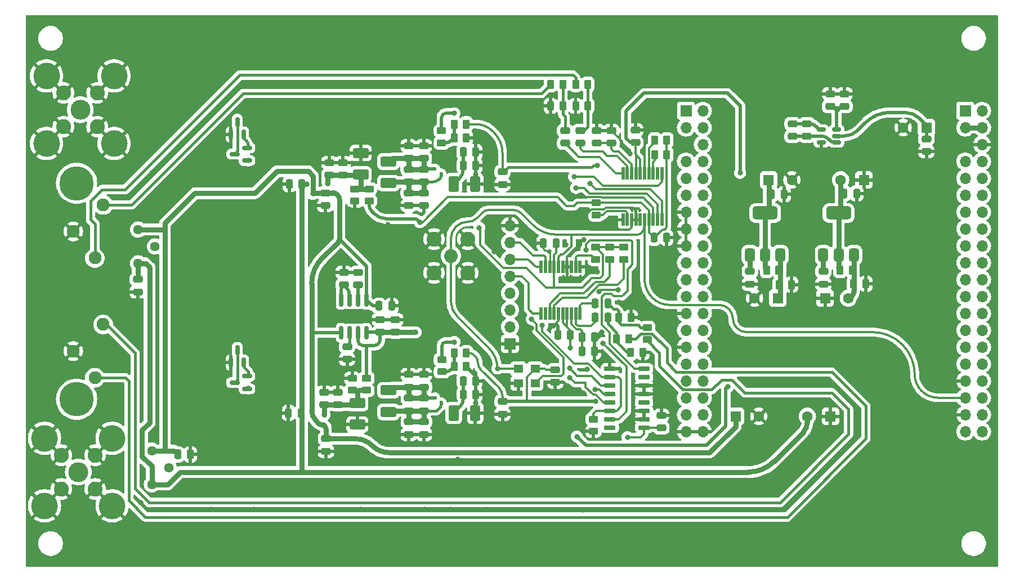
<source format=gbl>
G04 #@! TF.GenerationSoftware,KiCad,Pcbnew,8.0.1*
G04 #@! TF.CreationDate,2024-05-10T09:11:52+02:00*
G04 #@! TF.ProjectId,MISRC_v2,4d495352-435f-4763-922e-6b696361645f,0.3*
G04 #@! TF.SameCoordinates,Original*
G04 #@! TF.FileFunction,Copper,L2,Bot*
G04 #@! TF.FilePolarity,Positive*
%FSLAX46Y46*%
G04 Gerber Fmt 4.6, Leading zero omitted, Abs format (unit mm)*
G04 Created by KiCad (PCBNEW 8.0.1) date 2024-05-10 09:11:52*
%MOMM*%
%LPD*%
G01*
G04 APERTURE LIST*
G04 Aperture macros list*
%AMRoundRect*
0 Rectangle with rounded corners*
0 $1 Rounding radius*
0 $2 $3 $4 $5 $6 $7 $8 $9 X,Y pos of 4 corners*
0 Add a 4 corners polygon primitive as box body*
4,1,4,$2,$3,$4,$5,$6,$7,$8,$9,$2,$3,0*
0 Add four circle primitives for the rounded corners*
1,1,$1+$1,$2,$3*
1,1,$1+$1,$4,$5*
1,1,$1+$1,$6,$7*
1,1,$1+$1,$8,$9*
0 Add four rect primitives between the rounded corners*
20,1,$1+$1,$2,$3,$4,$5,0*
20,1,$1+$1,$4,$5,$6,$7,0*
20,1,$1+$1,$6,$7,$8,$9,0*
20,1,$1+$1,$8,$9,$2,$3,0*%
G04 Aperture macros list end*
G04 #@! TA.AperFunction,ComponentPad*
%ADD10R,1.600000X1.600000*%
G04 #@! TD*
G04 #@! TA.AperFunction,ComponentPad*
%ADD11C,1.600000*%
G04 #@! TD*
G04 #@! TA.AperFunction,ComponentPad*
%ADD12R,1.700000X1.700000*%
G04 #@! TD*
G04 #@! TA.AperFunction,ComponentPad*
%ADD13O,1.700000X1.700000*%
G04 #@! TD*
G04 #@! TA.AperFunction,ComponentPad*
%ADD14C,2.050000*%
G04 #@! TD*
G04 #@! TA.AperFunction,ComponentPad*
%ADD15C,2.250000*%
G04 #@! TD*
G04 #@! TA.AperFunction,ComponentPad*
%ADD16C,3.000000*%
G04 #@! TD*
G04 #@! TA.AperFunction,ComponentPad*
%ADD17C,4.000000*%
G04 #@! TD*
G04 #@! TA.AperFunction,ComponentPad*
%ADD18C,1.440000*%
G04 #@! TD*
G04 #@! TA.AperFunction,ComponentPad*
%ADD19C,1.950000*%
G04 #@! TD*
G04 #@! TA.AperFunction,ComponentPad*
%ADD20C,5.175000*%
G04 #@! TD*
G04 #@! TA.AperFunction,SMDPad,CuDef*
%ADD21RoundRect,0.250000X-0.250000X-0.475000X0.250000X-0.475000X0.250000X0.475000X-0.250000X0.475000X0*%
G04 #@! TD*
G04 #@! TA.AperFunction,SMDPad,CuDef*
%ADD22RoundRect,0.250001X-0.924999X0.499999X-0.924999X-0.499999X0.924999X-0.499999X0.924999X0.499999X0*%
G04 #@! TD*
G04 #@! TA.AperFunction,SMDPad,CuDef*
%ADD23RoundRect,0.250000X-0.475000X0.250000X-0.475000X-0.250000X0.475000X-0.250000X0.475000X0.250000X0*%
G04 #@! TD*
G04 #@! TA.AperFunction,SMDPad,CuDef*
%ADD24RoundRect,0.250000X0.475000X-0.250000X0.475000X0.250000X-0.475000X0.250000X-0.475000X-0.250000X0*%
G04 #@! TD*
G04 #@! TA.AperFunction,SMDPad,CuDef*
%ADD25RoundRect,0.250000X-0.262500X-0.450000X0.262500X-0.450000X0.262500X0.450000X-0.262500X0.450000X0*%
G04 #@! TD*
G04 #@! TA.AperFunction,SMDPad,CuDef*
%ADD26R,1.400000X1.200000*%
G04 #@! TD*
G04 #@! TA.AperFunction,SMDPad,CuDef*
%ADD27RoundRect,0.150000X0.150000X-0.587500X0.150000X0.587500X-0.150000X0.587500X-0.150000X-0.587500X0*%
G04 #@! TD*
G04 #@! TA.AperFunction,SMDPad,CuDef*
%ADD28RoundRect,0.250000X-0.450000X0.262500X-0.450000X-0.262500X0.450000X-0.262500X0.450000X0.262500X0*%
G04 #@! TD*
G04 #@! TA.AperFunction,SMDPad,CuDef*
%ADD29RoundRect,0.250000X0.262500X0.450000X-0.262500X0.450000X-0.262500X-0.450000X0.262500X-0.450000X0*%
G04 #@! TD*
G04 #@! TA.AperFunction,SMDPad,CuDef*
%ADD30RoundRect,0.375000X0.375000X-0.625000X0.375000X0.625000X-0.375000X0.625000X-0.375000X-0.625000X0*%
G04 #@! TD*
G04 #@! TA.AperFunction,SMDPad,CuDef*
%ADD31RoundRect,0.500000X1.400000X-0.500000X1.400000X0.500000X-1.400000X0.500000X-1.400000X-0.500000X0*%
G04 #@! TD*
G04 #@! TA.AperFunction,SMDPad,CuDef*
%ADD32RoundRect,0.150000X0.150000X-0.825000X0.150000X0.825000X-0.150000X0.825000X-0.150000X-0.825000X0*%
G04 #@! TD*
G04 #@! TA.AperFunction,HeatsinkPad*
%ADD33R,3.000000X2.290000*%
G04 #@! TD*
G04 #@! TA.AperFunction,SMDPad,CuDef*
%ADD34RoundRect,0.250001X0.924999X-0.499999X0.924999X0.499999X-0.924999X0.499999X-0.924999X-0.499999X0*%
G04 #@! TD*
G04 #@! TA.AperFunction,SMDPad,CuDef*
%ADD35RoundRect,0.250000X0.450000X-0.262500X0.450000X0.262500X-0.450000X0.262500X-0.450000X-0.262500X0*%
G04 #@! TD*
G04 #@! TA.AperFunction,SMDPad,CuDef*
%ADD36RoundRect,0.250000X0.250000X0.475000X-0.250000X0.475000X-0.250000X-0.475000X0.250000X-0.475000X0*%
G04 #@! TD*
G04 #@! TA.AperFunction,SMDPad,CuDef*
%ADD37RoundRect,0.250001X-0.499999X-0.924999X0.499999X-0.924999X0.499999X0.924999X-0.499999X0.924999X0*%
G04 #@! TD*
G04 #@! TA.AperFunction,SMDPad,CuDef*
%ADD38RoundRect,0.150000X0.512500X0.150000X-0.512500X0.150000X-0.512500X-0.150000X0.512500X-0.150000X0*%
G04 #@! TD*
G04 #@! TA.AperFunction,SMDPad,CuDef*
%ADD39RoundRect,0.150000X0.587500X0.150000X-0.587500X0.150000X-0.587500X-0.150000X0.587500X-0.150000X0*%
G04 #@! TD*
G04 #@! TA.AperFunction,SMDPad,CuDef*
%ADD40RoundRect,0.150000X-0.725000X-0.150000X0.725000X-0.150000X0.725000X0.150000X-0.725000X0.150000X0*%
G04 #@! TD*
G04 #@! TA.AperFunction,SMDPad,CuDef*
%ADD41RoundRect,0.028800X0.211200X-0.921200X0.211200X0.921200X-0.211200X0.921200X-0.211200X-0.921200X0*%
G04 #@! TD*
G04 #@! TA.AperFunction,SMDPad,CuDef*
%ADD42RoundRect,0.028800X-0.211200X0.921200X-0.211200X-0.921200X0.211200X-0.921200X0.211200X0.921200X0*%
G04 #@! TD*
G04 #@! TA.AperFunction,ViaPad*
%ADD43C,0.800000*%
G04 #@! TD*
G04 #@! TA.AperFunction,ViaPad*
%ADD44C,1.000000*%
G04 #@! TD*
G04 #@! TA.AperFunction,ViaPad*
%ADD45C,0.600000*%
G04 #@! TD*
G04 #@! TA.AperFunction,Conductor*
%ADD46C,0.500000*%
G04 #@! TD*
G04 #@! TA.AperFunction,Conductor*
%ADD47C,0.320000*%
G04 #@! TD*
G04 #@! TA.AperFunction,Conductor*
%ADD48C,0.400000*%
G04 #@! TD*
G04 #@! TA.AperFunction,Conductor*
%ADD49C,0.240000*%
G04 #@! TD*
G04 #@! TA.AperFunction,Conductor*
%ADD50C,0.750000*%
G04 #@! TD*
G04 #@! TA.AperFunction,Conductor*
%ADD51C,0.800000*%
G04 #@! TD*
G04 APERTURE END LIST*
D10*
X181554000Y-118364000D03*
D11*
X178054000Y-118364000D03*
D12*
X133350000Y-107442000D03*
D13*
X133350000Y-104902000D03*
X133350000Y-102362000D03*
X133350000Y-99822000D03*
X133350000Y-97282000D03*
X133350000Y-94742000D03*
X133350000Y-92202000D03*
X133350000Y-89662000D03*
D14*
X68410000Y-126740000D03*
D15*
X65870000Y-124200000D03*
X65870000Y-129280000D03*
X70950000Y-124200000D03*
X70950000Y-129280000D03*
D16*
X68410000Y-126740000D03*
D17*
X63330000Y-131820000D03*
X63330000Y-121660000D03*
X73490000Y-121660000D03*
X73490000Y-131820000D03*
D12*
X201803000Y-72390000D03*
D13*
X204343000Y-72390000D03*
X201803000Y-74930000D03*
X204343000Y-74930000D03*
X204343000Y-77470000D03*
X201803000Y-80010000D03*
X204343000Y-80010000D03*
X201803000Y-82550000D03*
X204343000Y-82550000D03*
X201803000Y-85090000D03*
X204343000Y-85090000D03*
X201803000Y-87630000D03*
X204343000Y-87630000D03*
X201803000Y-90170000D03*
X204343000Y-90170000D03*
X201803000Y-92710000D03*
X204343000Y-92710000D03*
X201803000Y-95250000D03*
X204343000Y-95250000D03*
X201803000Y-97790000D03*
X204343000Y-97790000D03*
X201803000Y-100330000D03*
X204343000Y-100330000D03*
X201803000Y-102870000D03*
X204343000Y-102870000D03*
X201803000Y-105410000D03*
X204343000Y-105410000D03*
X201803000Y-107950000D03*
X204343000Y-107950000D03*
X201803000Y-110490000D03*
X204343000Y-110490000D03*
X201803000Y-113030000D03*
X204343000Y-113030000D03*
X201803000Y-115570000D03*
X204343000Y-115570000D03*
X201803000Y-118110000D03*
X204343000Y-118110000D03*
X201803000Y-120650000D03*
X204343000Y-120650000D03*
D14*
X124460000Y-94234000D03*
D15*
X121920000Y-91694000D03*
X121920000Y-96774000D03*
X127000000Y-91694000D03*
X127000000Y-96774000D03*
D18*
X77400000Y-90270000D03*
X79940000Y-92810000D03*
X77400000Y-95350000D03*
D10*
X180721000Y-100584000D03*
D11*
X184221000Y-100584000D03*
D10*
X186564651Y-82804000D03*
D11*
X183064651Y-82804000D03*
D14*
X68710000Y-72240000D03*
D15*
X66170000Y-69700000D03*
X66170000Y-74780000D03*
X71250000Y-69700000D03*
X71250000Y-74780000D03*
D16*
X68710000Y-72240000D03*
D17*
X63630000Y-77320000D03*
X63630000Y-67160000D03*
X73790000Y-67160000D03*
X73790000Y-77320000D03*
D10*
X172240000Y-82801000D03*
D11*
X175740000Y-82801000D03*
D10*
X195962651Y-74930000D03*
D11*
X192462651Y-74930000D03*
D10*
X167259000Y-118364000D03*
D11*
X170759000Y-118364000D03*
D19*
X67650000Y-90550000D03*
X72150000Y-86550000D03*
X70900000Y-94550000D03*
X67650000Y-108550000D03*
X72150000Y-104550000D03*
X70900000Y-112550000D03*
D20*
X68150000Y-83300000D03*
X68150000Y-115800000D03*
D10*
X173609000Y-100584000D03*
D11*
X170109000Y-100584000D03*
D18*
X79475000Y-123525000D03*
X82015000Y-126065000D03*
X79475000Y-128605000D03*
D12*
X159800000Y-72390000D03*
D13*
X162340000Y-72390000D03*
X159800000Y-74930000D03*
X162340000Y-74930000D03*
X162340000Y-77470000D03*
X159800000Y-80010000D03*
X162340000Y-80010000D03*
X159800000Y-82550000D03*
X162340000Y-82550000D03*
X159800000Y-85090000D03*
X162340000Y-85090000D03*
X159800000Y-87630000D03*
X162340000Y-87630000D03*
X159800000Y-90170000D03*
X162340000Y-90170000D03*
X159800000Y-92710000D03*
X162340000Y-92710000D03*
X159800000Y-95250000D03*
X162340000Y-95250000D03*
X159800000Y-97790000D03*
X162340000Y-97790000D03*
X159800000Y-100330000D03*
X162340000Y-100330000D03*
X159800000Y-102870000D03*
X162340000Y-102870000D03*
X159800000Y-105410000D03*
X162340000Y-105410000D03*
X159800000Y-107950000D03*
X162340000Y-107950000D03*
X159800000Y-110490000D03*
X162340000Y-110490000D03*
X159800000Y-113030000D03*
X162340000Y-113030000D03*
X159800000Y-115570000D03*
X162340000Y-115570000D03*
X159800000Y-118110000D03*
X162340000Y-118110000D03*
X159800000Y-120650000D03*
X162340000Y-120650000D03*
D21*
X100015000Y-117856000D03*
X101915000Y-117856000D03*
D22*
X110363000Y-116358000D03*
X110363000Y-119608000D03*
D21*
X138350000Y-92300000D03*
X140250000Y-92300000D03*
D23*
X132207000Y-81600000D03*
X132207000Y-83500000D03*
D24*
X118097000Y-83119000D03*
X118097000Y-81219000D03*
D25*
X143207100Y-71678800D03*
X145032100Y-71678800D03*
D23*
X169418000Y-96586000D03*
X169418000Y-98486000D03*
D24*
X148590000Y-77287200D03*
X148590000Y-75387200D03*
D23*
X175831500Y-74361000D03*
X175831500Y-76261000D03*
D26*
X137140000Y-113400000D03*
X134600000Y-113400000D03*
X134600000Y-111200000D03*
X137140000Y-111200000D03*
D27*
X93279000Y-75994500D03*
X91379000Y-75994500D03*
X92329000Y-74119500D03*
D23*
X141630400Y-75387200D03*
X141630400Y-77287200D03*
D28*
X112141000Y-84154000D03*
X112141000Y-85979000D03*
D24*
X108839000Y-109789000D03*
X108839000Y-107889000D03*
D23*
X180467000Y-96586000D03*
X180467000Y-98486000D03*
D25*
X182983500Y-96393000D03*
X184808500Y-96393000D03*
D29*
X126769500Y-110871000D03*
X124944500Y-110871000D03*
D23*
X120396000Y-112080000D03*
X120396000Y-113980000D03*
D21*
X126291000Y-80645000D03*
X128191000Y-80645000D03*
D29*
X126756500Y-76454000D03*
X124931500Y-76454000D03*
D21*
X144150000Y-108600000D03*
X146050000Y-108600000D03*
D28*
X148350000Y-92925000D03*
X148350000Y-94750000D03*
D23*
X118097000Y-77663000D03*
X118097000Y-79563000D03*
X195961000Y-76647000D03*
X195961000Y-78547000D03*
D30*
X185053000Y-94082000D03*
X182753000Y-94082000D03*
D31*
X182753000Y-87782000D03*
D30*
X180453000Y-94082000D03*
D21*
X184978000Y-98425000D03*
X186878000Y-98425000D03*
D24*
X118110000Y-121092000D03*
X118110000Y-119192000D03*
D28*
X150450000Y-92925000D03*
X150450000Y-94750000D03*
D23*
X140150000Y-111350000D03*
X140150000Y-113250000D03*
D27*
X93279000Y-110290000D03*
X91379000Y-110290000D03*
X92329000Y-108415000D03*
D23*
X105537000Y-84775000D03*
X105537000Y-86675000D03*
X120383000Y-77663000D03*
X120383000Y-79563000D03*
D32*
X111748000Y-105788000D03*
X110478000Y-105788000D03*
X109208000Y-105788000D03*
X107938000Y-105788000D03*
X107938000Y-100838000D03*
X109208000Y-100838000D03*
X110478000Y-100838000D03*
X111748000Y-100838000D03*
D33*
X109843000Y-103313000D03*
D23*
X143916400Y-75387200D03*
X143916400Y-77287200D03*
D34*
X115049000Y-83286000D03*
X115049000Y-80036000D03*
D21*
X173802000Y-98552000D03*
X175702000Y-98552000D03*
D35*
X154000000Y-106825000D03*
X154000000Y-105000000D03*
D28*
X123063000Y-109831500D03*
X123063000Y-111656500D03*
D21*
X126304000Y-113030000D03*
X128204000Y-113030000D03*
X144150000Y-106450000D03*
X146050000Y-106450000D03*
D36*
X148050000Y-103500000D03*
X146150000Y-103500000D03*
D25*
X139447900Y-71678800D03*
X141272900Y-71678800D03*
X139447900Y-68427600D03*
X141272900Y-68427600D03*
D24*
X120396000Y-121092000D03*
X120396000Y-119192000D03*
X152196800Y-77200800D03*
X152196800Y-75300800D03*
D29*
X126756500Y-74422000D03*
X124931500Y-74422000D03*
D23*
X77350000Y-97750000D03*
X77350000Y-99650000D03*
D29*
X153325000Y-108750000D03*
X151500000Y-108750000D03*
D24*
X106172000Y-82103000D03*
X106172000Y-80203000D03*
D30*
X174004000Y-94082000D03*
X171704000Y-94082000D03*
D31*
X171704000Y-87782000D03*
D30*
X169404000Y-94082000D03*
D21*
X126304000Y-115062000D03*
X128204000Y-115062000D03*
D36*
X156900000Y-91500000D03*
X155000000Y-91500000D03*
D24*
X120383000Y-86675000D03*
X120383000Y-84775000D03*
D23*
X118110000Y-112080000D03*
X118110000Y-113980000D03*
D29*
X156919300Y-76809600D03*
X155094300Y-76809600D03*
D28*
X123050000Y-75414500D03*
X123050000Y-77239500D03*
D29*
X151525000Y-103500000D03*
X149700000Y-103500000D03*
X126769500Y-108839000D03*
X124944500Y-108839000D03*
X156919300Y-78994000D03*
X155094300Y-78994000D03*
D21*
X172659000Y-84963000D03*
X174559000Y-84963000D03*
D23*
X132207000Y-116144000D03*
X132207000Y-118044000D03*
D35*
X111760000Y-114450500D03*
X111760000Y-112625500D03*
D24*
X120383000Y-83119000D03*
X120383000Y-81219000D03*
D23*
X110490000Y-96713000D03*
X110490000Y-98613000D03*
D34*
X115062000Y-117703000D03*
X115062000Y-114453000D03*
D37*
X124867000Y-117856000D03*
X128117000Y-117856000D03*
D38*
X182430000Y-75250000D03*
X182430000Y-76200000D03*
X182430000Y-77150000D03*
X180155000Y-77150000D03*
X180155000Y-75250000D03*
D23*
X181483000Y-69850000D03*
X181483000Y-71750000D03*
D25*
X171934500Y-96393000D03*
X173759500Y-96393000D03*
D34*
X110871000Y-81990000D03*
X110871000Y-78740000D03*
D39*
X93774500Y-112334000D03*
X93774500Y-114234000D03*
X91899500Y-113284000D03*
D40*
X148350000Y-120060000D03*
X148350000Y-118790000D03*
X148350000Y-117520000D03*
X148350000Y-116250000D03*
X148350000Y-114980000D03*
X148350000Y-113710000D03*
X148350000Y-112440000D03*
X148350000Y-111170000D03*
X153500000Y-111170000D03*
X153500000Y-112440000D03*
X153500000Y-113710000D03*
X153500000Y-114980000D03*
X153500000Y-116250000D03*
X153500000Y-117520000D03*
X153500000Y-118790000D03*
X153500000Y-120060000D03*
D36*
X142400000Y-106100000D03*
X140500000Y-106100000D03*
D24*
X105410000Y-116647000D03*
X105410000Y-114747000D03*
X146405600Y-77287200D03*
X146405600Y-75387200D03*
D35*
X146304000Y-88085300D03*
X146304000Y-86260300D03*
D36*
X148050000Y-101350000D03*
X146150000Y-101350000D03*
D35*
X146200000Y-94775000D03*
X146200000Y-92950000D03*
X145900000Y-120612500D03*
X145900000Y-118787500D03*
X109982000Y-86002500D03*
X109982000Y-84177500D03*
D25*
X143207100Y-68427600D03*
X145032100Y-68427600D03*
D23*
X183642000Y-69850000D03*
X183642000Y-71750000D03*
D36*
X115550000Y-101750000D03*
X113650000Y-101750000D03*
D41*
X143875000Y-102870000D03*
X143225000Y-102870000D03*
X142575000Y-102870000D03*
X141925000Y-102870000D03*
X141275000Y-102870000D03*
X140625000Y-102870000D03*
X139975000Y-102870000D03*
X139325000Y-102870000D03*
X138675000Y-102870000D03*
X138025000Y-102870000D03*
X138025000Y-95860000D03*
X138675000Y-95860000D03*
X139325000Y-95860000D03*
X139975000Y-95860000D03*
X140625000Y-95860000D03*
X141275000Y-95860000D03*
X141925000Y-95860000D03*
X142575000Y-95860000D03*
X143225000Y-95860000D03*
X143875000Y-95860000D03*
D39*
X93780000Y-77978000D03*
X93780000Y-79878000D03*
X91905000Y-78928000D03*
D24*
X118097000Y-86675000D03*
X118097000Y-84775000D03*
D29*
X151175000Y-106700000D03*
X149350000Y-106700000D03*
D24*
X156100000Y-120100000D03*
X156100000Y-118200000D03*
X120396000Y-117536000D03*
X120396000Y-115636000D03*
X108204000Y-82103000D03*
X108204000Y-80203000D03*
D21*
X183581000Y-84836000D03*
X185481000Y-84836000D03*
D24*
X107442000Y-116647000D03*
X107442000Y-114747000D03*
D21*
X126291000Y-78613000D03*
X128191000Y-78613000D03*
D23*
X105664000Y-121732000D03*
X105664000Y-123632000D03*
D42*
X150317200Y-81788400D03*
X150967200Y-81788400D03*
X151617200Y-81788400D03*
X152267200Y-81788400D03*
X152917200Y-81788400D03*
X153567200Y-81788400D03*
X154217200Y-81788400D03*
X154867200Y-81788400D03*
X155517200Y-81788400D03*
X156167200Y-81788400D03*
X156167200Y-88798400D03*
X155517200Y-88798400D03*
X154867200Y-88798400D03*
X154217200Y-88798400D03*
X153567200Y-88798400D03*
X152917200Y-88798400D03*
X152267200Y-88798400D03*
X151617200Y-88798400D03*
X150967200Y-88798400D03*
X150317200Y-88798400D03*
D21*
X100142000Y-83439000D03*
X102042000Y-83439000D03*
D24*
X118110000Y-117536000D03*
X118110000Y-115636000D03*
D37*
X124854000Y-83439000D03*
X128104000Y-83439000D03*
D24*
X116078000Y-105725000D03*
X116078000Y-103825000D03*
D21*
X83350000Y-124100000D03*
X85250000Y-124100000D03*
D28*
X109601000Y-112625500D03*
X109601000Y-114450500D03*
D23*
X177990500Y-74361000D03*
X177990500Y-76261000D03*
D24*
X113792000Y-105725000D03*
X113792000Y-103825000D03*
X108331000Y-98613000D03*
X108331000Y-96713000D03*
D43*
X146431000Y-80619600D03*
X132461000Y-81534000D03*
X132207000Y-116078000D03*
X146150000Y-114350000D03*
X151000000Y-121500000D03*
X146177000Y-116078000D03*
X173990000Y-107696000D03*
X99060000Y-99822000D03*
X82931000Y-96393000D03*
X124350000Y-132400000D03*
X186055000Y-70866000D03*
X125526800Y-129235200D03*
X144424400Y-89357200D03*
X185039000Y-91059000D03*
X147500000Y-135750000D03*
X70739000Y-129794000D03*
X115000000Y-89500000D03*
X176149000Y-102870000D03*
X105537000Y-102489000D03*
X144450000Y-114950000D03*
X127762000Y-99314000D03*
X205232000Y-128397000D03*
X126492000Y-107061000D03*
X190246000Y-73914000D03*
X128397000Y-120015000D03*
X64650000Y-92300000D03*
X81915000Y-69469000D03*
X90170000Y-120777000D03*
X141732000Y-117602000D03*
X97650000Y-71750000D03*
X194183000Y-134493000D03*
X194056000Y-64516000D03*
X85250000Y-136250000D03*
X108839000Y-102743000D03*
X174244000Y-120904000D03*
X85216998Y-81323000D03*
X128397000Y-86995000D03*
X114500000Y-138750000D03*
X191583676Y-76946174D03*
X72750000Y-108500000D03*
X111099600Y-125069600D03*
X147100000Y-105700000D03*
X109626400Y-88950800D03*
X117856000Y-90678000D03*
X137000000Y-139000000D03*
X69650000Y-106300000D03*
X164211000Y-119253000D03*
X130937000Y-103505000D03*
X200914000Y-127508000D03*
X164450000Y-115750000D03*
X139850000Y-104800000D03*
X170050000Y-106900000D03*
X68750000Y-93600000D03*
X183450000Y-115000000D03*
X94488000Y-92583000D03*
X104292400Y-90627200D03*
X156972000Y-72517000D03*
X168783000Y-64389000D03*
X109855000Y-103886000D03*
X94250000Y-139000000D03*
X157150000Y-116500000D03*
X186200000Y-114200000D03*
X136600000Y-105100000D03*
X77000000Y-72000000D03*
X65950000Y-105300000D03*
X198628000Y-134366000D03*
X191897000Y-70993000D03*
X180050000Y-113300000D03*
X141732000Y-92583000D03*
X177165000Y-87503000D03*
X169799000Y-91186000D03*
X120904000Y-100330000D03*
X90043000Y-78486000D03*
X79375000Y-67945000D03*
X88350000Y-132350000D03*
X166116000Y-72390000D03*
X182300000Y-104100000D03*
X119253000Y-75819000D03*
X180467000Y-91059000D03*
X168529000Y-121666000D03*
X169672000Y-74676000D03*
X121031000Y-107315000D03*
X122174000Y-125222000D03*
X153750000Y-128200000D03*
X179451000Y-84201000D03*
X174625000Y-118618000D03*
X137922000Y-121539000D03*
X96012000Y-81407000D03*
X123190000Y-88265000D03*
X165862000Y-87122000D03*
X174750000Y-113200000D03*
X88900000Y-116967000D03*
X185500000Y-118650000D03*
X110871000Y-103886000D03*
X110871000Y-102743000D03*
X77800000Y-131350000D03*
X120850000Y-71650000D03*
X192786000Y-67564000D03*
X88138000Y-120904000D03*
X187833000Y-78232000D03*
X165100000Y-76073000D03*
X75250000Y-62500000D03*
X130937000Y-93599000D03*
X95631000Y-112522000D03*
X119253000Y-122301000D03*
X180086000Y-107823000D03*
X144300000Y-132450000D03*
X99187000Y-129286000D03*
X117754400Y-97739200D03*
X62865000Y-89408000D03*
X143129000Y-70104000D03*
X188595000Y-75819000D03*
X189992000Y-80264000D03*
X199136000Y-76708000D03*
X138176000Y-64516000D03*
X109220000Y-94869000D03*
X95885000Y-115697000D03*
X114550000Y-100100000D03*
X205359000Y-123825000D03*
X106553000Y-64897000D03*
X183007000Y-111252000D03*
X142000000Y-129400000D03*
X161671000Y-67945000D03*
X95631000Y-110617000D03*
X180100000Y-121250000D03*
X97500000Y-102500000D03*
X198628000Y-73279000D03*
X151333200Y-78892400D03*
X77750000Y-66000000D03*
X117703600Y-95250000D03*
X92583000Y-116840000D03*
X184785000Y-77851000D03*
X125476000Y-124800000D03*
X144907000Y-66421000D03*
X84000000Y-77250000D03*
X144450000Y-91800000D03*
X95758000Y-94742000D03*
X95377000Y-75946000D03*
X97993200Y-105308400D03*
X112014000Y-89763600D03*
X128184000Y-81956000D03*
X63500000Y-127000000D03*
X98679000Y-82931000D03*
X97650000Y-68400000D03*
X151000000Y-101800000D03*
X95758000Y-106299000D03*
X129844800Y-125323600D03*
X128371600Y-129286000D03*
X150241000Y-67691000D03*
X176149000Y-119761000D03*
X63500000Y-72250000D03*
X129921000Y-72898000D03*
X98933000Y-124968000D03*
X144526000Y-119761000D03*
X126873000Y-121793000D03*
X83312000Y-73152000D03*
X170100000Y-113200000D03*
X98679000Y-117221000D03*
X151130000Y-125222000D03*
X131064000Y-105537000D03*
X175768000Y-70993000D03*
X67100000Y-90550000D03*
X90170000Y-74400000D03*
X104000000Y-136000000D03*
X199263000Y-79248000D03*
X128524000Y-121793000D03*
X188214000Y-86106000D03*
X83566000Y-107696000D03*
X81534000Y-130050000D03*
X175768000Y-67945000D03*
X94742000Y-128143000D03*
X182372000Y-67818000D03*
X108839000Y-103886000D03*
X141224000Y-79451200D03*
X94615000Y-96774000D03*
X193929000Y-80264000D03*
X111125000Y-88519000D03*
X141605000Y-119761000D03*
X164400000Y-91900000D03*
X192278000Y-83058000D03*
X70750000Y-63000000D03*
X111300000Y-72450000D03*
X149700000Y-101200000D03*
X128184000Y-116373000D03*
X94800000Y-132350000D03*
X109931200Y-128574800D03*
X87757000Y-112903000D03*
X74750000Y-128500000D03*
X170434000Y-76835000D03*
X93472000Y-100203000D03*
X93218000Y-120396000D03*
X170434000Y-69469000D03*
X169950000Y-103050000D03*
X106299000Y-88011000D03*
X144907000Y-111252000D03*
X88646000Y-123952000D03*
X130810000Y-96393000D03*
X87122000Y-99822000D03*
X125250000Y-135500000D03*
X87757000Y-108331000D03*
X142113000Y-89662000D03*
X163750000Y-135750000D03*
X196088000Y-70358000D03*
X88519000Y-82423000D03*
X99187000Y-90678000D03*
X145796000Y-129159000D03*
X110490000Y-110109000D03*
X82550000Y-65532000D03*
X117602000Y-102743000D03*
X153670000Y-67437000D03*
X84582000Y-116840000D03*
X172250000Y-138250000D03*
X189103000Y-67945000D03*
X79500000Y-81750000D03*
X97750000Y-61750000D03*
X123825000Y-122428000D03*
X117750000Y-62000000D03*
X142036800Y-65176400D03*
X109220000Y-87249000D03*
X83000000Y-122000000D03*
X142494000Y-85344000D03*
X82804000Y-103124000D03*
X76750000Y-103900000D03*
X166624000Y-67564000D03*
X156464000Y-64389000D03*
X141732000Y-125222000D03*
X172300000Y-110050000D03*
X164750000Y-99100000D03*
X146177000Y-125222000D03*
X111912400Y-92913200D03*
X198374000Y-64516000D03*
X144526000Y-117348000D03*
X84709000Y-88265000D03*
X165989000Y-81534000D03*
X197104000Y-131445000D03*
X75750000Y-80250000D03*
X186055000Y-102489000D03*
X130777513Y-101454932D03*
X164600000Y-107100000D03*
X146450000Y-96650000D03*
X143950000Y-125300000D03*
X177292000Y-78867000D03*
X199390000Y-129286000D03*
X151750000Y-100500000D03*
X172212000Y-116078000D03*
X107696000Y-78740000D03*
X110900000Y-132350000D03*
X127000000Y-103250000D03*
X122021600Y-128574800D03*
X64550000Y-101550000D03*
X128600000Y-68450000D03*
X164400000Y-103950000D03*
X114681000Y-87249000D03*
X74750000Y-110500000D03*
X90043000Y-64897000D03*
X70500000Y-133500000D03*
X111750000Y-68300000D03*
X83439000Y-113284000D03*
X174018000Y-90681000D03*
X155600000Y-112150000D03*
X120450000Y-132350000D03*
X72009000Y-99949000D03*
X129794000Y-132400000D03*
X123317000Y-102743000D03*
X93218000Y-83185000D03*
X129794000Y-88900000D03*
X128750000Y-63750000D03*
X87630000Y-129794000D03*
X114554000Y-122428000D03*
X185550000Y-111700000D03*
X109855000Y-102743000D03*
X156750000Y-139000000D03*
X76750000Y-101200000D03*
X164650000Y-110450000D03*
X184150000Y-107300000D03*
X185166000Y-64262000D03*
X69000000Y-67250000D03*
X68072000Y-102616000D03*
D44*
X169418000Y-94615000D03*
D43*
X105283000Y-119634000D03*
X103700000Y-84900000D03*
D44*
X180467000Y-94615000D03*
D43*
X101854000Y-117983000D03*
X102743000Y-83439000D03*
X128700000Y-90000000D03*
X119761000Y-89154000D03*
X119126000Y-105725000D03*
X131445000Y-111162617D03*
X142300000Y-112550000D03*
X142300000Y-111150000D03*
X143400000Y-121400000D03*
X167950000Y-81750000D03*
X166100000Y-113900000D03*
X142400000Y-108100000D03*
D44*
X182499000Y-72136000D03*
D43*
X105410000Y-118110000D03*
X93980000Y-114173000D03*
X126238000Y-115062000D03*
D45*
X123018011Y-116313937D03*
X122047000Y-115570000D03*
D43*
X105918000Y-83312000D03*
X93980000Y-79878000D03*
X126225000Y-80645000D03*
D45*
X123005011Y-81896937D03*
X122034000Y-81153000D03*
D43*
X147350000Y-107350000D03*
X144800000Y-93300000D03*
X138200000Y-104700000D03*
X123063000Y-111656500D03*
X124968000Y-107188000D03*
X123050000Y-77239500D03*
X124955000Y-72771000D03*
X146750000Y-99600000D03*
X136600000Y-103750000D03*
X149600000Y-99350000D03*
X142951200Y-82334000D03*
X143256000Y-84023200D03*
X145338800Y-83362800D03*
D46*
X145105188Y-116078000D02*
X145090801Y-116078000D01*
X145882070Y-116078000D02*
X145867683Y-116078000D01*
D47*
X127941000Y-109145000D02*
X128097118Y-109301118D01*
D46*
X145896457Y-116078000D02*
X145882070Y-116078000D01*
X141055327Y-116078000D02*
X141012167Y-116078000D01*
X135128000Y-116078000D02*
X133286500Y-116078000D01*
X144220405Y-116078000D02*
X143990218Y-116078000D01*
X139803681Y-116078000D02*
X139961935Y-116078000D01*
D47*
X153500000Y-120060000D02*
X156060000Y-120060000D01*
X137140000Y-111200000D02*
X138600000Y-111200000D01*
D46*
X145054834Y-116078000D02*
X144997287Y-116078000D01*
X145918037Y-116078000D02*
X145896457Y-116078000D01*
X140724431Y-116078000D02*
X140580564Y-116078000D01*
X138983640Y-116078000D02*
X138868546Y-116078000D01*
X141170421Y-116078000D02*
X141055327Y-116078000D01*
X145680655Y-116078000D02*
X145601528Y-116078000D01*
X140983393Y-116078000D02*
X140954619Y-116078000D01*
X145220281Y-116078000D02*
X145148348Y-116078000D01*
X145824521Y-116078000D02*
X145752588Y-116078000D01*
X139328919Y-116078000D02*
X139213826Y-116078000D01*
X138177983Y-116078000D02*
X138408171Y-116078000D01*
X141400609Y-116078000D02*
X141285515Y-116078000D01*
X143990218Y-116078000D02*
X143875124Y-116078000D01*
X135128000Y-116078000D02*
X135746629Y-116078000D01*
X145975584Y-116078000D02*
X145918037Y-116078000D01*
X146169806Y-116078000D02*
X146155419Y-116078000D01*
X133286500Y-116078000D02*
X132207000Y-116078000D01*
X145752588Y-116078000D02*
X145680655Y-116078000D01*
X146126645Y-116078000D02*
X146112258Y-116078000D01*
X144795873Y-116078000D02*
X144846227Y-116078000D01*
X141472542Y-116078000D02*
X141443769Y-116078000D01*
X143414750Y-116078000D02*
X141573250Y-116078000D01*
X143644936Y-116078000D02*
X143529842Y-116078000D01*
X143875124Y-116078000D02*
X143760030Y-116078000D01*
X136955113Y-116078000D02*
X137271620Y-116078000D01*
X143529842Y-116078000D02*
X143501069Y-116078000D01*
X137329166Y-116078000D02*
X137300393Y-116078000D01*
X144939740Y-116078000D02*
X144932547Y-116078000D01*
X140868298Y-116078000D02*
X140724431Y-116078000D01*
D47*
X130937000Y-75692000D02*
X130696017Y-75451017D01*
D46*
X144335499Y-116078000D02*
X144220405Y-116078000D01*
D48*
X145907966Y-80619600D02*
X145603166Y-80924400D01*
D46*
X146141032Y-116078000D02*
X146126645Y-116078000D01*
X140422310Y-116078000D02*
X139961935Y-116078000D01*
D48*
X146431000Y-80619600D02*
X145907966Y-80619600D01*
X145603166Y-80924400D02*
X133070600Y-80924400D01*
D47*
X132207000Y-81100394D02*
X132207000Y-78758051D01*
X135900000Y-112440000D02*
X135900000Y-115978000D01*
D46*
X141443769Y-116078000D02*
X141400609Y-116078000D01*
X144932547Y-116078000D02*
X144889387Y-116078000D01*
X146090678Y-116078000D02*
X146112258Y-116078000D01*
D47*
X153500000Y-121000000D02*
X153500000Y-120060000D01*
X132428000Y-81567000D02*
X132461000Y-81534000D01*
X137140000Y-111200000D02*
X135900000Y-112440000D01*
X135900000Y-115978000D02*
X136000000Y-116078000D01*
D46*
X140868298Y-116078000D02*
X140954619Y-116078000D01*
X141012167Y-116078000D02*
X140983393Y-116078000D01*
X143760030Y-116078000D02*
X143644936Y-116078000D01*
X145090801Y-116078000D02*
X145076414Y-116078000D01*
X136955113Y-116078000D02*
X136350871Y-116078000D01*
X141501315Y-116078000D02*
X141472542Y-116078000D01*
D47*
X138600000Y-111200000D02*
X138750000Y-111350000D01*
D46*
X144565687Y-116078000D02*
X144450593Y-116078000D01*
X139400853Y-116078000D02*
X139372079Y-116078000D01*
D47*
X146800000Y-114350000D02*
X146150000Y-114350000D01*
D46*
X139803681Y-116078000D02*
X139659814Y-116078000D01*
X144889387Y-116078000D02*
X144846227Y-116078000D01*
D47*
X132207000Y-115348201D02*
X132207000Y-116078000D01*
D46*
X144997287Y-116078000D02*
X144939740Y-116078000D01*
X137329166Y-116078000D02*
X137602514Y-116078000D01*
X141558863Y-116078000D02*
X141530089Y-116078000D01*
X144450593Y-116078000D02*
X144335499Y-116078000D01*
X145292214Y-116078000D02*
X145371341Y-116078000D01*
D47*
X147430000Y-114980000D02*
X146800000Y-114350000D01*
D46*
X139372079Y-116078000D02*
X139328919Y-116078000D01*
X136350871Y-116078000D02*
X136000000Y-116078000D01*
D47*
X132207000Y-116078000D02*
X132207000Y-116144000D01*
D46*
X145076414Y-116078000D02*
X145054834Y-116078000D01*
X139659814Y-116078000D02*
X139515947Y-116078000D01*
D47*
X128211750Y-74422000D02*
X126756500Y-74422000D01*
X153000000Y-121500000D02*
X153500000Y-121000000D01*
D46*
X145292214Y-116078000D02*
X145220281Y-116078000D01*
D47*
X148350000Y-114980000D02*
X147430000Y-114980000D01*
D46*
X140422310Y-116078000D02*
X140580564Y-116078000D01*
D47*
X156060000Y-120060000D02*
X156100000Y-120100000D01*
D46*
X145867683Y-116078000D02*
X145824521Y-116078000D01*
D47*
X128950881Y-111362283D02*
X131690954Y-114102356D01*
D46*
X139213826Y-116078000D02*
X139098733Y-116078000D01*
X144795873Y-116078000D02*
X144652006Y-116078000D01*
X144652006Y-116078000D02*
X144565687Y-116078000D01*
X146155419Y-116078000D02*
X146141032Y-116078000D01*
X145601528Y-116078000D02*
X145371341Y-116078000D01*
X146090678Y-116078000D02*
X146033131Y-116078000D01*
X141558863Y-116078000D02*
X141573250Y-116078000D01*
X139515947Y-116078000D02*
X139429627Y-116078000D01*
D48*
X133070600Y-80924400D02*
X132461000Y-81534000D01*
D46*
X141530089Y-116078000D02*
X141501315Y-116078000D01*
X136000000Y-116078000D02*
X135746629Y-116078000D01*
D47*
X138750000Y-111350000D02*
X140150000Y-111350000D01*
X151000000Y-121500000D02*
X153000000Y-121500000D01*
D46*
X143501069Y-116078000D02*
X143443523Y-116078000D01*
X146033131Y-116078000D02*
X145975584Y-116078000D01*
X146169806Y-116078000D02*
X146177000Y-116078000D01*
X139429627Y-116078000D02*
X139400853Y-116078000D01*
X138523265Y-116078000D02*
X138408171Y-116078000D01*
X138868546Y-116078000D02*
X138638359Y-116078000D01*
X138177983Y-116078000D02*
X137602514Y-116078000D01*
X145105188Y-116078000D02*
X145148348Y-116078000D01*
X139098733Y-116078000D02*
X138983640Y-116078000D01*
X143414750Y-116078000D02*
X143443523Y-116078000D01*
X138638359Y-116078000D02*
X138523265Y-116078000D01*
D47*
X132348330Y-81600000D02*
X132207000Y-81600000D01*
D46*
X137300393Y-116078000D02*
X137271620Y-116078000D01*
X141285515Y-116078000D02*
X141170421Y-116078000D01*
D47*
X132461000Y-81534000D02*
X132334000Y-81407000D01*
X127202250Y-108839000D02*
X126769500Y-108839000D01*
X132207000Y-115348201D02*
G75*
G03*
X131690956Y-114102354I-1761900J1D01*
G01*
X132348330Y-81600000D02*
G75*
G03*
X132427991Y-81566991I-30J112700D01*
G01*
X132207000Y-81100394D02*
G75*
G03*
X132333998Y-81407002I433600J-6D01*
G01*
X128524000Y-110331701D02*
G75*
G03*
X128097126Y-109301110I-1457500J1D01*
G01*
X127202250Y-108839000D02*
G75*
G02*
X127941014Y-109144986I50J-1044700D01*
G01*
X128211750Y-74422000D02*
G75*
G02*
X130696045Y-75450989I50J-3513300D01*
G01*
X128524000Y-110331701D02*
G75*
G03*
X128950874Y-111362290I1457500J1D01*
G01*
X130937000Y-75692000D02*
G75*
G02*
X132207020Y-78758051I-3066100J-3066100D01*
G01*
X153365200Y-85496400D02*
X154867200Y-86998400D01*
X150200000Y-76997200D02*
X148590000Y-75387200D01*
X145594402Y-87212800D02*
X147459009Y-87212800D01*
D48*
X128184000Y-116373000D02*
X128184000Y-117741623D01*
D49*
X139325000Y-95860000D02*
X139325000Y-93525000D01*
D48*
X128184000Y-116373000D02*
X128184000Y-115096142D01*
D47*
X151617200Y-89987600D02*
X151617200Y-88798400D01*
X147459009Y-87212800D02*
X147703410Y-86968400D01*
X142494000Y-85344000D02*
X146969798Y-85344000D01*
D48*
X128150500Y-117822500D02*
X128117000Y-117856000D01*
D47*
X150200000Y-77750000D02*
X150200000Y-76997200D01*
X144424400Y-89357200D02*
X145389600Y-90322400D01*
X140625000Y-102870000D02*
X140625000Y-104025000D01*
X144450000Y-91800000D02*
X141925000Y-94325000D01*
D46*
X128204000Y-112305500D02*
X126769500Y-110871000D01*
X128204000Y-113030000D02*
X128204000Y-112305500D01*
D50*
X146350000Y-106450000D02*
X147100000Y-105700000D01*
D47*
X151333200Y-78883200D02*
X150200000Y-77750000D01*
X144424400Y-88382802D02*
X145594402Y-87212800D01*
X154867200Y-86998400D02*
X154867200Y-88798400D01*
D49*
X138350000Y-92300000D02*
X138350000Y-93200000D01*
D47*
X156972000Y-72517000D02*
X153567200Y-75921800D01*
X144424400Y-89357200D02*
X144424400Y-88382802D01*
X140625000Y-104025000D02*
X139850000Y-104800000D01*
X141925000Y-94325000D02*
X141925000Y-95860000D01*
D49*
X138600000Y-93450000D02*
X139250000Y-93450000D01*
D47*
X146969798Y-85344000D02*
X147122198Y-85496400D01*
X151282400Y-90322400D02*
X151617200Y-89987600D01*
X151333200Y-78892400D02*
X151333200Y-78883200D01*
X147015200Y-75300800D02*
X149199600Y-75300800D01*
X147703410Y-86968400D02*
X151758000Y-86968400D01*
X153567200Y-75921800D02*
X153567200Y-81788400D01*
X150152800Y-67779200D02*
X150241000Y-67691000D01*
X152267200Y-87477600D02*
X152267200Y-88798400D01*
D46*
X128204000Y-115047857D02*
X128204000Y-113030000D01*
D49*
X139325000Y-93525000D02*
X139250000Y-93450000D01*
D47*
X147122198Y-85496400D02*
X153365200Y-85496400D01*
X151758000Y-86968400D02*
X152267200Y-87477600D01*
D50*
X146050000Y-106450000D02*
X146350000Y-106450000D01*
D46*
X128191000Y-78613000D02*
X128191000Y-80645000D01*
D49*
X138350000Y-93200000D02*
X138600000Y-93450000D01*
D47*
X145389600Y-90322400D02*
X151282400Y-90322400D01*
D48*
X128150499Y-117822499D02*
G75*
G03*
X128184009Y-117741623I-80899J80899D01*
G01*
X128194000Y-115072000D02*
G75*
G03*
X128184018Y-115096142I24100J-24100D01*
G01*
D46*
X128194000Y-115072000D02*
G75*
G03*
X128203982Y-115047857I-24100J24100D01*
G01*
X195962651Y-75333056D02*
X195962651Y-75309346D01*
X195962651Y-76004324D02*
X195962651Y-76131761D01*
X195962651Y-74758105D02*
X195962651Y-74764032D01*
X195962651Y-75178944D02*
X195962651Y-75184871D01*
X195962651Y-74864797D02*
X195962651Y-74870725D01*
X195962651Y-75611639D02*
X195962651Y-75617566D01*
X195962651Y-75155235D02*
X195962651Y-75173017D01*
X195962651Y-74961115D02*
X195962651Y-74959633D01*
X195962651Y-74769959D02*
X195962651Y-74771441D01*
X195962651Y-75530139D02*
X195962651Y-75586448D01*
X195962651Y-75198208D02*
X195962651Y-75207100D01*
X195962651Y-75356765D02*
X195962651Y-75380474D01*
X195962651Y-74746251D02*
X195962651Y-74744769D01*
X195962651Y-74787741D02*
X195962651Y-74780332D01*
X195962651Y-74811450D02*
X195962651Y-74835159D01*
X195962651Y-75753895D02*
X195962651Y-75724258D01*
X195962651Y-75184871D02*
X195962651Y-75190798D01*
X190594963Y-72644000D02*
X192707794Y-72644000D01*
X195962651Y-76348997D02*
X195962651Y-76131761D01*
X195962651Y-74764032D02*
X195962651Y-74769959D01*
D50*
X195962651Y-76644181D02*
X195962651Y-76545786D01*
D46*
X195962651Y-74900361D02*
X195962651Y-74929997D01*
X195962651Y-75238219D02*
X195962651Y-75261928D01*
X195962651Y-74752178D02*
X195962651Y-74758105D01*
X195962651Y-75333056D02*
X195962651Y-75356765D01*
X195962651Y-74876652D02*
X195962651Y-74894434D01*
X195962651Y-75611639D02*
X195962651Y-75586448D01*
X195962651Y-74771441D02*
X195962651Y-74780332D01*
X195962651Y-75214509D02*
X195962651Y-75238219D01*
X195962651Y-74870725D02*
X195962651Y-74876652D01*
X195962651Y-75623493D02*
X195962651Y-75629420D01*
X195962651Y-75119670D02*
X195962651Y-75149307D01*
X195962651Y-74961115D02*
X195962651Y-74993715D01*
X195962651Y-74993715D02*
X195962651Y-75055952D01*
X195962651Y-75753895D02*
X195962651Y-75878369D01*
X195962651Y-76004324D02*
X195962651Y-76002843D01*
X195962651Y-74787741D02*
X195962651Y-74811450D01*
X195962651Y-75207100D02*
X195962651Y-75214509D01*
X195962651Y-75416038D02*
X195962651Y-75463457D01*
X195962651Y-74741806D02*
X195962651Y-74744769D01*
X195962651Y-75629420D02*
X195962651Y-75659057D01*
X195962651Y-74858869D02*
X195962651Y-74864797D01*
X183607500Y-76200000D02*
X182430000Y-76200000D01*
X195962651Y-75090033D02*
X195962651Y-75119670D01*
X195962651Y-74929997D02*
X195962651Y-74959633D01*
X195962651Y-75380474D02*
X195962651Y-75404183D01*
X195962651Y-75198208D02*
X195962651Y-75196725D01*
X195962651Y-74852941D02*
X195962651Y-74858869D01*
D50*
X204343000Y-74930000D02*
X201803000Y-74930000D01*
D46*
X195962651Y-75878369D02*
X195962651Y-76002843D01*
X195962651Y-74852941D02*
X195962651Y-74851459D01*
X195962651Y-74740325D02*
X195962651Y-74741806D01*
X195962651Y-75178944D02*
X195962651Y-75173017D01*
X195962651Y-75659057D02*
X195962651Y-75724258D01*
X195962651Y-76348997D02*
X195962651Y-76545786D01*
X195962651Y-74835159D02*
X195962651Y-74842568D01*
X195962651Y-74894434D02*
X195962651Y-74900361D01*
X195962651Y-75149307D02*
X195962651Y-75155235D01*
X195962651Y-75617566D02*
X195962651Y-75623493D01*
X185617618Y-75367381D02*
X186747206Y-74237792D01*
X195962651Y-75190798D02*
X195962651Y-75196725D01*
X195962651Y-75416038D02*
X195962651Y-75404183D01*
X195962651Y-74842568D02*
X195962651Y-74851459D01*
X195828530Y-74416530D02*
X195009325Y-73597325D01*
X195684133Y-76647000D02*
X195959832Y-76647000D01*
X195962651Y-74746251D02*
X195962651Y-74752178D01*
X195962651Y-75090033D02*
X195962651Y-75088552D01*
X195610500Y-76677500D02*
X195580000Y-76708000D01*
X195962651Y-75463457D02*
X195962651Y-75530139D01*
X195962651Y-75261928D02*
X195962651Y-75285637D01*
X195962651Y-75055952D02*
X195962651Y-75088552D01*
X195962651Y-75285637D02*
X195962651Y-75309346D01*
X195828530Y-74416530D02*
G75*
G02*
X195962622Y-74740325I-323830J-323770D01*
G01*
D50*
X195961824Y-76646173D02*
G75*
G03*
X195962627Y-76644181I-2024J1973D01*
G01*
D46*
X195009325Y-73597325D02*
G75*
G03*
X192707794Y-72644017I-2301525J-2301575D01*
G01*
X195610500Y-76677500D02*
G75*
G02*
X195684133Y-76647014I73600J-73600D01*
G01*
D50*
X195961824Y-76646173D02*
G75*
G02*
X195959832Y-76647027I-2024J1973D01*
G01*
D46*
X183607500Y-76200000D02*
G75*
G03*
X185617611Y-75367374I0J2842700D01*
G01*
X190594963Y-72644000D02*
G75*
G03*
X186747215Y-74237801I37J-5441600D01*
G01*
D50*
X85940000Y-84800000D02*
X81450000Y-89290000D01*
D46*
X111748000Y-100838000D02*
X111748000Y-95746000D01*
D50*
X81450000Y-90150000D02*
X81450000Y-123525000D01*
X105098792Y-94545206D02*
X107516394Y-92127605D01*
X105664000Y-120284407D02*
X105664000Y-121732000D01*
D46*
X111748000Y-95746000D02*
X107696000Y-91694000D01*
D50*
X167259000Y-118364000D02*
X167259000Y-119914000D01*
X82775000Y-123525000D02*
X80797000Y-123525000D01*
X110092025Y-121732000D02*
X105410000Y-121732000D01*
D46*
X107938000Y-105788000D02*
X103541319Y-105788000D01*
D50*
X106632199Y-84775000D02*
X106697224Y-84709975D01*
X103000000Y-81500000D02*
X98300000Y-81500000D01*
X167259000Y-119914000D02*
X163348000Y-123825000D01*
X169411000Y-96579000D02*
X169418000Y-96586000D01*
X169404000Y-96562100D02*
X169404000Y-94082000D01*
X80797000Y-123525000D02*
X79475000Y-123525000D01*
D46*
X112660000Y-101750000D02*
X111748000Y-100838000D01*
D50*
X105537000Y-84775000D02*
X103825000Y-84775000D01*
X105473500Y-119824500D02*
X105283000Y-119634000D01*
X77400000Y-90270000D02*
X81330000Y-90270000D01*
D46*
X113650000Y-101750000D02*
X112660000Y-101750000D01*
D50*
X105029000Y-119634000D02*
X105283000Y-119634000D01*
X83350000Y-124100000D02*
X82775000Y-123525000D01*
X98300000Y-81500000D02*
X95000000Y-84800000D01*
X103700000Y-82200000D02*
X103000000Y-81500000D01*
X163348000Y-123825000D02*
X115144974Y-123825000D01*
X103505000Y-105751681D02*
X103505000Y-105576318D01*
X107696000Y-85793012D02*
X107696000Y-91694000D01*
X81330000Y-90270000D02*
X81450000Y-90150000D01*
X103505000Y-117465974D02*
X103505000Y-105751681D01*
X95000000Y-84800000D02*
X85940000Y-84800000D01*
X103825000Y-84775000D02*
X103700000Y-84900000D01*
X81450000Y-89290000D02*
X81450000Y-90150000D01*
X104140000Y-118999000D02*
X104595394Y-119454394D01*
D46*
X103541319Y-105788000D02*
X103505000Y-105751681D01*
D50*
X103700000Y-82200000D02*
X103700000Y-84900000D01*
X105537000Y-84775000D02*
X106632199Y-84775000D01*
X103505000Y-105576318D02*
X103505000Y-98392963D01*
X112618500Y-122778500D02*
G75*
G03*
X110092025Y-121731990I-2526500J-2526500D01*
G01*
X106697224Y-84709976D02*
G75*
G02*
X107378506Y-85026494I-96524J-1099224D01*
G01*
X115144974Y-123825000D02*
G75*
G02*
X112618507Y-122778493I26J3573000D01*
G01*
X103505000Y-117465974D02*
G75*
G03*
X104139992Y-118999008I2168000J-26D01*
G01*
X107378500Y-85026500D02*
G75*
G02*
X107695994Y-85793012I-766500J-766500D01*
G01*
X105098792Y-94545206D02*
G75*
G03*
X103504988Y-98392963I3847808J-3847794D01*
G01*
X107516394Y-92127605D02*
G75*
G03*
X107696002Y-91694000I-433594J433605D01*
G01*
X104595394Y-119454394D02*
G75*
G03*
X105029000Y-119634003I433606J433594D01*
G01*
X105473499Y-119824501D02*
G75*
G02*
X105663996Y-120284407I-459899J-459899D01*
G01*
X169404000Y-96562100D02*
G75*
G03*
X169411000Y-96579000I23900J0D01*
G01*
X79121000Y-119329000D02*
X78000000Y-120450000D01*
X78550000Y-95350000D02*
X79121000Y-95921000D01*
D51*
X102042000Y-117381000D02*
X102042000Y-126641866D01*
D50*
X81895000Y-128605000D02*
X79475000Y-128605000D01*
X102024133Y-126746000D02*
X101937866Y-126746000D01*
D51*
X101948000Y-117889000D02*
X101854000Y-117983000D01*
D50*
X101937866Y-126746000D02*
X83754000Y-126746000D01*
X77400000Y-95350000D02*
X78550000Y-95350000D01*
D51*
X102042000Y-116553000D02*
X102042000Y-117381000D01*
D50*
X78000000Y-124400000D02*
X79475000Y-125875000D01*
X180453000Y-96562100D02*
X180453000Y-94082000D01*
X77350000Y-95400000D02*
X77400000Y-95350000D01*
X79121000Y-95921000D02*
X79121000Y-119329000D01*
X83754000Y-126746000D02*
X81895000Y-128605000D01*
X79475000Y-125875000D02*
X79475000Y-128605000D01*
D51*
X102042000Y-117381000D02*
X102042000Y-116553000D01*
X102042000Y-117381000D02*
X102042000Y-117662063D01*
D50*
X78000000Y-120450000D02*
X78000000Y-124400000D01*
X77350000Y-97750000D02*
X77350000Y-95400000D01*
X102024133Y-126746000D02*
X102552500Y-126746000D01*
X103695500Y-126746000D02*
X102552500Y-126746000D01*
D51*
X102042000Y-83439000D02*
X102042000Y-116553000D01*
X102042000Y-83439000D02*
X102743000Y-83439000D01*
D50*
X180460000Y-96579000D02*
X180467000Y-96586000D01*
X169196036Y-126746000D02*
X103695500Y-126746000D01*
X178054000Y-119253000D02*
X178054000Y-118364000D01*
X177425382Y-120770617D02*
X173043792Y-125152207D01*
X101937866Y-126746000D02*
G75*
G03*
X102011510Y-126715510I34J104100D01*
G01*
D51*
X102042000Y-126641866D02*
G75*
G02*
X102011510Y-126715510I-104100J-34D01*
G01*
X102042000Y-117662063D02*
G75*
G02*
X101948011Y-117889011I-320900J-37D01*
G01*
X102011500Y-126715500D02*
G75*
G03*
X102024133Y-126745919I12600J-12600D01*
G01*
D50*
X173043792Y-125152207D02*
G75*
G02*
X169196036Y-126746010I-3847792J3847807D01*
G01*
X178054000Y-119253000D02*
G75*
G02*
X177425375Y-120770610I-2146200J0D01*
G01*
D51*
X102042000Y-117381000D02*
X102042000Y-117381000D01*
D50*
X180460000Y-96579000D02*
G75*
G02*
X180453000Y-96562100I16900J16900D01*
G01*
D46*
X110478000Y-107025107D02*
X110478000Y-105788000D01*
D47*
X156919300Y-78994000D02*
X156919300Y-76809600D01*
X147300000Y-97150000D02*
X146850000Y-97600000D01*
X156919300Y-76860400D02*
X156970100Y-76809600D01*
D46*
X114742630Y-88646000D02*
X118893789Y-88646000D01*
D47*
X154217200Y-88798400D02*
X154217200Y-90717200D01*
X140300000Y-93750000D02*
X140300000Y-92550000D01*
X135800000Y-96000000D02*
X138800000Y-99000000D01*
X156919300Y-89930700D02*
X156919300Y-78994000D01*
D46*
X111811000Y-105725000D02*
X111748000Y-105788000D01*
D47*
X147300000Y-94050000D02*
X147300000Y-97150000D01*
X123952000Y-85394800D02*
X120192800Y-89154000D01*
X120192800Y-89154000D02*
X119761000Y-89154000D01*
X128700000Y-90000000D02*
X128850000Y-90150000D01*
D46*
X119761000Y-89154000D02*
X119507000Y-88900000D01*
D47*
X146304000Y-86260300D02*
X143457300Y-86260300D01*
X155000000Y-91500000D02*
X156250000Y-90250000D01*
D46*
X112903000Y-87884000D02*
X112545111Y-87526111D01*
X111454446Y-107696000D02*
X111148892Y-107696000D01*
D47*
X153060400Y-86258400D02*
X146305900Y-86258400D01*
X128850000Y-92544376D02*
X132305624Y-96000000D01*
X128850000Y-90150000D02*
X128850000Y-92544376D01*
D46*
X113792000Y-105725000D02*
X111811000Y-105725000D01*
D47*
X139975000Y-99000000D02*
X139975000Y-95860000D01*
X139975000Y-94075000D02*
X140300000Y-93750000D01*
X140512800Y-85394800D02*
X123952000Y-85394800D01*
X156600000Y-90250000D02*
X156919300Y-89930700D01*
X146850000Y-97600000D02*
X145650000Y-97600000D01*
X146304000Y-86260300D02*
X146102700Y-86461600D01*
X146305900Y-86258400D02*
X146304000Y-86260300D01*
X132305624Y-96000000D02*
X135800000Y-96000000D01*
X156250000Y-90250000D02*
X156600000Y-90250000D01*
X144250000Y-99000000D02*
X139975000Y-99000000D01*
D46*
X111760000Y-108001554D02*
X111760000Y-112625500D01*
D50*
X115951000Y-105725000D02*
X113836547Y-105725000D01*
D47*
X143457300Y-86260300D02*
X143002000Y-86715600D01*
D50*
X115951000Y-105725000D02*
X119126000Y-105725000D01*
D46*
X112141000Y-86550500D02*
X112141000Y-85979000D01*
D47*
X154217200Y-87415200D02*
X153060400Y-86258400D01*
X139975000Y-95860000D02*
X139975000Y-94075000D01*
X148350000Y-92925000D02*
X150450000Y-92925000D01*
X154217200Y-88798400D02*
X154217200Y-87415200D01*
X146200000Y-92950000D02*
X147300000Y-94050000D01*
X141833600Y-86715600D02*
X140512800Y-85394800D01*
D46*
X113792000Y-106828789D02*
X113792000Y-105769547D01*
X112065554Y-107696000D02*
X112924789Y-107696000D01*
D47*
X154217200Y-90717200D02*
X155000000Y-91500000D01*
X143002000Y-86715600D02*
X141833600Y-86715600D01*
X148350000Y-92925000D02*
X146225000Y-92925000D01*
X138800000Y-99000000D02*
X139975000Y-99000000D01*
D46*
X111454446Y-107696000D02*
X112065554Y-107696000D01*
D47*
X145650000Y-97600000D02*
X144250000Y-99000000D01*
X146225000Y-92925000D02*
X146200000Y-92950000D01*
D48*
X113792000Y-105769547D02*
G75*
G03*
X113760419Y-105756419I-18500J47D01*
G01*
D46*
X110674501Y-107499499D02*
G75*
G02*
X110477998Y-107025107I474399J474399D01*
G01*
D50*
X113792000Y-105769547D02*
G75*
G02*
X113836547Y-105725000I44500J47D01*
G01*
D46*
X112065554Y-107696000D02*
G75*
G03*
X111760000Y-108001554I46J-305600D01*
G01*
X111760000Y-108001554D02*
G75*
G03*
X111454446Y-107696000I-305600J-46D01*
G01*
X119506999Y-88900001D02*
G75*
G03*
X118893789Y-88646005I-613199J-613199D01*
G01*
X110674501Y-107499499D02*
G75*
G03*
X111148892Y-107696002I474399J474399D01*
G01*
X112903000Y-87884000D02*
G75*
G03*
X114742630Y-88645987I1839600J1839600D01*
G01*
D50*
X113760500Y-105756500D02*
G75*
G02*
X113836547Y-105725020I76000J-76000D01*
G01*
D46*
X113792000Y-106828789D02*
G75*
G02*
X113538003Y-107442003I-867200J-11D01*
G01*
D50*
X113760500Y-105756500D02*
G75*
G02*
X113684452Y-105788021I-76100J76100D01*
G01*
D46*
X113537999Y-107441999D02*
G75*
G02*
X112924789Y-107695995I-613199J613199D01*
G01*
X112141000Y-86550500D02*
G75*
G03*
X112545116Y-87526106I1379700J0D01*
G01*
D47*
X134975600Y-87782400D02*
X136742332Y-89549132D01*
X131482383Y-111200000D02*
X131445000Y-111162617D01*
X141000000Y-94050000D02*
X141297376Y-94050000D01*
X129184400Y-87731600D02*
X128351616Y-88564385D01*
X140600000Y-91033600D02*
X142550000Y-91033600D01*
X127050800Y-89103200D02*
X126938988Y-89103200D01*
X153567200Y-89606877D02*
X153567200Y-88798400D01*
X158002611Y-101602611D02*
X158000000Y-101600000D01*
X141297376Y-94050000D02*
X142550000Y-92797376D01*
X158002611Y-101602611D02*
X164946432Y-101602611D01*
X158000000Y-101600000D02*
X157284924Y-101600000D01*
X168900000Y-105700000D02*
X187850000Y-105700000D01*
X130195106Y-108145106D02*
X125369315Y-103319315D01*
X140326155Y-91033600D02*
X140600000Y-91033600D01*
X153567200Y-97724739D02*
X153567200Y-88798400D01*
X124460000Y-101124036D02*
X124460000Y-94234000D01*
X154750000Y-100550000D02*
X154727185Y-100525190D01*
X129997200Y-87335445D02*
X133896556Y-87335445D01*
X134600000Y-111200000D02*
X131482383Y-111200000D01*
X140625000Y-95860000D02*
X140625000Y-94425000D01*
X197720000Y-115570000D02*
X201803000Y-115570000D01*
X124460000Y-91585798D02*
X124460000Y-94234000D01*
X142550000Y-91033600D02*
X152501600Y-91033600D01*
X142550000Y-92797376D02*
X142550000Y-91033600D01*
X152501600Y-91033600D02*
X152569832Y-91033600D01*
X140625000Y-94425000D02*
X141000000Y-94050000D01*
X125222000Y-89814400D02*
X125173752Y-89862648D01*
X136742332Y-89549132D02*
G75*
G03*
X140326155Y-91033629I3583868J3583832D01*
G01*
X194200000Y-112050000D02*
G75*
G03*
X197720000Y-115570000I3520000J0D01*
G01*
X152569832Y-91033600D02*
G75*
G03*
X153060391Y-90830391I-32J693800D01*
G01*
X128351615Y-88564384D02*
G75*
G02*
X127050800Y-89103209I-1300815J1300784D01*
G01*
X125173752Y-89862648D02*
G75*
G03*
X124459998Y-91585798I1723148J-1723152D01*
G01*
X154727186Y-100525189D02*
G75*
G02*
X153567163Y-97724739I2800414J2800489D01*
G01*
X133896556Y-87335445D02*
G75*
G02*
X134975634Y-87782366I44J-1526055D01*
G01*
X166850000Y-103650000D02*
G75*
G03*
X168900000Y-105700000I2050000J0D01*
G01*
X125369315Y-103319315D02*
G75*
G02*
X124459977Y-101124036I2195285J2195315D01*
G01*
X157284924Y-101600000D02*
G75*
G02*
X154749993Y-100550007I-24J3584900D01*
G01*
X126938988Y-89103200D02*
G75*
G03*
X125222003Y-89814403I12J-2428200D01*
G01*
X130165536Y-87325200D02*
G75*
G03*
X129184389Y-87731589I-36J-1387500D01*
G01*
X131445000Y-111162617D02*
G75*
G03*
X130195113Y-108145099I-4267400J17D01*
G01*
X164946432Y-101602611D02*
G75*
G02*
X166849968Y-103650000I-151332J-2049289D01*
G01*
X153060400Y-90830400D02*
G75*
G03*
X153567190Y-89606877I-1223500J1223500D01*
G01*
X187850000Y-105700000D02*
G75*
G02*
X194200000Y-112050000I0J-6350000D01*
G01*
X142300000Y-112550000D02*
X143050000Y-113300000D01*
X143050000Y-113300000D02*
X144700000Y-113300000D01*
X144700000Y-113950000D02*
X144700000Y-113300000D01*
X145830000Y-115080000D02*
X144700000Y-113950000D01*
X146211376Y-115080000D02*
X145830000Y-115080000D01*
X148350000Y-116250000D02*
X147381376Y-116250000D01*
X147381376Y-116250000D02*
X146211376Y-115080000D01*
X143450000Y-112300000D02*
X145600000Y-112300000D01*
X145600000Y-112300000D02*
X147010000Y-113710000D01*
X142300000Y-111150000D02*
X143450000Y-112300000D01*
X147010000Y-113710000D02*
X148350000Y-113710000D01*
D48*
X93392313Y-76628313D02*
X93710592Y-76946592D01*
X93279000Y-76354750D02*
X93279000Y-76194500D01*
X93980000Y-77597000D02*
X93980000Y-77978000D01*
X93279000Y-76354750D02*
G75*
G03*
X93392283Y-76628343I386900J-50D01*
G01*
X93710592Y-76946592D02*
G75*
G02*
X93980004Y-77597000I-650392J-650408D01*
G01*
X91859500Y-78928000D02*
X91705000Y-78928000D01*
X92171499Y-78770499D02*
X92123247Y-78818752D01*
X92329000Y-78390261D02*
X92329000Y-73919500D01*
X92123247Y-78818752D02*
G75*
G02*
X91859500Y-78927998I-263747J263752D01*
G01*
X92329000Y-78390261D02*
G75*
G02*
X92171511Y-78770511I-537700J-39D01*
G01*
D46*
X176093706Y-74361000D02*
X176073245Y-74361000D01*
X176239129Y-74361000D02*
X176227730Y-74361000D01*
X175884847Y-74361000D02*
X175865554Y-74361000D01*
X178124796Y-74361000D02*
X178080030Y-74361000D01*
X178408312Y-74361000D02*
X178393390Y-74361000D01*
X176471670Y-74361000D02*
X176376374Y-74361000D01*
X175842851Y-74361000D02*
X175831500Y-74361000D01*
X178456808Y-74361000D02*
X178453078Y-74361000D01*
X176114167Y-74361000D02*
X176093706Y-74361000D01*
X176227730Y-74361000D02*
X176216331Y-74361000D01*
X177912160Y-74361000D02*
X177830090Y-74361000D01*
X178124796Y-74361000D02*
X178139718Y-74361000D01*
X178210596Y-74361000D02*
X178188214Y-74361000D01*
X177915890Y-74361000D02*
X177912160Y-74361000D01*
X178080030Y-74361000D02*
X178065108Y-74361000D01*
X176685060Y-74361000D02*
X176660529Y-74361000D01*
X177238065Y-74361000D02*
X177193619Y-74361000D01*
X178453078Y-74361000D02*
X178438156Y-74361000D01*
X179994750Y-75250000D02*
X180155000Y-75250000D01*
X177324393Y-74361000D02*
X177307870Y-74361000D01*
X177340916Y-74361000D02*
X177324393Y-74361000D01*
X177040623Y-74361000D02*
X176969217Y-74361000D01*
X177302171Y-74361000D02*
X177274249Y-74361000D01*
X177110380Y-74361000D02*
X177193619Y-74361000D01*
X177302171Y-74361000D02*
X177307870Y-74361000D01*
X177340916Y-74361000D02*
X177363139Y-74361000D01*
X176376374Y-74361000D02*
X176281078Y-74361000D01*
X177424108Y-74361000D02*
X177363139Y-74361000D01*
X178348622Y-74361000D02*
X178367273Y-74361000D01*
X178464269Y-74361000D02*
X178468000Y-74361000D01*
X178389658Y-74361000D02*
X178393390Y-74361000D01*
X177040623Y-74361000D02*
X177064974Y-74361000D01*
X178423234Y-74361000D02*
X178408312Y-74361000D01*
X178184484Y-74361000D02*
X178188214Y-74361000D01*
X176044890Y-74361000D02*
X175967718Y-74361000D01*
X177990499Y-74361000D02*
X177915890Y-74361000D01*
X178229248Y-74361000D02*
X178210596Y-74361000D01*
X176734122Y-74361000D02*
X176897811Y-74361000D01*
X175943893Y-74361000D02*
X175967718Y-74361000D01*
X178184484Y-74361000D02*
X178169562Y-74361000D01*
X175943893Y-74361000D02*
X175914370Y-74361000D01*
X176216331Y-74361000D02*
X176114167Y-74361000D01*
X178464269Y-74361000D02*
X178456808Y-74361000D01*
X176709591Y-74361000D02*
X176685060Y-74361000D01*
X175914370Y-74361000D02*
X175884847Y-74361000D01*
X178169562Y-74361000D02*
X178154640Y-74361000D01*
X178154640Y-74361000D02*
X178139718Y-74361000D01*
X179283143Y-74698643D02*
X179721186Y-75136686D01*
X178065108Y-74361000D02*
X177990499Y-74361000D01*
X177475534Y-74361000D02*
X177461573Y-74361000D01*
X177669840Y-74361000D02*
X177594910Y-74361000D01*
X177461573Y-74361000D02*
X177447612Y-74361000D01*
X177274249Y-74361000D02*
X177246327Y-74361000D01*
X177669840Y-74361000D02*
X177830090Y-74361000D01*
X176471670Y-74361000D02*
X176660529Y-74361000D01*
X175865554Y-74361000D02*
X175842851Y-74361000D01*
X177087677Y-74361000D02*
X177064974Y-74361000D01*
X176239129Y-74361000D02*
X176281078Y-74361000D01*
X177594910Y-74361000D02*
X177519980Y-74361000D01*
X176073245Y-74361000D02*
X176044890Y-74361000D01*
X178438156Y-74361000D02*
X178423234Y-74361000D01*
X178288935Y-74361000D02*
X178229248Y-74361000D01*
X177475534Y-74361000D02*
X177519980Y-74361000D01*
X178348622Y-74361000D02*
X178288935Y-74361000D01*
X176734122Y-74361000D02*
X176709591Y-74361000D01*
X178389658Y-74361000D02*
X178367273Y-74361000D01*
X177238065Y-74361000D02*
X177246327Y-74361000D01*
X177447612Y-74361000D02*
X177424108Y-74361000D01*
X177110380Y-74361000D02*
X177087677Y-74361000D01*
X176969217Y-74361000D02*
X176897811Y-74361000D01*
X179994750Y-75250000D02*
G75*
G02*
X179721206Y-75136666I50J386900D01*
G01*
X178468000Y-74361000D02*
G75*
G02*
X179283146Y-74698640I0J-1152800D01*
G01*
X178021000Y-76200000D02*
X180112748Y-76200000D01*
X175981366Y-76261000D02*
X175831500Y-76261000D01*
X176128633Y-76200000D02*
X177960000Y-76200000D01*
X182082250Y-77150000D02*
X182430000Y-77150000D01*
X177960000Y-76200000D02*
X178021000Y-76200000D01*
X177990500Y-76230500D02*
X177990500Y-76261000D01*
X181488603Y-76904103D02*
X181259500Y-76675000D01*
X175981366Y-76261000D02*
G75*
G03*
X176055010Y-76230510I34J104100D01*
G01*
X178021000Y-76200000D02*
G75*
G03*
X177990500Y-76230500I0J-30500D01*
G01*
X181259500Y-76675000D02*
G75*
G03*
X180112748Y-76199980I-1146800J-1146800D01*
G01*
X176128633Y-76200000D02*
G75*
G03*
X176054990Y-76230490I-33J-104100D01*
G01*
X181488604Y-76904102D02*
G75*
G03*
X182082250Y-77150047I593696J593602D01*
G01*
X177960000Y-76200000D02*
G75*
G02*
X177990500Y-76230500I0J-30500D01*
G01*
D50*
X171704000Y-94082000D02*
X171704000Y-88180808D01*
D46*
X165800000Y-114200000D02*
X166100000Y-113900000D01*
D47*
X141925000Y-104925000D02*
X141925000Y-102870000D01*
D46*
X144750000Y-122750000D02*
X162850000Y-122750000D01*
X162850000Y-122750000D02*
X165800000Y-119800000D01*
X150800000Y-72450000D02*
X153500000Y-69750000D01*
X152196800Y-77200800D02*
X151450800Y-77200800D01*
X143400000Y-121400000D02*
X144750000Y-122750000D01*
X153500000Y-69750000D02*
X166050000Y-69750000D01*
X165800000Y-119800000D02*
X165800000Y-114200000D01*
D50*
X171704000Y-94082000D02*
X171704000Y-95999511D01*
X171819250Y-96277750D02*
X171934500Y-96393000D01*
D47*
X142400000Y-105400000D02*
X141925000Y-104925000D01*
D50*
X172268000Y-84767500D02*
X172268000Y-82931000D01*
D47*
X152196800Y-78943200D02*
X152196800Y-77200800D01*
D46*
X150800000Y-76550000D02*
X150800000Y-72450000D01*
D47*
X152267200Y-79013600D02*
X152196800Y-78943200D01*
D46*
X166050000Y-69750000D02*
X167950000Y-71650000D01*
D47*
X142400000Y-106100000D02*
X142400000Y-105400000D01*
X152267200Y-79013600D02*
X152267200Y-81788400D01*
D50*
X172268000Y-85158500D02*
X172268000Y-84767500D01*
D46*
X167950000Y-71650000D02*
X167950000Y-81750000D01*
D50*
X172268000Y-86819191D02*
X172268000Y-85158500D01*
D46*
X151450800Y-77200800D02*
X150800000Y-76550000D01*
D47*
X152917200Y-81788400D02*
X152917200Y-79663600D01*
D50*
X172463500Y-84963000D02*
X172659000Y-84963000D01*
D47*
X142400000Y-106100000D02*
X142400000Y-108100000D01*
X141275000Y-104275000D02*
X141925000Y-104925000D01*
X152917200Y-79663600D02*
X152267200Y-79013600D01*
X141275000Y-102870000D02*
X141275000Y-104275000D01*
D50*
X172268000Y-86819191D02*
G75*
G02*
X171986002Y-87500002I-962800J-9D01*
G01*
X171986000Y-87500000D02*
G75*
G03*
X171704004Y-88180808I680800J-680800D01*
G01*
X172463500Y-84963000D02*
G75*
G02*
X172268000Y-84767500I0J195500D01*
G01*
X172463500Y-84963000D02*
G75*
G03*
X172268000Y-85158500I0J-195500D01*
G01*
X171704000Y-95999511D02*
G75*
G03*
X171819253Y-96277747I393500J11D01*
G01*
X183064651Y-87249978D02*
X183064651Y-85094174D01*
X183064651Y-84577825D02*
X183064651Y-82804000D01*
X182753000Y-88002370D02*
X182753000Y-94082000D01*
X183064651Y-84577825D02*
X183064651Y-85094174D01*
X182753000Y-95999511D02*
X182753000Y-94082000D01*
X182868250Y-96277750D02*
X182983500Y-96393000D01*
X183322825Y-84836000D02*
X183581000Y-84836000D01*
X183322825Y-84836000D02*
G75*
G03*
X183064600Y-85094174I-25J-258200D01*
G01*
X182753000Y-95999511D02*
G75*
G03*
X182868253Y-96277747I393500J11D01*
G01*
X182908826Y-87626175D02*
G75*
G03*
X182752973Y-88002370I376174J-376225D01*
G01*
X183064651Y-84577825D02*
G75*
G03*
X183322825Y-84835949I258149J25D01*
G01*
X182908825Y-87626174D02*
G75*
G03*
X183064626Y-87249978I-376225J376174D01*
G01*
X173903000Y-98451000D02*
X173802000Y-98552000D01*
X173807325Y-100387325D02*
X173610651Y-100584000D01*
X173881750Y-96270750D02*
X173759500Y-96393000D01*
X174004000Y-94082000D02*
X174004000Y-99912511D01*
X174004000Y-94082000D02*
X174004000Y-95975612D01*
X174004000Y-94082000D02*
X174004000Y-98207164D01*
X174004000Y-95975612D02*
G75*
G02*
X173881746Y-96270746I-417400J12D01*
G01*
X173903000Y-98451000D02*
G75*
G03*
X174003985Y-98207164I-243800J243800D01*
G01*
X174004000Y-99912511D02*
G75*
G02*
X173807322Y-100387322I-671500J11D01*
G01*
X184763174Y-100294174D02*
X184473349Y-100584000D01*
X185053000Y-98296966D02*
X185053000Y-94082000D01*
X185015500Y-98387500D02*
X184978000Y-98425000D01*
X185053000Y-94082000D02*
X185053000Y-99594473D01*
X185053000Y-98296966D02*
G75*
G02*
X185015510Y-98387510I-128000J-34D01*
G01*
X184763174Y-100294174D02*
G75*
G03*
X185052988Y-99594473I-699674J699674D01*
G01*
D48*
X109023500Y-107704500D02*
X108839000Y-107889000D01*
X109208000Y-107259077D02*
X109208000Y-105788000D01*
X109023499Y-107704499D02*
G75*
G03*
X109207990Y-107259077I-445399J445399D01*
G01*
D46*
X110478000Y-98633485D02*
X110478000Y-100838000D01*
X110484000Y-98619000D02*
X110490000Y-98613000D01*
X110478000Y-98633485D02*
G75*
G02*
X110484004Y-98619004I20500J-15D01*
G01*
X108769500Y-99051500D02*
X108527500Y-98809500D01*
X107938000Y-99283892D02*
X107938000Y-100838000D01*
X109208000Y-100110132D02*
X109208000Y-100838000D01*
X108134501Y-98809501D02*
G75*
G03*
X107937998Y-99283892I474399J-474399D01*
G01*
X108769500Y-99051500D02*
G75*
G02*
X109207986Y-100110132I-1058600J-1058600D01*
G01*
X108134501Y-98809501D02*
G75*
G02*
X108527499Y-98809501I196499J-196499D01*
G01*
X182499000Y-72136000D02*
X182464500Y-72170500D01*
X182430000Y-72253790D02*
X182430000Y-75250000D01*
X182430000Y-72253790D02*
G75*
G02*
X182464503Y-72170503I117800J-10D01*
G01*
D50*
X110363000Y-116153646D02*
X110363000Y-114831500D01*
D46*
X109982000Y-114450500D02*
X110744000Y-114450500D01*
D50*
X105410000Y-116647000D02*
X109869646Y-116647000D01*
X110744000Y-114450500D02*
X111760000Y-114450500D01*
X105410000Y-118110000D02*
X105410000Y-116647000D01*
D46*
X109982000Y-114450500D02*
X109601000Y-114450500D01*
D50*
X110363000Y-116153646D02*
G75*
G02*
X110218486Y-116502486I-493400J46D01*
G01*
X110744000Y-114450500D02*
G75*
G03*
X110363000Y-114831500I0J-381000D01*
G01*
X110363000Y-114831500D02*
G75*
G03*
X109982000Y-114450500I-381000J0D01*
G01*
D46*
X110218500Y-116502500D02*
G75*
G02*
X109869646Y-116647019I-348900J348900D01*
G01*
D48*
X93980000Y-114173000D02*
X93974500Y-114234000D01*
D46*
X126304000Y-115684840D02*
X126304000Y-115687490D01*
X126304000Y-115507264D02*
X126304000Y-115517866D01*
X126304000Y-115061998D02*
X126304000Y-115115006D01*
X126304000Y-114924178D02*
X126304000Y-114934779D01*
X126304000Y-115464857D02*
X126304000Y-115496662D01*
X126304000Y-115687490D02*
X126304000Y-115698092D01*
X126304000Y-114905626D02*
X126304000Y-114892374D01*
X126304000Y-113072187D02*
X126304000Y-113030000D01*
X126304000Y-115732548D02*
X126304000Y-115729898D01*
X126304000Y-115348240D02*
X126304000Y-115345589D01*
X126304000Y-114595530D02*
X126304000Y-114637936D01*
X126304000Y-115117656D02*
X126304000Y-115175964D01*
X126304000Y-114159992D02*
X126304000Y-114171468D01*
X126304000Y-113240937D02*
X126304000Y-113325312D01*
X126304000Y-115708694D02*
X126304000Y-115719296D01*
X126304000Y-114966583D02*
X126304000Y-114998388D01*
X126304000Y-114148516D02*
X126304000Y-114098377D01*
X126304000Y-113072187D02*
X126304000Y-113156562D01*
X126304000Y-114934779D02*
X126304000Y-114945380D01*
X126304000Y-115541720D02*
X126304000Y-115557622D01*
X126304000Y-113325312D02*
X126304000Y-113409687D01*
X126304000Y-115528468D02*
X126304000Y-115539070D01*
X126304000Y-115613280D02*
X126304000Y-115655686D01*
X126304000Y-115507264D02*
X126304000Y-115496662D01*
X126304000Y-115517866D02*
X126304000Y-115528468D01*
X126304000Y-114921528D02*
X126304000Y-114924178D01*
X126304000Y-113409687D02*
X126304000Y-113653742D01*
X126304000Y-115668938D02*
X126304000Y-115684840D01*
X126304000Y-114182944D02*
X126304000Y-114227344D01*
X126304000Y-114553124D02*
X126304000Y-114531920D01*
X126304000Y-114447107D02*
X126304000Y-114531920D01*
X126304000Y-115541720D02*
X126304000Y-115539070D01*
X126304000Y-113756258D02*
X126304000Y-113858774D01*
X126304000Y-115115006D02*
X126304000Y-115117656D01*
X126304000Y-114637936D02*
X126304000Y-114680342D01*
X126304000Y-115008990D02*
X126304000Y-114998388D01*
X126304000Y-114553124D02*
X126304000Y-114595530D01*
X126304000Y-115668938D02*
X126304000Y-115655686D01*
X126304000Y-114171468D02*
X126304000Y-114182944D01*
X126304000Y-114680342D02*
X126304000Y-114722747D01*
X126304000Y-113986623D02*
X126304000Y-114098377D01*
X126304000Y-114966583D02*
X126304000Y-114955981D01*
X126304000Y-115732548D02*
X126304000Y-115737849D01*
X125824228Y-116898771D02*
X124867000Y-117856000D01*
X126304000Y-114765155D02*
X126304000Y-114807562D01*
X126304000Y-114849968D02*
X126304000Y-114892374D01*
X126304000Y-115737849D02*
X126304000Y-115740500D01*
X126304000Y-115557622D02*
X126304000Y-115570874D01*
X126304000Y-115570874D02*
X126304000Y-115613280D01*
X126304000Y-114722747D02*
X126304000Y-114765155D01*
X126304000Y-114905626D02*
X126304000Y-114921528D01*
X126304000Y-113653742D02*
X126304000Y-113756258D01*
X126304000Y-115175964D02*
X126304000Y-115287280D01*
X126304000Y-114807562D02*
X126304000Y-114849968D01*
X126304000Y-113240937D02*
X126304000Y-113156562D01*
X126304000Y-113858774D02*
X126304000Y-113986623D01*
X126304000Y-115348240D02*
X126304000Y-115401248D01*
X126304000Y-114447107D02*
X126304000Y-114327621D01*
X126304000Y-114227344D02*
X126304000Y-114327621D01*
X126304000Y-115287280D02*
X126304000Y-115345589D01*
X126304000Y-114945380D02*
X126304000Y-114955981D01*
X126304000Y-115698092D02*
X126304000Y-115708694D01*
X126304000Y-115008990D02*
X126304000Y-115061998D01*
X126304000Y-115454256D02*
X126304000Y-115464857D01*
X126304000Y-115401248D02*
X126304000Y-115454256D01*
X126304000Y-115719296D02*
X126304000Y-115729898D01*
X126304000Y-114148516D02*
X126304000Y-114159992D01*
X125824228Y-116898771D02*
G75*
G03*
X126304012Y-115740500I-1158228J1158271D01*
G01*
D48*
X122861014Y-116914985D02*
X122240000Y-117536000D01*
X120396000Y-117536000D02*
X122171500Y-117536000D01*
X123018011Y-116313937D02*
X123018011Y-116535963D01*
D50*
X115145500Y-117619500D02*
X115062000Y-117703000D01*
X120396000Y-119192000D02*
X118110000Y-119192000D01*
X120396000Y-117536000D02*
X120396000Y-119192000D01*
X118110000Y-117536000D02*
X118110000Y-119192000D01*
X115347086Y-117536000D02*
X118110000Y-117536000D01*
X120396000Y-117536000D02*
X118110000Y-117536000D01*
X115347086Y-117536000D02*
G75*
G03*
X115145504Y-117619504I14J-285100D01*
G01*
D48*
X122861014Y-116914985D02*
G75*
G03*
X123017986Y-116535963I-379014J378985D01*
G01*
D50*
X120349330Y-115636000D02*
X118110000Y-115636000D01*
X118110000Y-115636000D02*
X118110000Y-113980000D01*
X120396000Y-115589330D02*
X120396000Y-113980000D01*
X120396000Y-113980000D02*
X115869461Y-113980000D01*
D46*
X120508669Y-115570000D02*
X122047000Y-115570000D01*
D50*
X115298500Y-114216500D02*
X115062000Y-114453000D01*
X120396000Y-115589330D02*
G75*
G02*
X120349330Y-115636000I-46700J30D01*
G01*
D46*
X120349330Y-115636000D02*
G75*
G03*
X120428991Y-115602991I-30J112700D01*
G01*
D50*
X120396000Y-115589330D02*
G75*
G03*
X120428947Y-115602947I19300J30D01*
G01*
X115298501Y-114216501D02*
G75*
G02*
X115869461Y-113979985I570999J-570999D01*
G01*
D46*
X120508669Y-115570000D02*
G75*
G03*
X120429009Y-115603009I31J-112700D01*
G01*
D50*
X110945394Y-84177500D02*
X109982000Y-84177500D01*
D46*
X109601000Y-81990000D02*
X109601000Y-82089000D01*
D50*
X112100882Y-84177500D02*
X111304605Y-84177500D01*
D51*
X107689000Y-82089000D02*
X110871000Y-82089000D01*
X107689000Y-82089000D02*
X106687000Y-82089000D01*
X105918000Y-83312000D02*
X105918000Y-82169000D01*
D50*
X111304605Y-84177500D02*
X110945394Y-84177500D01*
D51*
X106687000Y-82089000D02*
X106186000Y-82089000D01*
D50*
X110871000Y-83743894D02*
X110871000Y-81990000D01*
X112129250Y-84165750D02*
X112141000Y-84154000D01*
X112129249Y-84165749D02*
G75*
G02*
X112100882Y-84177492I-28349J28349D01*
G01*
X110871000Y-83743894D02*
G75*
G03*
X110997998Y-84050502I433600J-6D01*
G01*
X110945394Y-84177500D02*
G75*
G03*
X110998009Y-84050491I6J74400D01*
G01*
X110998001Y-84050499D02*
G75*
G03*
X111304605Y-84177497I306599J306599D01*
G01*
D48*
X93980000Y-79878000D02*
X93980000Y-79756000D01*
D46*
X126291000Y-78618287D02*
X126291000Y-78613000D01*
X126291000Y-79184251D02*
X126291000Y-79205591D01*
X126291000Y-78819771D02*
X126291000Y-78803663D01*
X126291000Y-79440084D02*
X126291000Y-79481287D01*
X126291000Y-79402063D02*
X126291000Y-79375655D01*
X126291000Y-81259726D02*
X126291000Y-81275423D01*
X126291000Y-81196690D02*
X126291000Y-81217538D01*
X126291000Y-80899654D02*
X126291000Y-80878314D01*
X126291000Y-78819771D02*
X126291000Y-78830071D01*
X126291000Y-79413676D02*
X126291000Y-79425289D01*
X126291000Y-81094894D02*
X126291000Y-81104703D01*
X126291000Y-80810356D02*
X126291000Y-80790493D01*
X126291000Y-79733756D02*
X126291000Y-79737922D01*
X126291000Y-80500298D02*
X126291000Y-80514044D01*
X126291000Y-80554280D02*
X126291000Y-80621006D01*
X126291000Y-81005615D02*
X126291000Y-81068404D01*
X126291000Y-78628861D02*
X126291000Y-78639408D01*
X126291000Y-80810356D02*
X126291000Y-80812325D01*
X126291000Y-78676443D02*
X126291000Y-78718630D01*
X126291000Y-80339423D02*
X126291000Y-80372787D01*
X126291000Y-81217538D02*
X126291000Y-81259726D01*
X126291000Y-81131194D02*
X126291000Y-81174366D01*
X126291000Y-79118921D02*
X126291000Y-79098401D01*
X126291000Y-79119577D02*
X126291000Y-79120233D01*
X126291000Y-79628123D02*
X126291000Y-79733756D01*
X126291000Y-80372787D02*
X126291000Y-80406151D01*
X126291000Y-81174366D02*
X126291000Y-81195706D01*
X126291000Y-79402063D02*
X126291000Y-79413676D01*
X126291000Y-78739641D02*
X126291000Y-78718630D01*
X126291000Y-79440084D02*
X126291000Y-79425289D01*
X126291000Y-78639408D02*
X126291000Y-78650036D01*
X126291000Y-80339423D02*
X126291000Y-80303124D01*
X126291000Y-80621006D02*
X126291000Y-80641607D01*
X126291000Y-79851887D02*
X126291000Y-79880593D01*
X126291000Y-78739641D02*
X126291000Y-78739806D01*
X126291000Y-78676443D02*
X126291000Y-78660664D01*
X126291000Y-78951482D02*
X126291000Y-78929896D01*
X126291000Y-79591414D02*
X126291000Y-79628123D01*
X126291000Y-80409086D02*
X126291000Y-80406151D01*
X126291000Y-79120233D02*
X126291000Y-79120889D01*
X126291000Y-78830071D02*
X126291000Y-78840371D01*
X126291000Y-80514044D02*
X126291000Y-80527790D01*
X126291000Y-78951482D02*
X126291000Y-79035529D01*
X126291000Y-80448320D02*
X126291000Y-80487554D01*
X126291000Y-81131194D02*
X126291000Y-81114512D01*
X126291000Y-81307556D02*
X126291000Y-81318185D01*
X126291000Y-79056705D02*
X126291000Y-79098401D01*
X126291000Y-79526984D02*
X126291000Y-79559199D01*
X126291000Y-80899654D02*
X126291000Y-80983045D01*
X126291000Y-79142228D02*
X126291000Y-79184251D01*
X126291000Y-79522490D02*
X126291000Y-79526984D01*
X126291000Y-78840371D02*
X126291000Y-78866779D01*
X126291000Y-78866779D02*
X126291000Y-78929896D01*
X126291000Y-80487554D02*
X126291000Y-80500298D01*
X126291000Y-80193900D02*
X126291000Y-80197163D01*
X126291000Y-79142228D02*
X126291000Y-79121545D01*
X126291000Y-80197163D02*
X126291000Y-80303124D01*
X126291000Y-81104703D02*
X126291000Y-81114512D01*
X126291000Y-81323500D02*
X126291000Y-81318185D01*
X126291000Y-80081413D02*
X126291000Y-80193900D01*
X126291000Y-81094894D02*
X126291000Y-81068404D01*
X126291000Y-80812325D02*
X126291000Y-80814294D01*
X126291000Y-80818232D02*
X126291000Y-80837603D01*
X126291000Y-78739806D02*
X126291000Y-78739971D01*
X126291000Y-79311225D02*
X126291000Y-79290294D01*
X126291000Y-80527790D02*
X126291000Y-80554280D01*
X126291000Y-80051969D02*
X126291000Y-80081413D01*
X126291000Y-80409086D02*
X126291000Y-80448320D01*
X126291000Y-80641607D02*
X126291000Y-80726966D01*
X126291000Y-81286216D02*
X126291000Y-81297009D01*
X126291000Y-79880593D02*
X126291000Y-80051969D01*
X126291000Y-79120889D02*
X126291000Y-79121545D01*
X126291000Y-79481287D02*
X126291000Y-79522490D01*
X126291000Y-78618287D02*
X126291000Y-78628861D01*
X126291000Y-80814294D02*
X126291000Y-80816263D01*
X126291000Y-79205591D02*
X126291000Y-79290294D01*
X126291000Y-78761147D02*
X126291000Y-78803663D01*
X126291000Y-79737922D02*
X126291000Y-79851887D01*
X126291000Y-79559199D02*
X126291000Y-79591414D01*
X126291000Y-79311225D02*
X126291000Y-79375655D01*
X126291000Y-80837603D02*
X126291000Y-80878314D01*
X126291000Y-81195706D02*
X126291000Y-81196198D01*
X126291000Y-79035529D02*
X126291000Y-79056705D01*
X125811228Y-82481771D02*
X124854000Y-83439000D01*
X126291000Y-78761147D02*
X126291000Y-78739971D01*
X126291000Y-80983045D02*
X126291000Y-81005615D01*
X126291000Y-80748798D02*
X126291000Y-80790493D01*
X126291000Y-79118921D02*
X126291000Y-79119577D01*
X126291000Y-80816263D02*
X126291000Y-80818232D01*
X126291000Y-81307556D02*
X126291000Y-81297009D01*
X126291000Y-78650036D02*
X126291000Y-78660664D01*
X126291000Y-81275423D02*
X126291000Y-81286216D01*
X126291000Y-80748798D02*
X126291000Y-80726966D01*
X126291000Y-81196198D02*
X126291000Y-81196690D01*
X126291000Y-81323500D02*
G75*
G02*
X125811219Y-82481762I-1638000J0D01*
G01*
D48*
X123005011Y-82118963D02*
X123005011Y-81896937D01*
D50*
X118097000Y-83119000D02*
X118097000Y-84775000D01*
D48*
X122848014Y-82497984D02*
X122616005Y-82729994D01*
D50*
X115132500Y-83202500D02*
X115049000Y-83286000D01*
D48*
X121676863Y-83119000D02*
X120383000Y-83119000D01*
D50*
X120383000Y-84775000D02*
X120383000Y-83119000D01*
X118097000Y-83119000D02*
X120383000Y-83119000D01*
X120383000Y-84775000D02*
X118097000Y-84775000D01*
X115334086Y-83119000D02*
X118097000Y-83119000D01*
X115334086Y-83119000D02*
G75*
G03*
X115132504Y-83202504I14J-285100D01*
G01*
D48*
X122848014Y-82497984D02*
G75*
G03*
X123004985Y-82118963I-379014J378984D01*
G01*
X121676863Y-83119000D02*
G75*
G03*
X122616035Y-82730024I37J1328200D01*
G01*
D46*
X120495669Y-81153000D02*
X122034000Y-81153000D01*
D50*
X120383000Y-81172330D02*
X120383000Y-79563000D01*
X115856461Y-79563000D02*
X120383000Y-79563000D01*
X118097000Y-81219000D02*
X120336330Y-81219000D01*
X118097000Y-81219000D02*
X118097000Y-79563000D01*
X115285500Y-79799500D02*
X115049000Y-80036000D01*
X120415999Y-81185999D02*
G75*
G02*
X120382926Y-81172330I-13699J13699D01*
G01*
D46*
X120415999Y-81185999D02*
G75*
G02*
X120336330Y-81219012I-79699J79699D01*
G01*
X120416001Y-81186001D02*
G75*
G02*
X120495669Y-81152988I79699J-79699D01*
G01*
D50*
X120383000Y-81172330D02*
G75*
G02*
X120336330Y-81219000I-46700J30D01*
G01*
X115856461Y-79563000D02*
G75*
G03*
X115285511Y-79799511I39J-807500D01*
G01*
D47*
X150850000Y-117650000D02*
X150850000Y-110850000D01*
X150850000Y-110850000D02*
X147350000Y-107350000D01*
X149710000Y-118790000D02*
X150850000Y-117650000D01*
X148350000Y-118790000D02*
X149710000Y-118790000D01*
X147100000Y-104600000D02*
X147100000Y-100447830D01*
X148597170Y-99945000D02*
X148930000Y-100277830D01*
X148300000Y-107450000D02*
X148300000Y-105800000D01*
X151700000Y-95550000D02*
X151700000Y-92100000D01*
X148930000Y-100277830D02*
X150222170Y-100277830D01*
X153500000Y-111170000D02*
X152020000Y-111170000D01*
X150995000Y-96255000D02*
X151700000Y-95550000D01*
X151700000Y-92100000D02*
X151500000Y-91900000D01*
X144800000Y-92482376D02*
X144800000Y-93300000D01*
X147100000Y-100447830D02*
X147602830Y-99945000D01*
X147602830Y-99945000D02*
X148597170Y-99945000D01*
X152020000Y-111170000D02*
X148300000Y-107450000D01*
X145382376Y-91900000D02*
X144800000Y-92482376D01*
X150222170Y-100277830D02*
X150995000Y-99505000D01*
X150995000Y-99505000D02*
X150995000Y-96255000D01*
X151500000Y-91900000D02*
X145382376Y-91900000D01*
X148300000Y-105800000D02*
X147100000Y-104600000D01*
X143347036Y-105290000D02*
X142575000Y-104517964D01*
X142575000Y-104517964D02*
X142575000Y-102870000D01*
X144150000Y-105550000D02*
X143890000Y-105290000D01*
X144150000Y-106450000D02*
X144150000Y-105550000D01*
X143890000Y-105290000D02*
X143347036Y-105290000D01*
X144150000Y-106450000D02*
X144150000Y-108600000D01*
D48*
X149700000Y-102550000D02*
X149400000Y-102250000D01*
X149400000Y-102250000D02*
X148950000Y-102250000D01*
X152612500Y-104612500D02*
X153000000Y-105000000D01*
X149700000Y-103500000D02*
X149700000Y-104200000D01*
X149700000Y-104200000D02*
X150112500Y-104612500D01*
X150112500Y-104612500D02*
X152612500Y-104612500D01*
X149700000Y-103500000D02*
X149700000Y-102550000D01*
X153000000Y-105000000D02*
X154000000Y-105000000D01*
X148950000Y-102250000D02*
X148050000Y-101350000D01*
D47*
X146150000Y-101350000D02*
X144200000Y-101350000D01*
X143875000Y-101675000D02*
X143875000Y-102870000D01*
X144200000Y-101350000D02*
X143875000Y-101675000D01*
X143225000Y-102870000D02*
X143225000Y-104475000D01*
X145550000Y-104800000D02*
X146150000Y-104200000D01*
X146150000Y-104200000D02*
X146150000Y-103500000D01*
X143550000Y-104800000D02*
X145550000Y-104800000D01*
X143225000Y-104475000D02*
X143550000Y-104800000D01*
D48*
X93435270Y-111088270D02*
X93933113Y-111586113D01*
X93279000Y-110711000D02*
X93279000Y-110490000D01*
X93974500Y-111831807D02*
X93974500Y-112334000D01*
X93933113Y-111586113D02*
G75*
G02*
X93977250Y-111699250I-106913J-106887D01*
G01*
X93977250Y-111699250D02*
G75*
G03*
X93974498Y-111831807I3190750J-132550D01*
G01*
X93279000Y-110711000D02*
G75*
G03*
X93435279Y-111088261I533500J0D01*
G01*
X92329000Y-112850394D02*
X92329000Y-108215000D01*
X91895394Y-113284000D02*
X91699500Y-113284000D01*
X92329000Y-112850394D02*
G75*
G02*
X92202002Y-113157002I-433600J-6D01*
G01*
X92201999Y-113156999D02*
G75*
G02*
X91895394Y-113283997I-306599J306599D01*
G01*
D47*
X147127376Y-112440000D02*
X148350000Y-112440000D01*
X138200000Y-105650000D02*
X143000000Y-110450000D01*
X138200000Y-104700000D02*
X138200000Y-105650000D01*
X149430000Y-117520000D02*
X150050000Y-116900000D01*
X145900000Y-117950000D02*
X146330000Y-117520000D01*
X149640000Y-112440000D02*
X148350000Y-112440000D01*
X145900000Y-118787500D02*
X145900000Y-117950000D01*
X143000000Y-110450000D02*
X145137376Y-110450000D01*
X145137376Y-110450000D02*
X147127376Y-112440000D01*
X148350000Y-117520000D02*
X149430000Y-117520000D01*
X146330000Y-117520000D02*
X148350000Y-117520000D01*
X150050000Y-116900000D02*
X150050000Y-112850000D01*
X150050000Y-112850000D02*
X149640000Y-112440000D01*
D46*
X123063000Y-111656500D02*
X123611000Y-111656500D01*
X124944500Y-110589567D02*
X124944500Y-108839000D01*
X124546494Y-111269005D02*
X124745497Y-111070002D01*
X124546494Y-111269005D02*
G75*
G02*
X123611000Y-111656496I-935494J935505D01*
G01*
X124745497Y-111070002D02*
G75*
G03*
X124944487Y-110589567I-480397J480402D01*
G01*
X123713407Y-107188000D02*
X124968000Y-107188000D01*
X123063000Y-107838407D02*
X123063000Y-109831500D01*
X123253501Y-107378501D02*
G75*
G02*
X123713407Y-107188004I459899J-459899D01*
G01*
X123253501Y-107378501D02*
G75*
G03*
X123063004Y-107838407I459899J-459899D01*
G01*
X124931500Y-76172567D02*
X124931500Y-74422000D01*
X123598000Y-77239500D02*
X123050000Y-77239500D01*
X124732497Y-76653002D02*
X124533494Y-76852005D01*
X124533494Y-76852005D02*
G75*
G02*
X123598000Y-77239496I-935494J935505D01*
G01*
X124732497Y-76653002D02*
G75*
G03*
X124931487Y-76172567I-480397J480402D01*
G01*
X124955000Y-72771000D02*
X123700407Y-72771000D01*
X123050000Y-73421407D02*
X123050000Y-75414500D01*
X123240501Y-72961501D02*
G75*
G02*
X123700407Y-72771004I459899J-459899D01*
G01*
X123240501Y-72961501D02*
G75*
G03*
X123050004Y-73421407I459899J-459899D01*
G01*
D47*
X138240000Y-112300000D02*
X141050000Y-112300000D01*
X147000000Y-99350000D02*
X149600000Y-99350000D01*
X149600000Y-99350000D02*
X149607736Y-99350000D01*
X146750000Y-99600000D02*
X147000000Y-99350000D01*
X136600000Y-103750000D02*
X136550000Y-103700000D01*
X141050000Y-112300000D02*
X141350000Y-112000000D01*
X141350000Y-112000000D02*
X141350000Y-109492964D01*
X141350000Y-109492964D02*
X137330000Y-105472964D01*
X137330000Y-104480000D02*
X136600000Y-103750000D01*
X137330000Y-105472964D02*
X137330000Y-104480000D01*
X137140000Y-113400000D02*
X138240000Y-112300000D01*
X149707600Y-78536800D02*
X148945600Y-78536800D01*
X148590000Y-78181200D02*
X148590000Y-77287200D01*
X151617200Y-81788400D02*
X151617200Y-80446400D01*
X148945600Y-78536800D02*
X148590000Y-78181200D01*
X146405600Y-77287200D02*
X148590000Y-77287200D01*
X151617200Y-80446400D02*
X149707600Y-78536800D01*
X146812000Y-79349600D02*
X143692800Y-79349600D01*
X143692800Y-79349600D02*
X141630400Y-77287200D01*
X149250800Y-81788400D02*
X146812000Y-79349600D01*
X150317200Y-81788400D02*
X149250800Y-81788400D01*
X144322800Y-78536800D02*
X143916400Y-78130400D01*
X150967200Y-81788400D02*
X150967200Y-80755356D01*
X147929600Y-79197200D02*
X147269200Y-78536800D01*
X143916400Y-78130400D02*
X143916400Y-77287200D01*
X150967200Y-80755356D02*
X149409044Y-79197200D01*
X149409044Y-79197200D02*
X147929600Y-79197200D01*
X147269200Y-78536800D02*
X144322800Y-78536800D01*
D48*
X141272900Y-71678800D02*
X141272900Y-72948800D01*
X141272900Y-68427600D02*
X141272900Y-71678800D01*
X141272900Y-72948800D02*
X141630400Y-73306300D01*
X141630400Y-73306300D02*
X141630400Y-75387200D01*
X145032100Y-71678800D02*
X145032100Y-74794700D01*
X145032100Y-74794700D02*
X144526000Y-75300800D01*
X145032100Y-68427600D02*
X145032100Y-71678800D01*
D47*
X150967200Y-87765356D02*
X150967200Y-88798400D01*
X150690244Y-87488400D02*
X150967200Y-87765356D01*
X147918801Y-87488400D02*
X147321901Y-88085300D01*
X150690244Y-87488400D02*
X147918801Y-87488400D01*
X147321901Y-88085300D02*
X146304000Y-88085300D01*
X154867200Y-80082800D02*
X154867200Y-81788400D01*
X155094300Y-78994000D02*
X155094300Y-79855700D01*
X155094300Y-79855700D02*
X154867200Y-80082800D01*
X154217200Y-78017200D02*
X154217200Y-81788400D01*
X155094300Y-77140100D02*
X155094300Y-76809600D01*
X154217200Y-78017200D02*
X155094300Y-77140100D01*
D48*
X149350000Y-107150000D02*
X150950000Y-108750000D01*
X149350000Y-105750000D02*
X149350000Y-106700000D01*
X150950000Y-108750000D02*
X151500000Y-108750000D01*
X149350000Y-106700000D02*
X149350000Y-107150000D01*
X148050000Y-104450000D02*
X149350000Y-105750000D01*
X148050000Y-103500000D02*
X148050000Y-104450000D01*
D47*
X155600400Y-83667600D02*
X156167200Y-83100800D01*
X156167200Y-83100800D02*
X156167200Y-81788400D01*
X145935600Y-82334000D02*
X147269200Y-83667600D01*
X142951200Y-82334000D02*
X145935600Y-82334000D01*
X147269200Y-83667600D02*
X155600400Y-83667600D01*
X147185189Y-84824000D02*
X147197189Y-84836000D01*
X147197189Y-84836000D02*
X153873200Y-84836000D01*
X153873200Y-84836000D02*
X155517200Y-86480000D01*
X143256000Y-84023200D02*
X144475200Y-84023200D01*
X144475200Y-84023200D02*
X145276000Y-84824000D01*
X145276000Y-84824000D02*
X147185189Y-84824000D01*
X155517200Y-86480000D02*
X155517200Y-88798400D01*
X154456192Y-84226400D02*
X156167200Y-85937408D01*
X156167200Y-88798400D02*
X156167200Y-87730439D01*
X146202400Y-84226400D02*
X154456192Y-84226400D01*
X156167200Y-85937408D02*
X156167200Y-88798400D01*
X145338800Y-83362800D02*
X146202400Y-84226400D01*
X139325000Y-101425000D02*
X139325000Y-102870000D01*
X140900000Y-99850000D02*
X139325000Y-101425000D01*
X147570000Y-98130000D02*
X146182330Y-98130000D01*
X144462330Y-99850000D02*
X140900000Y-99850000D01*
X148350000Y-97350000D02*
X147570000Y-98130000D01*
X146182330Y-98130000D02*
X144462330Y-99850000D01*
X148350000Y-94750000D02*
X148350000Y-97350000D01*
X141177191Y-100500000D02*
X139975000Y-101702191D01*
X139975000Y-101702191D02*
X139975000Y-102870000D01*
X150450000Y-97650000D02*
X149480000Y-98620000D01*
X144817624Y-100500000D02*
X141177191Y-100500000D01*
X150450000Y-94750000D02*
X150450000Y-97650000D01*
X149480000Y-98620000D02*
X146697624Y-98620000D01*
X146697624Y-98620000D02*
X144817624Y-100500000D01*
X143225000Y-94475000D02*
X143225000Y-95860000D01*
X146200000Y-94775000D02*
X145625000Y-94200000D01*
X143500000Y-94200000D02*
X143225000Y-94475000D01*
X145625000Y-94200000D02*
X143500000Y-94200000D01*
X138675000Y-95860000D02*
X138675000Y-94375000D01*
X138450000Y-94150000D02*
X136800000Y-94150000D01*
X134852000Y-92202000D02*
X133350000Y-92202000D01*
X138675000Y-94375000D02*
X138450000Y-94150000D01*
X136800000Y-94150000D02*
X134852000Y-92202000D01*
X133498000Y-92350000D02*
X133350000Y-92202000D01*
X138025000Y-95860000D02*
X137210000Y-95860000D01*
X136092000Y-94742000D02*
X133350000Y-94742000D01*
X137210000Y-95860000D02*
X136092000Y-94742000D01*
X135082000Y-97282000D02*
X133350000Y-97282000D01*
X136100000Y-98300000D02*
X135082000Y-97282000D01*
X138025000Y-102870000D02*
X136720000Y-102870000D01*
X136720000Y-102870000D02*
X136100000Y-102250000D01*
X136100000Y-102250000D02*
X136100000Y-98300000D01*
D48*
X168650000Y-114800000D02*
X166700000Y-112850000D01*
X154000000Y-107000000D02*
X154000000Y-106825000D01*
X155800000Y-110800000D02*
X155800000Y-108800000D01*
X163650000Y-114350000D02*
X159350000Y-114350000D01*
X72150000Y-104550000D02*
X72638945Y-104550000D01*
X165150000Y-112850000D02*
X163650000Y-114350000D01*
X76950000Y-129200000D02*
X79060000Y-131310000D01*
X79060000Y-131310000D02*
X173990000Y-131310000D01*
X184250000Y-117300000D02*
X181750000Y-114800000D01*
X159350000Y-114350000D02*
X155800000Y-110800000D01*
X181750000Y-114800000D02*
X168650000Y-114800000D01*
X155800000Y-108800000D02*
X154000000Y-107000000D01*
X184250000Y-121050000D02*
X184250000Y-117300000D01*
X72638945Y-104550000D02*
X76950000Y-108861055D01*
X173990000Y-131310000D02*
X184250000Y-121050000D01*
X76950000Y-108861055D02*
X76950000Y-129200000D01*
X166700000Y-112850000D02*
X165150000Y-112850000D01*
X142830000Y-67030000D02*
X92670000Y-67030000D01*
X70805000Y-94455000D02*
X70900000Y-94550000D01*
X143207100Y-68427600D02*
X143207100Y-67407100D01*
X72000000Y-84250000D02*
X70250000Y-86000000D01*
X143207100Y-67407100D02*
X142830000Y-67030000D01*
X70250000Y-88750000D02*
X70900000Y-89400000D01*
X75450000Y-84250000D02*
X72000000Y-84250000D01*
X70900000Y-89400000D02*
X70900000Y-94550000D01*
X70250000Y-86000000D02*
X70250000Y-88750000D01*
X92670000Y-67030000D02*
X75450000Y-84250000D01*
X181760000Y-111710000D02*
X158360000Y-111710000D01*
X76030000Y-113080000D02*
X75500000Y-112550000D01*
X153007500Y-105942500D02*
X152250000Y-106700000D01*
X158360000Y-111710000D02*
X156950000Y-110300000D01*
X186850000Y-121700000D02*
X186850000Y-116800000D01*
X156950000Y-110300000D02*
X156950000Y-108178760D01*
X76030000Y-113080000D02*
X76030000Y-131030000D01*
X75500000Y-112550000D02*
X70900000Y-112550000D01*
X154713740Y-105942500D02*
X153007500Y-105942500D01*
X156950000Y-108178760D02*
X154713740Y-105942500D01*
X76030000Y-131030000D02*
X78510400Y-133510400D01*
X175039600Y-133510400D02*
X186850000Y-121700000D01*
X152250000Y-106700000D02*
X151175000Y-106700000D01*
X78510400Y-133510400D02*
X175039600Y-133510400D01*
X186850000Y-116800000D02*
X181760000Y-111710000D01*
X93188000Y-69812000D02*
X76450000Y-86550000D01*
X139447900Y-68427600D02*
X138063500Y-69812000D01*
X76450000Y-86550000D02*
X72150000Y-86550000D01*
X138063500Y-69812000D02*
X93188000Y-69812000D01*
G04 #@! TA.AperFunction,Conductor*
G36*
X181485520Y-112430185D02*
G01*
X181506162Y-112446819D01*
X186113181Y-117053838D01*
X186146666Y-117115161D01*
X186149500Y-117141519D01*
X186149500Y-121358481D01*
X186129815Y-121425520D01*
X186113181Y-121446162D01*
X174785762Y-132773581D01*
X174724439Y-132807066D01*
X174698081Y-132809900D01*
X78851918Y-132809900D01*
X78784879Y-132790215D01*
X78764237Y-132773581D01*
X76766819Y-130776162D01*
X76733334Y-130714839D01*
X76730500Y-130688481D01*
X76730500Y-130270519D01*
X76750185Y-130203480D01*
X76802989Y-130157725D01*
X76872147Y-130147781D01*
X76935703Y-130176806D01*
X76942181Y-130182838D01*
X78613453Y-131854111D01*
X78613454Y-131854112D01*
X78728192Y-131930777D01*
X78855667Y-131983578D01*
X78855672Y-131983580D01*
X78855676Y-131983580D01*
X78855677Y-131983581D01*
X78991003Y-132010500D01*
X78991006Y-132010500D01*
X174058996Y-132010500D01*
X174150040Y-131992389D01*
X174194328Y-131983580D01*
X174258069Y-131957177D01*
X174321807Y-131930777D01*
X174321808Y-131930776D01*
X174321811Y-131930775D01*
X174436543Y-131854114D01*
X184794114Y-121496543D01*
X184870775Y-121381811D01*
X184923580Y-121254329D01*
X184929243Y-121225858D01*
X184947969Y-121131715D01*
X184950500Y-121118994D01*
X184950500Y-117231004D01*
X184948981Y-117223373D01*
X184948980Y-117223368D01*
X184923580Y-117095672D01*
X184916616Y-117078860D01*
X184870777Y-116968192D01*
X184794112Y-116853454D01*
X182196545Y-114255887D01*
X182081807Y-114179222D01*
X181954332Y-114126421D01*
X181954322Y-114126418D01*
X181818996Y-114099500D01*
X181818994Y-114099500D01*
X181818993Y-114099500D01*
X168991518Y-114099500D01*
X168924479Y-114079815D01*
X168903837Y-114063181D01*
X167462838Y-112622181D01*
X167429353Y-112560858D01*
X167434337Y-112491166D01*
X167476209Y-112435233D01*
X167541673Y-112410816D01*
X167550519Y-112410500D01*
X181418481Y-112410500D01*
X181485520Y-112430185D01*
G37*
G04 #@! TD.AperFunction*
G04 #@! TA.AperFunction,Conductor*
G36*
X65116740Y-129682626D02*
G01*
X65209762Y-129821844D01*
X65328156Y-129940238D01*
X65467374Y-130033260D01*
X65469437Y-130034114D01*
X64903643Y-130599911D01*
X64903636Y-130599914D01*
X63931041Y-131572510D01*
X63906022Y-131512110D01*
X63834888Y-131405649D01*
X63744351Y-131315112D01*
X63637890Y-131243978D01*
X63577488Y-131218958D01*
X64513769Y-130282677D01*
X65115884Y-129680561D01*
X65116740Y-129682626D01*
G37*
G04 #@! TD.AperFunction*
G04 #@! TA.AperFunction,Conductor*
G36*
X72247643Y-130224089D02*
G01*
X72247645Y-130224093D01*
X73242511Y-131218958D01*
X73182110Y-131243978D01*
X73075649Y-131315112D01*
X72985112Y-131405649D01*
X72913978Y-131512110D01*
X72888958Y-131572510D01*
X71894099Y-130577651D01*
X71894089Y-130577643D01*
X71350562Y-130034114D01*
X71352626Y-130033260D01*
X71491844Y-129940238D01*
X71610238Y-129821844D01*
X71703260Y-129682626D01*
X71704115Y-129680561D01*
X72247643Y-130224089D01*
G37*
G04 #@! TD.AperFunction*
G04 #@! TA.AperFunction,Conductor*
G36*
X167103786Y-114245683D02*
G01*
X167114816Y-114255473D01*
X167622352Y-114763008D01*
X168105886Y-115246542D01*
X168158999Y-115299655D01*
X168203459Y-115344115D01*
X168318185Y-115420773D01*
X168318187Y-115420774D01*
X168318189Y-115420775D01*
X168351074Y-115434396D01*
X168351075Y-115434397D01*
X168351076Y-115434397D01*
X168445671Y-115473580D01*
X168456714Y-115475776D01*
X168461853Y-115476799D01*
X168461866Y-115476801D01*
X168461880Y-115476804D01*
X168509530Y-115486282D01*
X168581004Y-115500500D01*
X168581007Y-115500500D01*
X181408481Y-115500500D01*
X181475520Y-115520185D01*
X181496162Y-115536819D01*
X183513181Y-117553838D01*
X183546666Y-117615161D01*
X183549500Y-117641519D01*
X183549500Y-120708481D01*
X183529815Y-120775520D01*
X183513181Y-120796162D01*
X173736162Y-130573181D01*
X173674839Y-130606666D01*
X173648481Y-130609500D01*
X79401519Y-130609500D01*
X79334480Y-130589815D01*
X79313838Y-130573181D01*
X77686819Y-128946162D01*
X77653334Y-128884839D01*
X77650500Y-128858481D01*
X77650500Y-125588006D01*
X77670185Y-125520967D01*
X77722989Y-125475212D01*
X77792147Y-125465268D01*
X77855703Y-125494293D01*
X77862181Y-125500325D01*
X78563181Y-126201325D01*
X78596666Y-126262648D01*
X78599500Y-126289006D01*
X78599500Y-127703089D01*
X78579815Y-127770128D01*
X78563181Y-127790770D01*
X78536472Y-127817478D01*
X78413977Y-127992421D01*
X78323725Y-128185968D01*
X78323721Y-128185977D01*
X78268452Y-128392247D01*
X78268450Y-128392258D01*
X78249838Y-128604998D01*
X78249838Y-128605001D01*
X78268450Y-128817741D01*
X78268452Y-128817752D01*
X78323721Y-129024022D01*
X78323723Y-129024026D01*
X78323724Y-129024030D01*
X78366171Y-129115058D01*
X78413977Y-129217578D01*
X78536472Y-129392521D01*
X78687478Y-129543527D01*
X78687481Y-129543529D01*
X78862419Y-129666021D01*
X78862421Y-129666022D01*
X78862420Y-129666022D01*
X78898028Y-129682626D01*
X79055970Y-129756276D01*
X79262253Y-129811549D01*
X79414215Y-129824844D01*
X79474998Y-129830162D01*
X79475000Y-129830162D01*
X79475002Y-129830162D01*
X79528186Y-129825508D01*
X79687747Y-129811549D01*
X79894030Y-129756276D01*
X80087581Y-129666021D01*
X80262519Y-129543529D01*
X80271059Y-129534989D01*
X80289230Y-129516819D01*
X80350553Y-129483334D01*
X80376911Y-129480500D01*
X81981231Y-129480500D01*
X81981232Y-129480499D01*
X82150374Y-129446855D01*
X82309705Y-129380858D01*
X82453099Y-129285045D01*
X84080325Y-127657819D01*
X84141648Y-127624334D01*
X84168006Y-127621500D01*
X101795551Y-127621500D01*
X101819536Y-127623841D01*
X101935268Y-127646659D01*
X102025793Y-127646498D01*
X102114484Y-127646335D01*
X102224033Y-127624334D01*
X102226055Y-127623928D01*
X102250471Y-127621500D01*
X102466271Y-127621500D01*
X103609271Y-127621500D01*
X169109813Y-127621500D01*
X169144670Y-127621500D01*
X169144704Y-127621509D01*
X169196042Y-127621509D01*
X169196042Y-127621510D01*
X169421656Y-127621509D01*
X169871733Y-127589316D01*
X170318367Y-127525097D01*
X170318372Y-127525096D01*
X170759279Y-127429181D01*
X170799141Y-127417475D01*
X171192231Y-127302053D01*
X171615008Y-127144364D01*
X172025459Y-126956917D01*
X172421492Y-126740666D01*
X172801088Y-126496714D01*
X173162314Y-126226304D01*
X173503330Y-125930813D01*
X173662863Y-125771280D01*
X173723836Y-125710307D01*
X173723837Y-125710306D01*
X178105427Y-121328716D01*
X178110088Y-121324055D01*
X178110206Y-121323922D01*
X178149410Y-121284721D01*
X178337762Y-121055218D01*
X178463004Y-120867784D01*
X178502705Y-120808369D01*
X178502707Y-120808365D01*
X178502712Y-120808358D01*
X178642670Y-120546519D01*
X178756290Y-120272222D01*
X178756290Y-120272219D01*
X178756293Y-120272214D01*
X178811962Y-120088699D01*
X178842476Y-119988109D01*
X178900398Y-119696917D01*
X178929500Y-119401449D01*
X178929500Y-119379048D01*
X178949185Y-119312009D01*
X178965814Y-119291371D01*
X179045342Y-119211844D01*
X180254000Y-119211844D01*
X180260401Y-119271372D01*
X180260403Y-119271379D01*
X180310645Y-119406086D01*
X180310649Y-119406093D01*
X180396809Y-119521187D01*
X180396812Y-119521190D01*
X180511906Y-119607350D01*
X180511913Y-119607354D01*
X180646620Y-119657596D01*
X180646627Y-119657598D01*
X180706155Y-119663999D01*
X180706172Y-119664000D01*
X181304000Y-119664000D01*
X181304000Y-118679686D01*
X181308394Y-118684080D01*
X181399606Y-118736741D01*
X181501339Y-118764000D01*
X181606661Y-118764000D01*
X181708394Y-118736741D01*
X181799606Y-118684080D01*
X181804000Y-118679686D01*
X181804000Y-119664000D01*
X182401828Y-119664000D01*
X182401844Y-119663999D01*
X182461372Y-119657598D01*
X182461379Y-119657596D01*
X182596086Y-119607354D01*
X182596093Y-119607350D01*
X182711187Y-119521190D01*
X182711190Y-119521187D01*
X182797350Y-119406093D01*
X182797354Y-119406086D01*
X182847596Y-119271379D01*
X182847598Y-119271372D01*
X182853999Y-119211844D01*
X182854000Y-119211827D01*
X182854000Y-118614000D01*
X181869686Y-118614000D01*
X181874080Y-118609606D01*
X181926741Y-118518394D01*
X181954000Y-118416661D01*
X181954000Y-118311339D01*
X181926741Y-118209606D01*
X181874080Y-118118394D01*
X181869686Y-118114000D01*
X182854000Y-118114000D01*
X182854000Y-117516172D01*
X182853999Y-117516155D01*
X182847598Y-117456627D01*
X182847596Y-117456620D01*
X182797354Y-117321913D01*
X182797350Y-117321906D01*
X182711190Y-117206812D01*
X182711187Y-117206809D01*
X182596093Y-117120649D01*
X182596086Y-117120645D01*
X182461379Y-117070403D01*
X182461372Y-117070401D01*
X182401844Y-117064000D01*
X181804000Y-117064000D01*
X181804000Y-118048314D01*
X181799606Y-118043920D01*
X181708394Y-117991259D01*
X181606661Y-117964000D01*
X181501339Y-117964000D01*
X181399606Y-117991259D01*
X181308394Y-118043920D01*
X181304000Y-118048314D01*
X181304000Y-117064000D01*
X180706155Y-117064000D01*
X180646627Y-117070401D01*
X180646620Y-117070403D01*
X180511913Y-117120645D01*
X180511906Y-117120649D01*
X180396812Y-117206809D01*
X180396809Y-117206812D01*
X180310649Y-117321906D01*
X180310645Y-117321913D01*
X180260403Y-117456620D01*
X180260401Y-117456627D01*
X180254000Y-117516155D01*
X180254000Y-118114000D01*
X181238314Y-118114000D01*
X181233920Y-118118394D01*
X181181259Y-118209606D01*
X181154000Y-118311339D01*
X181154000Y-118416661D01*
X181181259Y-118518394D01*
X181233920Y-118609606D01*
X181238314Y-118614000D01*
X180254000Y-118614000D01*
X180254000Y-119211844D01*
X179045342Y-119211844D01*
X179054047Y-119203139D01*
X179184568Y-119016734D01*
X179280739Y-118810496D01*
X179339635Y-118590692D01*
X179359468Y-118364000D01*
X179357841Y-118345408D01*
X179351796Y-118276306D01*
X179339635Y-118137308D01*
X179280739Y-117917504D01*
X179184568Y-117711266D01*
X179054047Y-117524861D01*
X179054045Y-117524858D01*
X178893141Y-117363954D01*
X178706734Y-117233432D01*
X178706732Y-117233431D01*
X178500497Y-117137261D01*
X178500488Y-117137258D01*
X178280697Y-117078366D01*
X178280693Y-117078365D01*
X178280692Y-117078365D01*
X178280691Y-117078364D01*
X178280686Y-117078364D01*
X178054002Y-117058532D01*
X178053998Y-117058532D01*
X177827313Y-117078364D01*
X177827302Y-117078366D01*
X177607511Y-117137258D01*
X177607502Y-117137261D01*
X177401267Y-117233431D01*
X177401265Y-117233432D01*
X177214858Y-117363954D01*
X177053954Y-117524858D01*
X176923432Y-117711265D01*
X176923431Y-117711267D01*
X176827261Y-117917502D01*
X176827258Y-117917511D01*
X176768366Y-118137302D01*
X176768364Y-118137313D01*
X176748532Y-118363998D01*
X176748532Y-118364001D01*
X176768364Y-118590686D01*
X176768366Y-118590697D01*
X176827258Y-118810488D01*
X176827261Y-118810497D01*
X176923431Y-119016732D01*
X176923432Y-119016734D01*
X177053951Y-119203137D01*
X177053952Y-119203138D01*
X177053953Y-119203139D01*
X177132629Y-119281815D01*
X177166113Y-119343136D01*
X177168565Y-119379224D01*
X177163620Y-119442055D01*
X177160576Y-119461273D01*
X177118584Y-119636183D01*
X177112571Y-119654690D01*
X177043733Y-119820876D01*
X177034899Y-119838213D01*
X176940911Y-119991585D01*
X176929474Y-120007327D01*
X176809392Y-120147922D01*
X176802783Y-120155070D01*
X176745343Y-120212510D01*
X176745340Y-120212514D01*
X172452810Y-124505045D01*
X172433355Y-124524500D01*
X172426644Y-124531211D01*
X172422737Y-124534951D01*
X172135022Y-124798591D01*
X172126735Y-124805544D01*
X171819303Y-125041445D01*
X171810442Y-125047649D01*
X171483628Y-125255854D01*
X171474260Y-125261263D01*
X171130534Y-125440195D01*
X171120730Y-125444767D01*
X170762717Y-125593062D01*
X170752552Y-125596762D01*
X170382977Y-125713290D01*
X170372528Y-125716090D01*
X169994198Y-125799966D01*
X169983545Y-125801844D01*
X169599357Y-125852425D01*
X169588581Y-125853368D01*
X169198961Y-125870382D01*
X169193551Y-125870500D01*
X103066500Y-125870500D01*
X102999461Y-125850815D01*
X102953706Y-125798011D01*
X102942500Y-125746500D01*
X102942500Y-123882000D01*
X104439001Y-123882000D01*
X104439001Y-123931986D01*
X104449494Y-124034697D01*
X104504641Y-124201119D01*
X104504643Y-124201124D01*
X104596684Y-124350345D01*
X104720654Y-124474315D01*
X104869875Y-124566356D01*
X104869880Y-124566358D01*
X105036302Y-124621505D01*
X105036309Y-124621506D01*
X105139019Y-124631999D01*
X105413999Y-124631999D01*
X105414000Y-124631998D01*
X105414000Y-123882000D01*
X105914000Y-123882000D01*
X105914000Y-124631999D01*
X106188972Y-124631999D01*
X106188986Y-124631998D01*
X106291697Y-124621505D01*
X106458119Y-124566358D01*
X106458124Y-124566356D01*
X106607345Y-124474315D01*
X106731315Y-124350345D01*
X106823356Y-124201124D01*
X106823358Y-124201119D01*
X106878505Y-124034697D01*
X106878506Y-124034690D01*
X106888999Y-123931986D01*
X106889000Y-123931973D01*
X106889000Y-123882000D01*
X105914000Y-123882000D01*
X105414000Y-123882000D01*
X104439001Y-123882000D01*
X102942500Y-123882000D01*
X102942500Y-119266425D01*
X102962185Y-119199386D01*
X103014989Y-119153631D01*
X103084147Y-119143687D01*
X103147703Y-119172712D01*
X103169602Y-119197535D01*
X103225489Y-119281177D01*
X103225498Y-119281189D01*
X103415202Y-119512344D01*
X103456830Y-119553973D01*
X103456859Y-119554004D01*
X104041604Y-120138749D01*
X104041647Y-120138788D01*
X104045310Y-120142451D01*
X104045319Y-120142459D01*
X104200131Y-120261253D01*
X104200136Y-120261257D01*
X104256470Y-120293782D01*
X104369141Y-120358834D01*
X104549438Y-120433517D01*
X104696596Y-120472948D01*
X104756254Y-120509312D01*
X104786783Y-120572159D01*
X104788500Y-120592722D01*
X104788500Y-120778042D01*
X104768815Y-120845081D01*
X104729598Y-120883580D01*
X104720344Y-120889287D01*
X104596289Y-121013342D01*
X104504187Y-121162663D01*
X104504185Y-121162668D01*
X104476688Y-121245649D01*
X104449001Y-121329203D01*
X104449001Y-121329204D01*
X104449000Y-121329204D01*
X104438500Y-121431983D01*
X104438500Y-122032001D01*
X104438501Y-122032019D01*
X104449000Y-122134796D01*
X104449001Y-122134799D01*
X104504185Y-122301331D01*
X104504187Y-122301336D01*
X104508666Y-122308597D01*
X104596288Y-122450656D01*
X104720344Y-122574712D01*
X104723628Y-122576737D01*
X104723653Y-122576753D01*
X104725445Y-122578746D01*
X104726011Y-122579193D01*
X104725934Y-122579289D01*
X104770379Y-122628699D01*
X104781603Y-122697661D01*
X104753761Y-122761744D01*
X104723665Y-122787826D01*
X104720660Y-122789679D01*
X104720655Y-122789683D01*
X104596684Y-122913654D01*
X104504643Y-123062875D01*
X104504641Y-123062880D01*
X104449494Y-123229302D01*
X104449493Y-123229309D01*
X104439000Y-123332013D01*
X104439000Y-123382000D01*
X106888999Y-123382000D01*
X106888999Y-123332028D01*
X106888998Y-123332013D01*
X106878505Y-123229302D01*
X106823358Y-123062880D01*
X106823356Y-123062875D01*
X106731315Y-122913654D01*
X106636842Y-122819181D01*
X106603357Y-122757858D01*
X106608341Y-122688166D01*
X106650213Y-122632233D01*
X106715677Y-122607816D01*
X106724523Y-122607500D01*
X110088538Y-122607500D01*
X110095490Y-122607694D01*
X110387091Y-122624072D01*
X110400899Y-122625628D01*
X110685399Y-122673968D01*
X110698950Y-122677061D01*
X110976263Y-122756955D01*
X110989359Y-122761538D01*
X111255981Y-122871977D01*
X111268494Y-122878003D01*
X111521071Y-123017598D01*
X111532832Y-123024988D01*
X111768197Y-123191989D01*
X111779046Y-123200640D01*
X111996973Y-123395392D01*
X112001996Y-123400140D01*
X112048596Y-123446740D01*
X112064665Y-123462809D01*
X112064814Y-123462944D01*
X112136772Y-123534902D01*
X112434341Y-123784591D01*
X112752538Y-124007396D01*
X112752542Y-124007398D01*
X112752543Y-124007399D01*
X113088082Y-124201124D01*
X113088943Y-124201621D01*
X113440996Y-124365787D01*
X113806017Y-124498646D01*
X114181228Y-124599185D01*
X114563774Y-124666641D01*
X114846565Y-124691383D01*
X114950742Y-124700499D01*
X114950744Y-124700499D01*
X115048743Y-124700499D01*
X115048755Y-124700500D01*
X115058745Y-124700500D01*
X163434231Y-124700500D01*
X163434232Y-124700499D01*
X163603374Y-124666855D01*
X163762705Y-124600858D01*
X163906099Y-124505045D01*
X167939045Y-120472099D01*
X168034858Y-120328705D01*
X168100855Y-120169374D01*
X168134500Y-120000229D01*
X168134500Y-119827771D01*
X168134500Y-119756115D01*
X168154185Y-119689076D01*
X168206989Y-119643321D01*
X168215167Y-119639933D01*
X168225221Y-119636183D01*
X168301331Y-119607796D01*
X168416546Y-119521546D01*
X168502796Y-119406331D01*
X168553091Y-119271483D01*
X168559500Y-119211873D01*
X168559500Y-118364002D01*
X169454034Y-118364002D01*
X169473858Y-118590599D01*
X169473860Y-118590610D01*
X169532730Y-118810317D01*
X169532735Y-118810331D01*
X169628863Y-119016478D01*
X169679974Y-119089472D01*
X170359000Y-118410446D01*
X170359000Y-118416661D01*
X170386259Y-118518394D01*
X170438920Y-118609606D01*
X170513394Y-118684080D01*
X170604606Y-118736741D01*
X170706339Y-118764000D01*
X170712553Y-118764000D01*
X170033526Y-119443025D01*
X170106513Y-119494132D01*
X170106521Y-119494136D01*
X170312668Y-119590264D01*
X170312682Y-119590269D01*
X170532389Y-119649139D01*
X170532400Y-119649141D01*
X170758998Y-119668966D01*
X170759002Y-119668966D01*
X170985599Y-119649141D01*
X170985610Y-119649139D01*
X171205317Y-119590269D01*
X171205331Y-119590264D01*
X171411478Y-119494136D01*
X171484471Y-119443024D01*
X170805447Y-118764000D01*
X170811661Y-118764000D01*
X170913394Y-118736741D01*
X171004606Y-118684080D01*
X171079080Y-118609606D01*
X171131741Y-118518394D01*
X171159000Y-118416661D01*
X171159000Y-118410447D01*
X171838024Y-119089471D01*
X171889136Y-119016478D01*
X171985264Y-118810331D01*
X171985269Y-118810317D01*
X172044139Y-118590610D01*
X172044141Y-118590599D01*
X172063966Y-118364002D01*
X172063966Y-118363997D01*
X172044141Y-118137400D01*
X172044139Y-118137389D01*
X171985269Y-117917682D01*
X171985264Y-117917668D01*
X171889136Y-117711521D01*
X171889132Y-117711513D01*
X171838025Y-117638526D01*
X171159000Y-118317551D01*
X171159000Y-118311339D01*
X171131741Y-118209606D01*
X171079080Y-118118394D01*
X171004606Y-118043920D01*
X170913394Y-117991259D01*
X170811661Y-117964000D01*
X170805448Y-117964000D01*
X171484472Y-117284974D01*
X171411478Y-117233863D01*
X171205331Y-117137735D01*
X171205317Y-117137730D01*
X170985610Y-117078860D01*
X170985599Y-117078858D01*
X170759002Y-117059034D01*
X170758998Y-117059034D01*
X170532400Y-117078858D01*
X170532389Y-117078860D01*
X170312682Y-117137730D01*
X170312673Y-117137734D01*
X170106516Y-117233866D01*
X170106512Y-117233868D01*
X170033526Y-117284973D01*
X170033526Y-117284974D01*
X170712553Y-117964000D01*
X170706339Y-117964000D01*
X170604606Y-117991259D01*
X170513394Y-118043920D01*
X170438920Y-118118394D01*
X170386259Y-118209606D01*
X170359000Y-118311339D01*
X170359000Y-118317552D01*
X169679974Y-117638526D01*
X169679973Y-117638526D01*
X169628868Y-117711512D01*
X169628866Y-117711516D01*
X169532734Y-117917673D01*
X169532730Y-117917682D01*
X169473860Y-118137389D01*
X169473858Y-118137400D01*
X169454034Y-118363997D01*
X169454034Y-118364002D01*
X168559500Y-118364002D01*
X168559499Y-117516128D01*
X168553091Y-117456517D01*
X168552957Y-117456159D01*
X168502797Y-117321671D01*
X168502793Y-117321664D01*
X168416547Y-117206455D01*
X168416544Y-117206452D01*
X168301335Y-117120206D01*
X168301328Y-117120202D01*
X168166482Y-117069908D01*
X168166483Y-117069908D01*
X168106883Y-117063501D01*
X168106881Y-117063500D01*
X168106873Y-117063500D01*
X168106865Y-117063500D01*
X166674500Y-117063500D01*
X166607461Y-117043815D01*
X166561706Y-116991011D01*
X166550500Y-116939500D01*
X166550500Y-114748952D01*
X166570185Y-114681913D01*
X166601615Y-114648634D01*
X166705871Y-114572888D01*
X166832533Y-114432216D01*
X166839740Y-114419734D01*
X166919748Y-114281155D01*
X166970314Y-114232939D01*
X167038921Y-114219715D01*
X167103786Y-114245683D01*
G37*
G04 #@! TD.AperFunction*
G04 #@! TA.AperFunction,Conductor*
G36*
X75252461Y-123533882D02*
G01*
X75307052Y-123577489D01*
X75329401Y-123643688D01*
X75329500Y-123648645D01*
X75329500Y-129831354D01*
X75309815Y-129898393D01*
X75257011Y-129944148D01*
X75187853Y-129954092D01*
X75124297Y-129925067D01*
X75120617Y-129921747D01*
X75086712Y-129889909D01*
X75086702Y-129889901D01*
X74832227Y-129705014D01*
X74832209Y-129705003D01*
X74556552Y-129553459D01*
X74556544Y-129553455D01*
X74264073Y-129437659D01*
X73959379Y-129359426D01*
X73959370Y-129359424D01*
X73647298Y-129320000D01*
X73332701Y-129320000D01*
X73020629Y-129359424D01*
X73020620Y-129359426D01*
X72732628Y-129433370D01*
X72662799Y-129430976D01*
X72605350Y-129391210D01*
X72578520Y-129326697D01*
X72578172Y-129303536D01*
X72580024Y-129279999D01*
X72559957Y-129025010D01*
X72500247Y-128776297D01*
X72402365Y-128539987D01*
X72402363Y-128539984D01*
X72268719Y-128321897D01*
X72265465Y-128318087D01*
X71704114Y-128879437D01*
X71703260Y-128877374D01*
X71610238Y-128738156D01*
X71491844Y-128619762D01*
X71352626Y-128526740D01*
X71350561Y-128525884D01*
X71911912Y-127964533D01*
X71908107Y-127961284D01*
X71908098Y-127961277D01*
X71690015Y-127827636D01*
X71690012Y-127827634D01*
X71453702Y-127729752D01*
X71204988Y-127670042D01*
X71204989Y-127670042D01*
X70950000Y-127649975D01*
X70695010Y-127670042D01*
X70446302Y-127729751D01*
X70386662Y-127754455D01*
X70317192Y-127761923D01*
X70254713Y-127730647D01*
X70219061Y-127670558D01*
X70221556Y-127600733D01*
X70230381Y-127580461D01*
X70234364Y-127573167D01*
X70234364Y-127573165D01*
X70234367Y-127573161D01*
X70334369Y-127305046D01*
X70395196Y-127025428D01*
X70415610Y-126740000D01*
X70395196Y-126454572D01*
X70359179Y-126289006D01*
X70334371Y-126174962D01*
X70334370Y-126174960D01*
X70334369Y-126174954D01*
X70234367Y-125906839D01*
X70230377Y-125899533D01*
X70215526Y-125831261D01*
X70239942Y-125765797D01*
X70295875Y-125723925D01*
X70365567Y-125718939D01*
X70386663Y-125725545D01*
X70446300Y-125750247D01*
X70695011Y-125809957D01*
X70695010Y-125809957D01*
X70950000Y-125830024D01*
X71204989Y-125809957D01*
X71453702Y-125750247D01*
X71690012Y-125652365D01*
X71690015Y-125652363D01*
X71908095Y-125518724D01*
X71908110Y-125518713D01*
X71911911Y-125515466D01*
X71911911Y-125515464D01*
X71350561Y-124954114D01*
X71352626Y-124953260D01*
X71491844Y-124860238D01*
X71610238Y-124741844D01*
X71703260Y-124602626D01*
X71704114Y-124600562D01*
X72265464Y-125161911D01*
X72265466Y-125161911D01*
X72268713Y-125158110D01*
X72268724Y-125158095D01*
X72402363Y-124940015D01*
X72402365Y-124940012D01*
X72500247Y-124703702D01*
X72559957Y-124454989D01*
X72580024Y-124200000D01*
X72578172Y-124176463D01*
X72592536Y-124108086D01*
X72641587Y-124058328D01*
X72709752Y-124042989D01*
X72732628Y-124046629D01*
X73020620Y-124120573D01*
X73020629Y-124120575D01*
X73332701Y-124159999D01*
X73332715Y-124160000D01*
X73647285Y-124160000D01*
X73647298Y-124159999D01*
X73959370Y-124120575D01*
X73959379Y-124120573D01*
X74264073Y-124042340D01*
X74556544Y-123926544D01*
X74556552Y-123926540D01*
X74832209Y-123774996D01*
X74832227Y-123774985D01*
X75086702Y-123590098D01*
X75086712Y-123590090D01*
X75120616Y-123558253D01*
X75182960Y-123526711D01*
X75252461Y-123533882D01*
G37*
G04 #@! TD.AperFunction*
G04 #@! TA.AperFunction,Conductor*
G36*
X99218660Y-82395185D02*
G01*
X99264415Y-82447989D01*
X99274359Y-82517147D01*
X99257160Y-82564597D01*
X99207643Y-82644875D01*
X99207641Y-82644880D01*
X99152494Y-82811302D01*
X99152493Y-82811309D01*
X99142000Y-82914013D01*
X99142000Y-83189000D01*
X100268000Y-83189000D01*
X100335039Y-83208685D01*
X100380794Y-83261489D01*
X100392000Y-83313000D01*
X100392000Y-84663999D01*
X100441972Y-84663999D01*
X100441986Y-84663998D01*
X100544697Y-84653505D01*
X100711119Y-84598358D01*
X100711124Y-84598356D01*
X100860345Y-84506315D01*
X100929819Y-84436842D01*
X100991142Y-84403357D01*
X101060834Y-84408341D01*
X101116767Y-84450213D01*
X101141184Y-84515677D01*
X101141500Y-84524523D01*
X101141500Y-116791770D01*
X101121815Y-116858809D01*
X101105181Y-116879451D01*
X101072288Y-116912343D01*
X101072283Y-116912349D01*
X101070241Y-116915661D01*
X101068247Y-116917453D01*
X101067807Y-116918011D01*
X101067711Y-116917935D01*
X101018291Y-116962383D01*
X100949328Y-116973602D01*
X100885247Y-116945755D01*
X100859168Y-116915656D01*
X100857319Y-116912659D01*
X100857316Y-116912655D01*
X100733345Y-116788684D01*
X100584124Y-116696643D01*
X100584119Y-116696641D01*
X100417697Y-116641494D01*
X100417690Y-116641493D01*
X100314986Y-116631000D01*
X100265000Y-116631000D01*
X100265000Y-119080999D01*
X100314972Y-119080999D01*
X100314986Y-119080998D01*
X100417697Y-119070505D01*
X100584119Y-119015358D01*
X100584124Y-119015356D01*
X100733345Y-118923315D01*
X100857318Y-118799342D01*
X100859165Y-118796348D01*
X100860969Y-118794724D01*
X100861798Y-118793677D01*
X100861976Y-118793818D01*
X100911110Y-118749621D01*
X100980073Y-118738396D01*
X101044156Y-118766236D01*
X101070243Y-118796341D01*
X101072288Y-118799656D01*
X101072289Y-118799657D01*
X101105181Y-118832549D01*
X101138666Y-118893872D01*
X101141500Y-118920230D01*
X101141500Y-125746500D01*
X101121815Y-125813539D01*
X101069011Y-125859294D01*
X101017500Y-125870500D01*
X83667768Y-125870500D01*
X83498633Y-125904143D01*
X83498621Y-125904146D01*
X83391674Y-125948445D01*
X83322205Y-125955914D01*
X83259726Y-125924638D01*
X83224074Y-125864549D01*
X83222104Y-125855404D01*
X83221548Y-125852250D01*
X83221163Y-125850815D01*
X83166276Y-125645970D01*
X83099095Y-125501902D01*
X83088604Y-125432827D01*
X83117123Y-125369043D01*
X83175600Y-125330803D01*
X83211473Y-125325499D01*
X83650008Y-125325499D01*
X83650016Y-125325498D01*
X83650019Y-125325498D01*
X83717692Y-125318585D01*
X83752797Y-125314999D01*
X83919334Y-125259814D01*
X84068656Y-125167712D01*
X84192712Y-125043656D01*
X84194752Y-125040347D01*
X84196745Y-125038555D01*
X84197193Y-125037989D01*
X84197289Y-125038065D01*
X84246694Y-124993623D01*
X84315656Y-124982395D01*
X84379740Y-125010234D01*
X84405829Y-125040339D01*
X84407681Y-125043341D01*
X84407683Y-125043344D01*
X84531654Y-125167315D01*
X84680875Y-125259356D01*
X84680880Y-125259358D01*
X84847302Y-125314505D01*
X84847309Y-125314506D01*
X84950019Y-125324999D01*
X84999999Y-125324998D01*
X85000000Y-125324998D01*
X85000000Y-124350000D01*
X85500000Y-124350000D01*
X85500000Y-125324999D01*
X85549972Y-125324999D01*
X85549986Y-125324998D01*
X85652697Y-125314505D01*
X85819119Y-125259358D01*
X85819124Y-125259356D01*
X85968345Y-125167315D01*
X86092315Y-125043345D01*
X86184356Y-124894124D01*
X86184358Y-124894119D01*
X86239505Y-124727697D01*
X86239506Y-124727690D01*
X86249999Y-124624986D01*
X86250000Y-124624973D01*
X86250000Y-124350000D01*
X85500000Y-124350000D01*
X85000000Y-124350000D01*
X85000000Y-122875000D01*
X85500000Y-122875000D01*
X85500000Y-123850000D01*
X86249999Y-123850000D01*
X86249999Y-123575028D01*
X86249998Y-123575013D01*
X86239505Y-123472302D01*
X86184358Y-123305880D01*
X86184356Y-123305875D01*
X86092315Y-123156654D01*
X85968345Y-123032684D01*
X85819124Y-122940643D01*
X85819119Y-122940641D01*
X85652697Y-122885494D01*
X85652690Y-122885493D01*
X85549986Y-122875000D01*
X85500000Y-122875000D01*
X85000000Y-122875000D01*
X84999999Y-122874999D01*
X84950029Y-122875000D01*
X84950011Y-122875001D01*
X84847302Y-122885494D01*
X84680880Y-122940641D01*
X84680875Y-122940643D01*
X84531654Y-123032684D01*
X84407683Y-123156655D01*
X84407679Y-123156660D01*
X84405826Y-123159665D01*
X84404018Y-123161290D01*
X84403202Y-123162323D01*
X84403025Y-123162183D01*
X84353874Y-123206385D01*
X84284911Y-123217601D01*
X84220831Y-123189752D01*
X84194753Y-123159653D01*
X84194737Y-123159628D01*
X84192712Y-123156344D01*
X84068656Y-123032288D01*
X83975888Y-122975069D01*
X83919336Y-122940187D01*
X83919331Y-122940185D01*
X83892729Y-122931370D01*
X83752797Y-122885001D01*
X83752795Y-122885000D01*
X83650016Y-122874500D01*
X83650009Y-122874500D01*
X83413468Y-122874500D01*
X83346429Y-122854815D01*
X83334803Y-122846353D01*
X83333099Y-122844955D01*
X83189711Y-122749145D01*
X83189698Y-122749138D01*
X83030378Y-122683146D01*
X83030366Y-122683143D01*
X82861232Y-122649500D01*
X82861229Y-122649500D01*
X82449500Y-122649500D01*
X82382461Y-122629815D01*
X82336706Y-122577011D01*
X82325500Y-122525500D01*
X82325500Y-118106000D01*
X99015001Y-118106000D01*
X99015001Y-118380986D01*
X99025494Y-118483697D01*
X99080641Y-118650119D01*
X99080643Y-118650124D01*
X99172684Y-118799345D01*
X99296654Y-118923315D01*
X99445875Y-119015356D01*
X99445880Y-119015358D01*
X99612302Y-119070505D01*
X99612309Y-119070506D01*
X99715019Y-119080999D01*
X99764999Y-119080998D01*
X99765000Y-119080998D01*
X99765000Y-118106000D01*
X99015001Y-118106000D01*
X82325500Y-118106000D01*
X82325500Y-117606000D01*
X99015000Y-117606000D01*
X99765000Y-117606000D01*
X99765000Y-116631000D01*
X99764999Y-116630999D01*
X99715029Y-116631000D01*
X99715011Y-116631001D01*
X99612302Y-116641494D01*
X99445880Y-116696641D01*
X99445875Y-116696643D01*
X99296654Y-116788684D01*
X99172684Y-116912654D01*
X99080643Y-117061875D01*
X99080641Y-117061880D01*
X99025494Y-117228302D01*
X99025493Y-117228309D01*
X99015000Y-117331013D01*
X99015000Y-117606000D01*
X82325500Y-117606000D01*
X82325500Y-113499701D01*
X90661500Y-113499701D01*
X90664401Y-113536567D01*
X90664402Y-113536573D01*
X90710254Y-113694393D01*
X90710255Y-113694396D01*
X90710256Y-113694398D01*
X90725008Y-113719342D01*
X90793917Y-113835862D01*
X90793923Y-113835870D01*
X90910129Y-113952076D01*
X90910133Y-113952079D01*
X90910135Y-113952081D01*
X91051602Y-114035744D01*
X91086903Y-114046000D01*
X91209426Y-114081597D01*
X91209429Y-114081597D01*
X91209431Y-114081598D01*
X91246306Y-114084500D01*
X92412500Y-114084500D01*
X92479539Y-114104185D01*
X92525294Y-114156989D01*
X92536500Y-114208500D01*
X92536500Y-114449701D01*
X92539401Y-114486567D01*
X92539402Y-114486573D01*
X92585254Y-114644393D01*
X92585255Y-114644396D01*
X92585256Y-114644398D01*
X92605041Y-114677853D01*
X92668917Y-114785862D01*
X92668923Y-114785870D01*
X92785129Y-114902076D01*
X92785133Y-114902079D01*
X92785135Y-114902081D01*
X92926602Y-114985744D01*
X92965345Y-114997000D01*
X93084426Y-115031597D01*
X93084429Y-115031597D01*
X93084431Y-115031598D01*
X93121306Y-115034500D01*
X93688841Y-115034500D01*
X93714621Y-115037209D01*
X93885354Y-115073500D01*
X93885355Y-115073500D01*
X94074644Y-115073500D01*
X94074646Y-115073500D01*
X94245378Y-115037209D01*
X94271159Y-115034500D01*
X94427686Y-115034500D01*
X94427694Y-115034500D01*
X94464569Y-115031598D01*
X94464571Y-115031597D01*
X94464573Y-115031597D01*
X94577335Y-114998836D01*
X94622398Y-114985744D01*
X94763865Y-114902081D01*
X94880081Y-114785865D01*
X94963744Y-114644398D01*
X95005696Y-114499999D01*
X95009597Y-114486573D01*
X95009598Y-114486567D01*
X95011124Y-114467174D01*
X95012500Y-114449694D01*
X95012500Y-114018306D01*
X95009598Y-113981431D01*
X95009565Y-113981319D01*
X94964784Y-113827183D01*
X94963744Y-113823602D01*
X94880081Y-113682135D01*
X94880079Y-113682133D01*
X94880076Y-113682129D01*
X94763870Y-113565923D01*
X94763862Y-113565917D01*
X94657789Y-113503186D01*
X94622398Y-113482256D01*
X94622397Y-113482255D01*
X94622396Y-113482255D01*
X94622395Y-113482254D01*
X94541359Y-113458711D01*
X94503070Y-113439953D01*
X94432734Y-113388851D01*
X94432729Y-113388848D01*
X94392549Y-113370959D01*
X94339312Y-113325709D01*
X94318991Y-113258860D01*
X94338037Y-113191636D01*
X94390403Y-113145381D01*
X94433257Y-113134062D01*
X94464569Y-113131598D01*
X94464571Y-113131597D01*
X94464573Y-113131597D01*
X94506191Y-113119505D01*
X94622398Y-113085744D01*
X94763865Y-113002081D01*
X94880081Y-112885865D01*
X94963744Y-112744398D01*
X95009598Y-112586569D01*
X95012500Y-112549694D01*
X95012500Y-112118306D01*
X95009598Y-112081431D01*
X95006712Y-112071499D01*
X94970474Y-111946768D01*
X94963744Y-111923602D01*
X94880081Y-111782135D01*
X94880079Y-111782133D01*
X94880076Y-111782129D01*
X94763870Y-111665923D01*
X94763867Y-111665921D01*
X94763865Y-111665919D01*
X94726904Y-111644060D01*
X94679222Y-111592991D01*
X94666979Y-111552661D01*
X94662619Y-111517671D01*
X94662618Y-111517669D01*
X94662618Y-111517664D01*
X94622357Y-111382402D01*
X94560385Y-111255610D01*
X94478391Y-111140746D01*
X94478390Y-111140745D01*
X94478361Y-111140704D01*
X94433659Y-111096003D01*
X94433648Y-111095992D01*
X94367900Y-111030229D01*
X94367758Y-111030102D01*
X94115819Y-110778162D01*
X94082334Y-110716839D01*
X94079500Y-110690481D01*
X94079500Y-109636813D01*
X94079499Y-109636798D01*
X94076598Y-109599932D01*
X94076597Y-109599926D01*
X94030745Y-109442106D01*
X94030744Y-109442103D01*
X94030744Y-109442102D01*
X93947081Y-109300635D01*
X93947079Y-109300633D01*
X93947076Y-109300629D01*
X93830870Y-109184423D01*
X93830862Y-109184417D01*
X93730406Y-109125008D01*
X93689398Y-109100756D01*
X93689397Y-109100755D01*
X93689396Y-109100755D01*
X93689393Y-109100754D01*
X93531573Y-109054902D01*
X93531567Y-109054901D01*
X93494701Y-109052000D01*
X93494694Y-109052000D01*
X93253500Y-109052000D01*
X93186461Y-109032315D01*
X93140706Y-108979511D01*
X93129500Y-108928000D01*
X93129500Y-107761813D01*
X93129499Y-107761798D01*
X93128492Y-107749007D01*
X93126598Y-107724931D01*
X93125305Y-107720482D01*
X93090758Y-107601571D01*
X93080744Y-107567102D01*
X92997081Y-107425635D01*
X92997079Y-107425633D01*
X92997076Y-107425629D01*
X92880870Y-107309423D01*
X92880862Y-107309417D01*
X92796213Y-107259356D01*
X92739398Y-107225756D01*
X92739397Y-107225755D01*
X92739396Y-107225755D01*
X92739393Y-107225754D01*
X92581573Y-107179902D01*
X92581567Y-107179901D01*
X92544701Y-107177000D01*
X92544694Y-107177000D01*
X92113306Y-107177000D01*
X92113298Y-107177000D01*
X92076432Y-107179901D01*
X92076426Y-107179902D01*
X91918606Y-107225754D01*
X91918603Y-107225755D01*
X91777137Y-107309417D01*
X91777129Y-107309423D01*
X91660923Y-107425629D01*
X91660917Y-107425637D01*
X91577255Y-107567103D01*
X91577254Y-107567106D01*
X91531402Y-107724926D01*
X91531401Y-107724932D01*
X91528500Y-107761798D01*
X91528500Y-109068201D01*
X91531401Y-109105067D01*
X91531402Y-109105073D01*
X91577254Y-109262893D01*
X91577255Y-109262896D01*
X91577256Y-109262898D01*
X91602507Y-109305596D01*
X91611232Y-109320348D01*
X91628500Y-109383469D01*
X91628500Y-112359500D01*
X91608815Y-112426539D01*
X91556011Y-112472294D01*
X91504500Y-112483500D01*
X91246298Y-112483500D01*
X91209432Y-112486401D01*
X91209426Y-112486402D01*
X91051606Y-112532254D01*
X91051603Y-112532255D01*
X90910137Y-112615917D01*
X90910129Y-112615923D01*
X90793923Y-112732129D01*
X90793917Y-112732137D01*
X90710255Y-112873603D01*
X90710254Y-112873606D01*
X90664402Y-113031426D01*
X90664401Y-113031432D01*
X90661500Y-113068298D01*
X90661500Y-113499701D01*
X82325500Y-113499701D01*
X82325500Y-110540000D01*
X90579000Y-110540000D01*
X90579000Y-110943149D01*
X90581899Y-110979989D01*
X90581900Y-110979995D01*
X90627716Y-111137693D01*
X90627717Y-111137696D01*
X90711314Y-111279052D01*
X90711321Y-111279061D01*
X90827438Y-111395178D01*
X90827447Y-111395185D01*
X90968801Y-111478781D01*
X91126514Y-111524600D01*
X91126511Y-111524600D01*
X91128998Y-111524795D01*
X91129000Y-111524795D01*
X91129000Y-110540000D01*
X90579000Y-110540000D01*
X82325500Y-110540000D01*
X82325500Y-110040000D01*
X90579000Y-110040000D01*
X91129000Y-110040000D01*
X91129000Y-109055203D01*
X91126503Y-109055400D01*
X90968806Y-109101216D01*
X90968803Y-109101217D01*
X90827447Y-109184814D01*
X90827438Y-109184821D01*
X90711321Y-109300938D01*
X90711314Y-109300947D01*
X90627717Y-109442303D01*
X90627716Y-109442306D01*
X90581900Y-109600004D01*
X90581899Y-109600010D01*
X90579000Y-109636850D01*
X90579000Y-110040000D01*
X82325500Y-110040000D01*
X82325500Y-89704006D01*
X82345185Y-89636967D01*
X82361819Y-89616325D01*
X86266325Y-85711819D01*
X86327648Y-85678334D01*
X86354006Y-85675500D01*
X95086231Y-85675500D01*
X95086232Y-85675499D01*
X95255374Y-85641855D01*
X95414705Y-85575858D01*
X95558099Y-85480045D01*
X97349144Y-83689000D01*
X99142001Y-83689000D01*
X99142001Y-83963986D01*
X99152494Y-84066697D01*
X99207641Y-84233119D01*
X99207643Y-84233124D01*
X99299684Y-84382345D01*
X99423654Y-84506315D01*
X99572875Y-84598356D01*
X99572880Y-84598358D01*
X99739302Y-84653505D01*
X99739309Y-84653506D01*
X99842019Y-84663999D01*
X99891999Y-84663998D01*
X99892000Y-84663998D01*
X99892000Y-83689000D01*
X99142001Y-83689000D01*
X97349144Y-83689000D01*
X98626325Y-82411819D01*
X98687648Y-82378334D01*
X98714006Y-82375500D01*
X99151621Y-82375500D01*
X99218660Y-82395185D01*
G37*
G04 #@! TD.AperFunction*
G04 #@! TA.AperFunction,Conductor*
G36*
X64884758Y-122861205D02*
G01*
X64884764Y-122861210D01*
X65469438Y-123445884D01*
X65467374Y-123446740D01*
X65328156Y-123539762D01*
X65209762Y-123658156D01*
X65116740Y-123797374D01*
X65115884Y-123799438D01*
X64531210Y-123214764D01*
X64531208Y-123214761D01*
X63577488Y-122261041D01*
X63637890Y-122236022D01*
X63744351Y-122164888D01*
X63834888Y-122074351D01*
X63906022Y-121967890D01*
X63931041Y-121907488D01*
X64884758Y-122861205D01*
G37*
G04 #@! TD.AperFunction*
G04 #@! TA.AperFunction,Conductor*
G36*
X72913978Y-121967890D02*
G01*
X72985112Y-122074351D01*
X73075649Y-122164888D01*
X73182110Y-122236022D01*
X73242510Y-122261040D01*
X72269915Y-123233636D01*
X72269911Y-123233642D01*
X71704114Y-123799437D01*
X71703260Y-123797374D01*
X71610238Y-123658156D01*
X71491844Y-123539762D01*
X71352626Y-123446740D01*
X71350561Y-123445884D01*
X71952677Y-122843769D01*
X72888958Y-121907488D01*
X72913978Y-121967890D01*
G37*
G04 #@! TD.AperFunction*
G04 #@! TA.AperFunction,Conductor*
G36*
X110175039Y-85772185D02*
G01*
X110220794Y-85824989D01*
X110232000Y-85876500D01*
X110232000Y-87014999D01*
X110481972Y-87014999D01*
X110481986Y-87014998D01*
X110584697Y-87004505D01*
X110751119Y-86949358D01*
X110751124Y-86949356D01*
X110900342Y-86857317D01*
X110985214Y-86772445D01*
X111046537Y-86738960D01*
X111116229Y-86743944D01*
X111160577Y-86772445D01*
X111222344Y-86834212D01*
X111371666Y-86926314D01*
X111371667Y-86926314D01*
X111371673Y-86926318D01*
X111372443Y-86926677D01*
X111372881Y-86927063D01*
X111377813Y-86930105D01*
X111377293Y-86930947D01*
X111424880Y-86972852D01*
X111440923Y-87011462D01*
X111470524Y-87141149D01*
X111470526Y-87141155D01*
X111549547Y-87366983D01*
X111549550Y-87366990D01*
X111653364Y-87582558D01*
X111780659Y-87785145D01*
X111929840Y-87972207D01*
X111956774Y-87999141D01*
X111956791Y-87999160D01*
X112312199Y-88354566D01*
X112312218Y-88354587D01*
X112335986Y-88378354D01*
X112336006Y-88378391D01*
X112372307Y-88414692D01*
X112372307Y-88414693D01*
X112417027Y-88459413D01*
X112488754Y-88531140D01*
X112736553Y-88734503D01*
X112743354Y-88740084D01*
X113017208Y-88923066D01*
X113307679Y-89078325D01*
X113611970Y-89204364D01*
X113927150Y-89299970D01*
X114250183Y-89364222D01*
X114577958Y-89396502D01*
X114742637Y-89396500D01*
X114742640Y-89396500D01*
X118802860Y-89396500D01*
X118869899Y-89416185D01*
X118915654Y-89468989D01*
X118920791Y-89482182D01*
X118933818Y-89522278D01*
X118933821Y-89522284D01*
X119028467Y-89686216D01*
X119154818Y-89826543D01*
X119155129Y-89826888D01*
X119308265Y-89938148D01*
X119308270Y-89938151D01*
X119481192Y-90015142D01*
X119481197Y-90015144D01*
X119666354Y-90054500D01*
X119666355Y-90054500D01*
X119855644Y-90054500D01*
X119855646Y-90054500D01*
X120040803Y-90015144D01*
X120213730Y-89938151D01*
X120366871Y-89826888D01*
X120391276Y-89799782D01*
X120435975Y-89768193D01*
X120446834Y-89763696D01*
X120505664Y-89739328D01*
X120613844Y-89667044D01*
X120705844Y-89575044D01*
X124189269Y-86091619D01*
X124250592Y-86058134D01*
X124276950Y-86055300D01*
X140187850Y-86055300D01*
X140254889Y-86074985D01*
X140275531Y-86091619D01*
X141320556Y-87136644D01*
X141367131Y-87183219D01*
X141412557Y-87228645D01*
X141447977Y-87252312D01*
X141520736Y-87300928D01*
X141640939Y-87350717D01*
X141672187Y-87356932D01*
X141768543Y-87376100D01*
X141768546Y-87376100D01*
X143067055Y-87376100D01*
X143067056Y-87376099D01*
X143194661Y-87350718D01*
X143263206Y-87322325D01*
X143314864Y-87300928D01*
X143423044Y-87228644D01*
X143515044Y-87136644D01*
X143694569Y-86957119D01*
X143755892Y-86923634D01*
X143782250Y-86920800D01*
X145148500Y-86920800D01*
X145215539Y-86940485D01*
X145254038Y-86979702D01*
X145261287Y-86991455D01*
X145354951Y-87085119D01*
X145388436Y-87146442D01*
X145383452Y-87216134D01*
X145354951Y-87260481D01*
X145261289Y-87354142D01*
X145169187Y-87503463D01*
X145169185Y-87503468D01*
X145164597Y-87517315D01*
X145114001Y-87670003D01*
X145114001Y-87670004D01*
X145114000Y-87670004D01*
X145103500Y-87772783D01*
X145103500Y-88397801D01*
X145103501Y-88397819D01*
X145114000Y-88500596D01*
X145114001Y-88500599D01*
X145169185Y-88667131D01*
X145169187Y-88667136D01*
X145171341Y-88670628D01*
X145261288Y-88816456D01*
X145385344Y-88940512D01*
X145534666Y-89032614D01*
X145701203Y-89087799D01*
X145803991Y-89098300D01*
X146804008Y-89098299D01*
X146804016Y-89098298D01*
X146804019Y-89098298D01*
X146860302Y-89092548D01*
X146906797Y-89087799D01*
X147073334Y-89032614D01*
X147222656Y-88940512D01*
X147346712Y-88816456D01*
X147362396Y-88791026D01*
X147414341Y-88744301D01*
X147443741Y-88734504D01*
X147514562Y-88720418D01*
X147574659Y-88695523D01*
X147574662Y-88695523D01*
X147634758Y-88670631D01*
X147634758Y-88670630D01*
X147634765Y-88670628D01*
X147742945Y-88598344D01*
X147834945Y-88506344D01*
X148156070Y-88185219D01*
X148217393Y-88151734D01*
X148243751Y-88148900D01*
X149453200Y-88148900D01*
X149520239Y-88168585D01*
X149565994Y-88221389D01*
X149577200Y-88272900D01*
X149577200Y-88558400D01*
X150102700Y-88558400D01*
X150169739Y-88578085D01*
X150215494Y-88630889D01*
X150226700Y-88682400D01*
X150226700Y-88914400D01*
X150207015Y-88981439D01*
X150154211Y-89027194D01*
X150102700Y-89038400D01*
X149577200Y-89038400D01*
X149577200Y-89761002D01*
X149587404Y-89845975D01*
X149587404Y-89845976D01*
X149640733Y-89981209D01*
X149728565Y-90097034D01*
X149798802Y-90150296D01*
X149840326Y-90206488D01*
X149844877Y-90276210D01*
X149811012Y-90337324D01*
X149749482Y-90370427D01*
X149723877Y-90373100D01*
X140328869Y-90373100D01*
X140323459Y-90372982D01*
X139947405Y-90356560D01*
X139936628Y-90355617D01*
X139566131Y-90306836D01*
X139555479Y-90304958D01*
X139190629Y-90224070D01*
X139180180Y-90221270D01*
X138823775Y-90108893D01*
X138813609Y-90105193D01*
X138794771Y-90097390D01*
X138633968Y-90030782D01*
X138468359Y-89962183D01*
X138458556Y-89957611D01*
X138127076Y-89785051D01*
X138117707Y-89779642D01*
X137802532Y-89578850D01*
X137793671Y-89572646D01*
X137735205Y-89527783D01*
X137497183Y-89345140D01*
X137488914Y-89338201D01*
X137481063Y-89331007D01*
X137210891Y-89083437D01*
X137206988Y-89079700D01*
X135500397Y-87373109D01*
X135500349Y-87373055D01*
X135478978Y-87351686D01*
X135478896Y-87351536D01*
X135355826Y-87228479D01*
X135350173Y-87223971D01*
X135163814Y-87075368D01*
X134955868Y-86944718D01*
X134955861Y-86944715D01*
X134955857Y-86944712D01*
X134734607Y-86838174D01*
X134502800Y-86757071D01*
X134502789Y-86757068D01*
X134263378Y-86702433D01*
X134263369Y-86702431D01*
X134202358Y-86695558D01*
X134019329Y-86674942D01*
X134019326Y-86674942D01*
X133896537Y-86674945D01*
X130298818Y-86674945D01*
X130271222Y-86671835D01*
X130256646Y-86668507D01*
X130239975Y-86664702D01*
X130239970Y-86664701D01*
X130114339Y-86664699D01*
X130114175Y-86664714D01*
X130050540Y-86664713D01*
X130050539Y-86664713D01*
X130050537Y-86664713D01*
X129987317Y-86671835D01*
X129966625Y-86674166D01*
X129952744Y-86674945D01*
X129932145Y-86674945D01*
X129901268Y-86681086D01*
X129890963Y-86682688D01*
X129821955Y-86690463D01*
X129597686Y-86741645D01*
X129380562Y-86817616D01*
X129380561Y-86817617D01*
X129173305Y-86917423D01*
X129173304Y-86917424D01*
X128978537Y-87039802D01*
X128978517Y-87039816D01*
X128798694Y-87183219D01*
X128766481Y-87215432D01*
X128766422Y-87215488D01*
X127937191Y-88044721D01*
X127937185Y-88044725D01*
X127888019Y-88093892D01*
X127880871Y-88100500D01*
X127751295Y-88211172D01*
X127735553Y-88222610D01*
X127594433Y-88309090D01*
X127577096Y-88317924D01*
X127424185Y-88381263D01*
X127405678Y-88387276D01*
X127244744Y-88425913D01*
X127225526Y-88428957D01*
X127055768Y-88442318D01*
X127046039Y-88442700D01*
X126990351Y-88442700D01*
X126990337Y-88442696D01*
X126787251Y-88442696D01*
X126485233Y-88472444D01*
X126485221Y-88472446D01*
X126187596Y-88531649D01*
X126187594Y-88531649D01*
X125897178Y-88619746D01*
X125616809Y-88735880D01*
X125349173Y-88878936D01*
X125349153Y-88878948D01*
X125096857Y-89047526D01*
X125096834Y-89047543D01*
X124862256Y-89240057D01*
X124800956Y-89301356D01*
X124657972Y-89444340D01*
X124599113Y-89503201D01*
X124406051Y-89738447D01*
X124406041Y-89738461D01*
X124236973Y-89991488D01*
X124236962Y-89991506D01*
X124093513Y-90259883D01*
X124093506Y-90259897D01*
X123977047Y-90541050D01*
X123888700Y-90832292D01*
X123888697Y-90832303D01*
X123829332Y-91130759D01*
X123829329Y-91130776D01*
X123799500Y-91433635D01*
X123799500Y-92780163D01*
X123779815Y-92847202D01*
X123740291Y-92885889D01*
X123692654Y-92915082D01*
X123560560Y-92996028D01*
X123377973Y-93151973D01*
X123222026Y-93334563D01*
X123096565Y-93539297D01*
X123004678Y-93761134D01*
X123004674Y-93761146D01*
X122948623Y-93994617D01*
X122929783Y-94234000D01*
X122948623Y-94473382D01*
X123004674Y-94706853D01*
X123004678Y-94706865D01*
X123096565Y-94928702D01*
X123210616Y-95114817D01*
X123222028Y-95133439D01*
X123377973Y-95316027D01*
X123560561Y-95471972D01*
X123740290Y-95582109D01*
X123787165Y-95633920D01*
X123799500Y-95687836D01*
X123799500Y-101043489D01*
X123799499Y-101043511D01*
X123799499Y-101072659D01*
X123799476Y-101072737D01*
X123799478Y-101288431D01*
X123828137Y-101615958D01*
X123854519Y-101765567D01*
X123883738Y-101931265D01*
X123885232Y-101939734D01*
X123885236Y-101939754D01*
X123970324Y-102257294D01*
X123970333Y-102257325D01*
X124082775Y-102566245D01*
X124082777Y-102566251D01*
X124221728Y-102864224D01*
X124386121Y-103148956D01*
X124574698Y-103418267D01*
X124786030Y-103670119D01*
X124856271Y-103740359D01*
X129725905Y-108609993D01*
X129730102Y-108614401D01*
X129961673Y-108869902D01*
X129969393Y-108879308D01*
X130017987Y-108944829D01*
X130159134Y-109135145D01*
X130172996Y-109153835D01*
X130179756Y-109163952D01*
X130192260Y-109184814D01*
X130355466Y-109457110D01*
X130361202Y-109467842D01*
X130507328Y-109776802D01*
X130511985Y-109788044D01*
X130627130Y-110109855D01*
X130630662Y-110121500D01*
X130652085Y-110207027D01*
X130679170Y-110315159D01*
X130713706Y-110453034D01*
X130716080Y-110464971D01*
X130728521Y-110548852D01*
X130718885Y-110618054D01*
X130713250Y-110629044D01*
X130617821Y-110794332D01*
X130617818Y-110794339D01*
X130566051Y-110953663D01*
X130559326Y-110974361D01*
X130539540Y-111162617D01*
X130559326Y-111350873D01*
X130559327Y-111350876D01*
X130617818Y-111530894D01*
X130617821Y-111530901D01*
X130712467Y-111694833D01*
X130813461Y-111806998D01*
X130839129Y-111835505D01*
X130992265Y-111946765D01*
X130992270Y-111946768D01*
X131165192Y-112023759D01*
X131165197Y-112023761D01*
X131350354Y-112063117D01*
X131350355Y-112063117D01*
X131539644Y-112063117D01*
X131539646Y-112063117D01*
X131724803Y-112023761D01*
X131897730Y-111946768D01*
X131947324Y-111910736D01*
X131983873Y-111884182D01*
X132049679Y-111860702D01*
X132056758Y-111860500D01*
X133302290Y-111860500D01*
X133369329Y-111880185D01*
X133415084Y-111932989D01*
X133418472Y-111941167D01*
X133456202Y-112042328D01*
X133456206Y-112042335D01*
X133542452Y-112157544D01*
X133542453Y-112157544D01*
X133542454Y-112157546D01*
X133577727Y-112183951D01*
X133600562Y-112201046D01*
X133642432Y-112256980D01*
X133647416Y-112326672D01*
X133613930Y-112387994D01*
X133600562Y-112399578D01*
X133542809Y-112442812D01*
X133456649Y-112557906D01*
X133456645Y-112557913D01*
X133406403Y-112692620D01*
X133406401Y-112692627D01*
X133400000Y-112752155D01*
X133400000Y-113150000D01*
X134726000Y-113150000D01*
X134793039Y-113169685D01*
X134838794Y-113222489D01*
X134850000Y-113274000D01*
X134850000Y-114500000D01*
X135115500Y-114500000D01*
X135182539Y-114519685D01*
X135228294Y-114572489D01*
X135239500Y-114624000D01*
X135239500Y-115203500D01*
X135219815Y-115270539D01*
X135167011Y-115316294D01*
X135115500Y-115327500D01*
X133226907Y-115327500D01*
X133159868Y-115307815D01*
X133151177Y-115301610D01*
X133150657Y-115301289D01*
X133150656Y-115301288D01*
X133001334Y-115209186D01*
X133001332Y-115209185D01*
X133001330Y-115209184D01*
X133001331Y-115209184D01*
X132937285Y-115187961D01*
X132879841Y-115148188D01*
X132853071Y-115084138D01*
X132837035Y-114941803D01*
X132836665Y-114940184D01*
X132776491Y-114676542D01*
X132686631Y-114419734D01*
X132686628Y-114419727D01*
X132568585Y-114174606D01*
X132555948Y-114154495D01*
X132423829Y-113944227D01*
X132423827Y-113944224D01*
X132423824Y-113944220D01*
X132296900Y-113785062D01*
X132254193Y-113731508D01*
X132254190Y-113731505D01*
X132254187Y-113731501D01*
X132172686Y-113650000D01*
X133400000Y-113650000D01*
X133400000Y-114047844D01*
X133406401Y-114107372D01*
X133406403Y-114107379D01*
X133456645Y-114242086D01*
X133456649Y-114242093D01*
X133542809Y-114357187D01*
X133542812Y-114357190D01*
X133657906Y-114443350D01*
X133657913Y-114443354D01*
X133792620Y-114493596D01*
X133792627Y-114493598D01*
X133852155Y-114499999D01*
X133852172Y-114500000D01*
X134350000Y-114500000D01*
X134350000Y-113650000D01*
X133400000Y-113650000D01*
X132172686Y-113650000D01*
X129421396Y-110898710D01*
X129414786Y-110891559D01*
X129343053Y-110807568D01*
X129331616Y-110791826D01*
X129276471Y-110701835D01*
X129267643Y-110684512D01*
X129227246Y-110586981D01*
X129221239Y-110568491D01*
X129220372Y-110564880D01*
X129196600Y-110465860D01*
X129193557Y-110446646D01*
X129192632Y-110434897D01*
X129184881Y-110336413D01*
X129184500Y-110326687D01*
X129184500Y-110250478D01*
X129184488Y-110250262D01*
X129184488Y-110212757D01*
X129184487Y-110212753D01*
X129178115Y-110156202D01*
X129164967Y-110039500D01*
X129157856Y-109976389D01*
X129157853Y-109976370D01*
X129157270Y-109973814D01*
X129104922Y-109744456D01*
X129026356Y-109519922D01*
X128923145Y-109305596D01*
X128796587Y-109104174D01*
X128791593Y-109097912D01*
X128669517Y-108944829D01*
X128648272Y-108918188D01*
X128614499Y-108884413D01*
X128614477Y-108884389D01*
X128584119Y-108854031D01*
X128551489Y-108821401D01*
X128551170Y-108821082D01*
X128507235Y-108777144D01*
X128507203Y-108777115D01*
X128444377Y-108714289D01*
X128444344Y-108714229D01*
X128408057Y-108677942D01*
X128408058Y-108677942D01*
X128329024Y-108598907D01*
X128265278Y-108549994D01*
X128151671Y-108462821D01*
X127980384Y-108363934D01*
X127958078Y-108351056D01*
X127958075Y-108351055D01*
X127958072Y-108351053D01*
X127838921Y-108301702D01*
X127784517Y-108257862D01*
X127768666Y-108226144D01*
X127752299Y-108176753D01*
X127716814Y-108069666D01*
X127624712Y-107920344D01*
X127500656Y-107796288D01*
X127374191Y-107718284D01*
X127351336Y-107704187D01*
X127351331Y-107704185D01*
X127344176Y-107701814D01*
X127184797Y-107649001D01*
X127184795Y-107649000D01*
X127082010Y-107638500D01*
X126456998Y-107638500D01*
X126456980Y-107638501D01*
X126354203Y-107649000D01*
X126354200Y-107649001D01*
X126187668Y-107704185D01*
X126187663Y-107704187D01*
X126038345Y-107796287D01*
X125944681Y-107889951D01*
X125883357Y-107923435D01*
X125813666Y-107918451D01*
X125769320Y-107889951D01*
X125730864Y-107851496D01*
X125697378Y-107790174D01*
X125702362Y-107720482D01*
X125711157Y-107701814D01*
X125795179Y-107556284D01*
X125853674Y-107376256D01*
X125873460Y-107188000D01*
X125853674Y-106999744D01*
X125795179Y-106819716D01*
X125700533Y-106655784D01*
X125573871Y-106515112D01*
X125569339Y-106511819D01*
X125420734Y-106403851D01*
X125420729Y-106403848D01*
X125247807Y-106326857D01*
X125247802Y-106326855D01*
X125088705Y-106293039D01*
X125062646Y-106287500D01*
X124873354Y-106287500D01*
X124847295Y-106293039D01*
X124688197Y-106326855D01*
X124688192Y-106326857D01*
X124515270Y-106403848D01*
X124515265Y-106403851D01*
X124501548Y-106413818D01*
X124435742Y-106437298D01*
X124428663Y-106437500D01*
X123634105Y-106437500D01*
X123634037Y-106437503D01*
X123621591Y-106437503D01*
X123439527Y-106461469D01*
X123262139Y-106509000D01*
X123262123Y-106509005D01*
X123092487Y-106579270D01*
X123092477Y-106579275D01*
X122933435Y-106671096D01*
X122787751Y-106782883D01*
X122787738Y-106782894D01*
X122781030Y-106789602D01*
X122780990Y-106789640D01*
X122759136Y-106811495D01*
X122759131Y-106811497D01*
X122657884Y-106912743D01*
X122546092Y-107058435D01*
X122454273Y-107217470D01*
X122454266Y-107217485D01*
X122384001Y-107387122D01*
X122383996Y-107387138D01*
X122336465Y-107564527D01*
X122312500Y-107746581D01*
X122312499Y-107746601D01*
X122312500Y-107796288D01*
X122312500Y-108803362D01*
X122292815Y-108870401D01*
X122253598Y-108908899D01*
X122194500Y-108945352D01*
X122144342Y-108976289D01*
X122020289Y-109100342D01*
X121928187Y-109249663D01*
X121928185Y-109249668D01*
X121906217Y-109315965D01*
X121873001Y-109416203D01*
X121873001Y-109416204D01*
X121873000Y-109416204D01*
X121862500Y-109518983D01*
X121862500Y-110144001D01*
X121862501Y-110144019D01*
X121873000Y-110246796D01*
X121873001Y-110246799D01*
X121928185Y-110413331D01*
X121928187Y-110413336D01*
X121931506Y-110418717D01*
X122013794Y-110552128D01*
X122020289Y-110562657D01*
X122113951Y-110656319D01*
X122147436Y-110717642D01*
X122142452Y-110787334D01*
X122113951Y-110831681D01*
X122020289Y-110925342D01*
X121928187Y-111074663D01*
X121928185Y-111074668D01*
X121904277Y-111146819D01*
X121873001Y-111241203D01*
X121873001Y-111241204D01*
X121873000Y-111241204D01*
X121862500Y-111343983D01*
X121862500Y-111710089D01*
X121842815Y-111777128D01*
X121817924Y-111798695D01*
X121837767Y-111813549D01*
X121862184Y-111879013D01*
X121862500Y-111887859D01*
X121862500Y-111969000D01*
X121862501Y-111969019D01*
X121873000Y-112071796D01*
X121873001Y-112071799D01*
X121928185Y-112238331D01*
X121928187Y-112238336D01*
X121936727Y-112252181D01*
X122020288Y-112387656D01*
X122144344Y-112511712D01*
X122293666Y-112603814D01*
X122460203Y-112658999D01*
X122562991Y-112669500D01*
X123563008Y-112669499D01*
X123563016Y-112669498D01*
X123563019Y-112669498D01*
X123619302Y-112663748D01*
X123665797Y-112658999D01*
X123832334Y-112603814D01*
X123981656Y-112511712D01*
X124105712Y-112387656D01*
X124107323Y-112385043D01*
X124108897Y-112383627D01*
X124110195Y-112381987D01*
X124110475Y-112382208D01*
X124159269Y-112338318D01*
X124182613Y-112330174D01*
X124182581Y-112330060D01*
X124184645Y-112329465D01*
X124185275Y-112329245D01*
X124185918Y-112329099D01*
X124405737Y-112252181D01*
X124405745Y-112252177D01*
X124405748Y-112252176D01*
X124615557Y-112151138D01*
X124615557Y-112151137D01*
X124615563Y-112151135D01*
X124712054Y-112090504D01*
X124778026Y-112071499D01*
X125251866Y-112071499D01*
X125318905Y-112091184D01*
X125364660Y-112143988D01*
X125374604Y-112213146D01*
X125369572Y-112234503D01*
X125369187Y-112235663D01*
X125369186Y-112235666D01*
X125314001Y-112402203D01*
X125314001Y-112402204D01*
X125314000Y-112402204D01*
X125303500Y-112504983D01*
X125303500Y-113555001D01*
X125303501Y-113555019D01*
X125314000Y-113657796D01*
X125314001Y-113657799D01*
X125369185Y-113824331D01*
X125369187Y-113824336D01*
X125390955Y-113859628D01*
X125458012Y-113968345D01*
X125465080Y-113979803D01*
X125462621Y-113981319D01*
X125483822Y-114033940D01*
X125470751Y-114102576D01*
X125464713Y-114111970D01*
X125465080Y-114112197D01*
X125461289Y-114118342D01*
X125461288Y-114118344D01*
X125437452Y-114156989D01*
X125369187Y-114267663D01*
X125369185Y-114267668D01*
X125357904Y-114301712D01*
X125314001Y-114434203D01*
X125314001Y-114434204D01*
X125314000Y-114434204D01*
X125303500Y-114536983D01*
X125303500Y-115587001D01*
X125303501Y-115587019D01*
X125314000Y-115689796D01*
X125314001Y-115689799D01*
X125369185Y-115856331D01*
X125369189Y-115856340D01*
X125452497Y-115991404D01*
X125470937Y-116058796D01*
X125450014Y-116125460D01*
X125396372Y-116170229D01*
X125346958Y-116180500D01*
X124316984Y-116180500D01*
X124214204Y-116191000D01*
X124214203Y-116191001D01*
X124047667Y-116246185D01*
X123997424Y-116277176D01*
X123930031Y-116295616D01*
X123863368Y-116274693D01*
X123818598Y-116221051D01*
X123809107Y-116185519D01*
X123803380Y-116134684D01*
X123762557Y-116018019D01*
X123743800Y-115964415D01*
X123647827Y-115811675D01*
X123520273Y-115684121D01*
X123477112Y-115657001D01*
X123367534Y-115588148D01*
X123197265Y-115528568D01*
X123197260Y-115528567D01*
X123018015Y-115508372D01*
X123018008Y-115508372D01*
X122971002Y-115513668D01*
X122902180Y-115501613D01*
X122850801Y-115454264D01*
X122833898Y-115404331D01*
X122832368Y-115390745D01*
X122772789Y-115220478D01*
X122760583Y-115201053D01*
X122687121Y-115084138D01*
X122676816Y-115067738D01*
X122549262Y-114940184D01*
X122524319Y-114924511D01*
X122396523Y-114844211D01*
X122226254Y-114784631D01*
X122226249Y-114784630D01*
X122047004Y-114764435D01*
X122046996Y-114764435D01*
X121867750Y-114784630D01*
X121867745Y-114784631D01*
X121787983Y-114812542D01*
X121747028Y-114819500D01*
X121611349Y-114819500D01*
X121544310Y-114799815D01*
X121498555Y-114747011D01*
X121488611Y-114677853D01*
X121505809Y-114630405D01*
X121555814Y-114549334D01*
X121610999Y-114382797D01*
X121621500Y-114280009D01*
X121621499Y-113679992D01*
X121621133Y-113676412D01*
X121610999Y-113577203D01*
X121610998Y-113577200D01*
X121598008Y-113538000D01*
X121555814Y-113410666D01*
X121463712Y-113261344D01*
X121339656Y-113137288D01*
X121336342Y-113135243D01*
X121334546Y-113133248D01*
X121333989Y-113132807D01*
X121334064Y-113132711D01*
X121289618Y-113083297D01*
X121278397Y-113014334D01*
X121306240Y-112950252D01*
X121336348Y-112924165D01*
X121339342Y-112922318D01*
X121463315Y-112798345D01*
X121555356Y-112649124D01*
X121555358Y-112649119D01*
X121610505Y-112482697D01*
X121610506Y-112482690D01*
X121620999Y-112379986D01*
X121621000Y-112379973D01*
X121621000Y-112330000D01*
X116885001Y-112330000D01*
X116885001Y-112379986D01*
X116895494Y-112482697D01*
X116950641Y-112649119D01*
X116950643Y-112649124D01*
X117042684Y-112798345D01*
X117137158Y-112892819D01*
X117170643Y-112954142D01*
X117165659Y-113023834D01*
X117123787Y-113079767D01*
X117058323Y-113104184D01*
X117049477Y-113104500D01*
X115961808Y-113104500D01*
X115961727Y-113104496D01*
X115955648Y-113104496D01*
X115948884Y-113104496D01*
X115920795Y-113104497D01*
X115920747Y-113104483D01*
X115759123Y-113104489D01*
X115759115Y-113104489D01*
X115759115Y-113104490D01*
X115759062Y-113104497D01*
X115540401Y-113133293D01*
X115540398Y-113133293D01*
X115327305Y-113190398D01*
X115320878Y-113193061D01*
X115273426Y-113202500D01*
X114086984Y-113202500D01*
X113984204Y-113213000D01*
X113984203Y-113213001D01*
X113817664Y-113268186D01*
X113817662Y-113268187D01*
X113668348Y-113360286D01*
X113668344Y-113360289D01*
X113544289Y-113484344D01*
X113544286Y-113484348D01*
X113452187Y-113633662D01*
X113452186Y-113633664D01*
X113397001Y-113800203D01*
X113397000Y-113800204D01*
X113386500Y-113902984D01*
X113386500Y-115003015D01*
X113397000Y-115105795D01*
X113397001Y-115105797D01*
X113405420Y-115131203D01*
X113452186Y-115272335D01*
X113452187Y-115272337D01*
X113544286Y-115421651D01*
X113544289Y-115421655D01*
X113668344Y-115545710D01*
X113668348Y-115545713D01*
X113817662Y-115637812D01*
X113817664Y-115637813D01*
X113817666Y-115637814D01*
X113984203Y-115692999D01*
X114086992Y-115703500D01*
X114086997Y-115703500D01*
X116037003Y-115703500D01*
X116037008Y-115703500D01*
X116139797Y-115692999D01*
X116306334Y-115637814D01*
X116455655Y-115545711D01*
X116579711Y-115421655D01*
X116654963Y-115299652D01*
X116706909Y-115252931D01*
X116775872Y-115241709D01*
X116839954Y-115269552D01*
X116878810Y-115327621D01*
X116884500Y-115364752D01*
X116884500Y-115936001D01*
X116884501Y-115936019D01*
X116895000Y-116038796D01*
X116895001Y-116038799D01*
X116950185Y-116205331D01*
X116950187Y-116205336D01*
X116975383Y-116246185D01*
X117041548Y-116353457D01*
X117042289Y-116354657D01*
X117136451Y-116448819D01*
X117169936Y-116510142D01*
X117164952Y-116579834D01*
X117123080Y-116635767D01*
X117057616Y-116660184D01*
X117048770Y-116660500D01*
X116557228Y-116660500D01*
X116490189Y-116640815D01*
X116469547Y-116624181D01*
X116455655Y-116610289D01*
X116455651Y-116610286D01*
X116306337Y-116518187D01*
X116306335Y-116518186D01*
X116213220Y-116487331D01*
X116139797Y-116463001D01*
X116139795Y-116463000D01*
X116037015Y-116452500D01*
X116037008Y-116452500D01*
X114086992Y-116452500D01*
X114086984Y-116452500D01*
X113984204Y-116463000D01*
X113984203Y-116463001D01*
X113817664Y-116518186D01*
X113817662Y-116518187D01*
X113668348Y-116610286D01*
X113668344Y-116610289D01*
X113544289Y-116734344D01*
X113544286Y-116734348D01*
X113452187Y-116883662D01*
X113452186Y-116883664D01*
X113397001Y-117050203D01*
X113397000Y-117050204D01*
X113386500Y-117152984D01*
X113386500Y-118253015D01*
X113397000Y-118355795D01*
X113397001Y-118355797D01*
X113419482Y-118423641D01*
X113452186Y-118522335D01*
X113452187Y-118522337D01*
X113544286Y-118671651D01*
X113544289Y-118671655D01*
X113668344Y-118795710D01*
X113668348Y-118795713D01*
X113817662Y-118887812D01*
X113817664Y-118887813D01*
X113817666Y-118887814D01*
X113984203Y-118942999D01*
X114086992Y-118953500D01*
X114086997Y-118953500D01*
X116037003Y-118953500D01*
X116037008Y-118953500D01*
X116139797Y-118942999D01*
X116306334Y-118887814D01*
X116455655Y-118795711D01*
X116579711Y-118671655D01*
X116671814Y-118522334D01*
X116680376Y-118496494D01*
X116720149Y-118439051D01*
X116784665Y-118412228D01*
X116798082Y-118411500D01*
X116858260Y-118411500D01*
X116925299Y-118431185D01*
X116971054Y-118483989D01*
X116980998Y-118553147D01*
X116963798Y-118600597D01*
X116950190Y-118622657D01*
X116950185Y-118622668D01*
X116929835Y-118684080D01*
X116895001Y-118789203D01*
X116895001Y-118789204D01*
X116895000Y-118789204D01*
X116884500Y-118891983D01*
X116884500Y-119492001D01*
X116884501Y-119492019D01*
X116895000Y-119594796D01*
X116895001Y-119594799D01*
X116950185Y-119761331D01*
X116950187Y-119761336D01*
X116969630Y-119792858D01*
X117042288Y-119910656D01*
X117166344Y-120034712D01*
X117169628Y-120036737D01*
X117169653Y-120036753D01*
X117171445Y-120038746D01*
X117172011Y-120039193D01*
X117171934Y-120039289D01*
X117216379Y-120088699D01*
X117227603Y-120157661D01*
X117199761Y-120221744D01*
X117169665Y-120247826D01*
X117166660Y-120249679D01*
X117166655Y-120249683D01*
X117042684Y-120373654D01*
X116950643Y-120522875D01*
X116950641Y-120522880D01*
X116895494Y-120689302D01*
X116895493Y-120689309D01*
X116885000Y-120792013D01*
X116885000Y-120842000D01*
X121620999Y-120842000D01*
X121620999Y-120792028D01*
X121620998Y-120792013D01*
X121610505Y-120689302D01*
X121555358Y-120522880D01*
X121555356Y-120522875D01*
X121463315Y-120373654D01*
X121339344Y-120249683D01*
X121339341Y-120249681D01*
X121336339Y-120247829D01*
X121334713Y-120246021D01*
X121333677Y-120245202D01*
X121333817Y-120245024D01*
X121289617Y-120195880D01*
X121278397Y-120126917D01*
X121306243Y-120062836D01*
X121336344Y-120036754D01*
X121339656Y-120034712D01*
X121463712Y-119910656D01*
X121555814Y-119761334D01*
X121610999Y-119594797D01*
X121621500Y-119492009D01*
X121621499Y-118891992D01*
X121615269Y-118831008D01*
X121610999Y-118789203D01*
X121610998Y-118789200D01*
X121603388Y-118766236D01*
X121555814Y-118622666D01*
X121463712Y-118473344D01*
X121442049Y-118451681D01*
X121408564Y-118390358D01*
X121413548Y-118320666D01*
X121442059Y-118276308D01*
X121445562Y-118272806D01*
X121506890Y-118239330D01*
X121533231Y-118236500D01*
X122308996Y-118236500D01*
X122401506Y-118218098D01*
X122444329Y-118209580D01*
X122571812Y-118156774D01*
X122686543Y-118080113D01*
X123294432Y-117472222D01*
X123294456Y-117472202D01*
X123300550Y-117466107D01*
X123300553Y-117466106D01*
X123320025Y-117446632D01*
X123320107Y-117446587D01*
X123404815Y-117361872D01*
X123466136Y-117328384D01*
X123535828Y-117333365D01*
X123591764Y-117375234D01*
X123616184Y-117440697D01*
X123616500Y-117449549D01*
X123616500Y-118831015D01*
X123627000Y-118933795D01*
X123627001Y-118933797D01*
X123642776Y-118981402D01*
X123682186Y-119100335D01*
X123682187Y-119100337D01*
X123774286Y-119249651D01*
X123774289Y-119249655D01*
X123898344Y-119373710D01*
X123898348Y-119373713D01*
X124047662Y-119465812D01*
X124047664Y-119465813D01*
X124047666Y-119465814D01*
X124214203Y-119520999D01*
X124316992Y-119531500D01*
X124316997Y-119531500D01*
X125417003Y-119531500D01*
X125417008Y-119531500D01*
X125519797Y-119520999D01*
X125686334Y-119465814D01*
X125835655Y-119373711D01*
X125959711Y-119249655D01*
X126051814Y-119100334D01*
X126106999Y-118933797D01*
X126117500Y-118831008D01*
X126117500Y-118106000D01*
X126867000Y-118106000D01*
X126867000Y-118830985D01*
X126877493Y-118933689D01*
X126877494Y-118933696D01*
X126932641Y-119100118D01*
X126932643Y-119100123D01*
X127024684Y-119249344D01*
X127148655Y-119373315D01*
X127297876Y-119465356D01*
X127297881Y-119465358D01*
X127464303Y-119520505D01*
X127464310Y-119520506D01*
X127567014Y-119530999D01*
X127567027Y-119531000D01*
X127867000Y-119531000D01*
X127867000Y-118106000D01*
X128367000Y-118106000D01*
X128367000Y-119531000D01*
X128666973Y-119531000D01*
X128666985Y-119530999D01*
X128769689Y-119520506D01*
X128769696Y-119520505D01*
X128936118Y-119465358D01*
X128936123Y-119465356D01*
X129085344Y-119373315D01*
X129209315Y-119249344D01*
X129301356Y-119100123D01*
X129301358Y-119100118D01*
X129356505Y-118933696D01*
X129356506Y-118933689D01*
X129366999Y-118830985D01*
X129367000Y-118830972D01*
X129367000Y-118294000D01*
X130982001Y-118294000D01*
X130982001Y-118343986D01*
X130992494Y-118446697D01*
X131047641Y-118613119D01*
X131047643Y-118613124D01*
X131139684Y-118762345D01*
X131263654Y-118886315D01*
X131412875Y-118978356D01*
X131412880Y-118978358D01*
X131579302Y-119033505D01*
X131579309Y-119033506D01*
X131682019Y-119043999D01*
X131956999Y-119043999D01*
X131957000Y-119043998D01*
X131957000Y-118294000D01*
X132457000Y-118294000D01*
X132457000Y-119043999D01*
X132731972Y-119043999D01*
X132731986Y-119043998D01*
X132834697Y-119033505D01*
X133001119Y-118978358D01*
X133001124Y-118978356D01*
X133150345Y-118886315D01*
X133274315Y-118762345D01*
X133366356Y-118613124D01*
X133366358Y-118613119D01*
X133421505Y-118446697D01*
X133421506Y-118446690D01*
X133431999Y-118343986D01*
X133432000Y-118343973D01*
X133432000Y-118294000D01*
X132457000Y-118294000D01*
X131957000Y-118294000D01*
X130982001Y-118294000D01*
X129367000Y-118294000D01*
X129367000Y-118106000D01*
X128367000Y-118106000D01*
X127867000Y-118106000D01*
X126867000Y-118106000D01*
X126117500Y-118106000D01*
X126117500Y-117718228D01*
X126137185Y-117651189D01*
X126153819Y-117630547D01*
X126268243Y-117516123D01*
X126407180Y-117377186D01*
X126407181Y-117377183D01*
X126411868Y-117372497D01*
X126412000Y-117372349D01*
X126449745Y-117334607D01*
X126617016Y-117124862D01*
X126638007Y-117091455D01*
X126690342Y-117045165D01*
X126759395Y-117034518D01*
X126823244Y-117062894D01*
X126861615Y-117121284D01*
X126867000Y-117157429D01*
X126867000Y-117606000D01*
X127867000Y-117606000D01*
X128367000Y-117606000D01*
X129367000Y-117606000D01*
X129367000Y-116881027D01*
X129366999Y-116881014D01*
X129356506Y-116778310D01*
X129356505Y-116778303D01*
X129301358Y-116611881D01*
X129301356Y-116611876D01*
X129209315Y-116462655D01*
X129085343Y-116338683D01*
X129085339Y-116338680D01*
X128988509Y-116278954D01*
X128941784Y-116227006D01*
X128930563Y-116158044D01*
X128958406Y-116093962D01*
X128965925Y-116085734D01*
X129046317Y-116005342D01*
X129138356Y-115856124D01*
X129138358Y-115856119D01*
X129193505Y-115689697D01*
X129193506Y-115689690D01*
X129203999Y-115586986D01*
X129204000Y-115586973D01*
X129204000Y-115312000D01*
X128454000Y-115312000D01*
X128454000Y-116206000D01*
X128434315Y-116273039D01*
X128381511Y-116318794D01*
X128377287Y-116319712D01*
X128367000Y-116330000D01*
X128367000Y-117606000D01*
X127867000Y-117606000D01*
X127867000Y-116262000D01*
X127886685Y-116194961D01*
X127939489Y-116149206D01*
X127943712Y-116148287D01*
X127954000Y-116138000D01*
X127954000Y-113280000D01*
X128454000Y-113280000D01*
X128454000Y-114812000D01*
X129203999Y-114812000D01*
X129203999Y-114537028D01*
X129203998Y-114537013D01*
X129193505Y-114434302D01*
X129138358Y-114267880D01*
X129138356Y-114267875D01*
X129042525Y-114112509D01*
X129044898Y-114111044D01*
X129023543Y-114058142D01*
X129036568Y-113989497D01*
X129042864Y-113979700D01*
X129042525Y-113979491D01*
X129138356Y-113824124D01*
X129138358Y-113824119D01*
X129193505Y-113657697D01*
X129193506Y-113657690D01*
X129203999Y-113554986D01*
X129204000Y-113554973D01*
X129204000Y-113280000D01*
X128454000Y-113280000D01*
X127954000Y-113280000D01*
X127954000Y-111805000D01*
X127953999Y-111804999D01*
X127904029Y-111805000D01*
X127904006Y-111805002D01*
X127843533Y-111811179D01*
X127774840Y-111798409D01*
X127723957Y-111750527D01*
X127707037Y-111682737D01*
X127715622Y-111647486D01*
X127714086Y-111646977D01*
X127771505Y-111473697D01*
X127771506Y-111473690D01*
X127781999Y-111370986D01*
X127781999Y-111188319D01*
X127801683Y-111121279D01*
X127854487Y-111075524D01*
X127923645Y-111065580D01*
X127987201Y-111094605D01*
X128020553Y-111140849D01*
X128021634Y-111143458D01*
X128021642Y-111143475D01*
X128021644Y-111143480D01*
X128124855Y-111357805D01*
X128124857Y-111357809D01*
X128124858Y-111357810D01*
X128165546Y-111422567D01*
X128247287Y-111552661D01*
X128251415Y-111559230D01*
X128399725Y-111745211D01*
X128399729Y-111745215D01*
X128417683Y-111763170D01*
X128451167Y-111824494D01*
X128454000Y-111850849D01*
X128454000Y-112780000D01*
X129203997Y-112780000D01*
X129231572Y-112752425D01*
X129292895Y-112718940D01*
X129362587Y-112723924D01*
X129406935Y-112752425D01*
X131220451Y-114565941D01*
X131227061Y-114573091D01*
X131329813Y-114693400D01*
X131341249Y-114709141D01*
X131421351Y-114839856D01*
X131430185Y-114857193D01*
X131488856Y-114998836D01*
X131494869Y-115017342D01*
X131504872Y-115059008D01*
X131501381Y-115128791D01*
X131460717Y-115185608D01*
X131423306Y-115205660D01*
X131412667Y-115209185D01*
X131263342Y-115301289D01*
X131139289Y-115425342D01*
X131047187Y-115574663D01*
X131047185Y-115574668D01*
X131023382Y-115646501D01*
X130992001Y-115741203D01*
X130992001Y-115741204D01*
X130992000Y-115741204D01*
X130981500Y-115843983D01*
X130981500Y-116444001D01*
X130981501Y-116444019D01*
X130992000Y-116546796D01*
X130992001Y-116546799D01*
X131047185Y-116713331D01*
X131047187Y-116713336D01*
X131060147Y-116734348D01*
X131139288Y-116862656D01*
X131263344Y-116986712D01*
X131266628Y-116988737D01*
X131266653Y-116988753D01*
X131268445Y-116990746D01*
X131269011Y-116991193D01*
X131268934Y-116991289D01*
X131313379Y-117040699D01*
X131324603Y-117109661D01*
X131296761Y-117173744D01*
X131266665Y-117199826D01*
X131263660Y-117201679D01*
X131263655Y-117201683D01*
X131139684Y-117325654D01*
X131047643Y-117474875D01*
X131047641Y-117474880D01*
X130992494Y-117641302D01*
X130992493Y-117641309D01*
X130982000Y-117744013D01*
X130982000Y-117794000D01*
X133431999Y-117794000D01*
X133431999Y-117744028D01*
X133431998Y-117744013D01*
X133421505Y-117641302D01*
X133366358Y-117474880D01*
X133366356Y-117474875D01*
X133274315Y-117325654D01*
X133150344Y-117201683D01*
X133150341Y-117201681D01*
X133147339Y-117199829D01*
X133145713Y-117198021D01*
X133144677Y-117197202D01*
X133144817Y-117197024D01*
X133100617Y-117147880D01*
X133089397Y-117078917D01*
X133117243Y-117014836D01*
X133147344Y-116988754D01*
X133150656Y-116986712D01*
X133272549Y-116864819D01*
X133333872Y-116831334D01*
X133360230Y-116828500D01*
X135054082Y-116828500D01*
X135672711Y-116828500D01*
X135926082Y-116828500D01*
X136276953Y-116828500D01*
X136881195Y-116828500D01*
X137197702Y-116828500D01*
X137226475Y-116828500D01*
X137255248Y-116828500D01*
X137528596Y-116828500D01*
X138104065Y-116828500D01*
X138334253Y-116828500D01*
X138449347Y-116828500D01*
X138564441Y-116828500D01*
X138794628Y-116828500D01*
X138909722Y-116828500D01*
X139024815Y-116828500D01*
X139139908Y-116828500D01*
X139255001Y-116828500D01*
X139298161Y-116828500D01*
X139326935Y-116828500D01*
X139355709Y-116828500D01*
X139442029Y-116828500D01*
X139585896Y-116828500D01*
X139729763Y-116828500D01*
X139888017Y-116828500D01*
X140348392Y-116828500D01*
X140506646Y-116828500D01*
X140650513Y-116828500D01*
X140794380Y-116828500D01*
X140880701Y-116828500D01*
X140909475Y-116828500D01*
X140938249Y-116828500D01*
X140981409Y-116828500D01*
X141096503Y-116828500D01*
X141211597Y-116828500D01*
X141326691Y-116828500D01*
X141369851Y-116828500D01*
X141398624Y-116828500D01*
X141427397Y-116828500D01*
X141456171Y-116828500D01*
X141484945Y-116828500D01*
X141499332Y-116828500D01*
X143340832Y-116828500D01*
X143369605Y-116828500D01*
X143427151Y-116828500D01*
X143455924Y-116828500D01*
X143571018Y-116828500D01*
X143686112Y-116828500D01*
X143801206Y-116828500D01*
X143916300Y-116828500D01*
X144146487Y-116828500D01*
X144261581Y-116828500D01*
X144376675Y-116828500D01*
X144491769Y-116828500D01*
X144578088Y-116828500D01*
X144721955Y-116828500D01*
X144772309Y-116828500D01*
X144815469Y-116828500D01*
X144858629Y-116828500D01*
X144865822Y-116828500D01*
X144923369Y-116828500D01*
X144980916Y-116828500D01*
X145002496Y-116828500D01*
X145016883Y-116828500D01*
X145031270Y-116828500D01*
X145074430Y-116828500D01*
X145146363Y-116828500D01*
X145218296Y-116828500D01*
X145297423Y-116828500D01*
X145527610Y-116828500D01*
X145606737Y-116828500D01*
X145637663Y-116828500D01*
X145704702Y-116848185D01*
X145710548Y-116852182D01*
X145724263Y-116862147D01*
X145724266Y-116862148D01*
X145724270Y-116862151D01*
X145787436Y-116890274D01*
X145840670Y-116935523D01*
X145860991Y-117002372D01*
X145841946Y-117069596D01*
X145824678Y-117091233D01*
X145650271Y-117265641D01*
X145478956Y-117436956D01*
X145454769Y-117461143D01*
X145386954Y-117528957D01*
X145314675Y-117637129D01*
X145314668Y-117637142D01*
X145295279Y-117683954D01*
X145295278Y-117683957D01*
X145268166Y-117749407D01*
X145224324Y-117803810D01*
X145192613Y-117819657D01*
X145130667Y-117840185D01*
X144981342Y-117932289D01*
X144857289Y-118056342D01*
X144765187Y-118205663D01*
X144765185Y-118205668D01*
X144754427Y-118238135D01*
X144710001Y-118372203D01*
X144710001Y-118372204D01*
X144710000Y-118372204D01*
X144699500Y-118474983D01*
X144699500Y-119100001D01*
X144699501Y-119100019D01*
X144710000Y-119202796D01*
X144710001Y-119202799D01*
X144739350Y-119291366D01*
X144761430Y-119358000D01*
X144765184Y-119369327D01*
X144765187Y-119369336D01*
X144785455Y-119402195D01*
X144853395Y-119512345D01*
X144857289Y-119518657D01*
X144951304Y-119612672D01*
X144984789Y-119673995D01*
X144979805Y-119743687D01*
X144951305Y-119788034D01*
X144857682Y-119881657D01*
X144765643Y-120030875D01*
X144765641Y-120030880D01*
X144710494Y-120197302D01*
X144710493Y-120197309D01*
X144700000Y-120300013D01*
X144700000Y-120362500D01*
X146026000Y-120362500D01*
X146093039Y-120382185D01*
X146138794Y-120434989D01*
X146150000Y-120486500D01*
X146150000Y-121624999D01*
X146399972Y-121624999D01*
X146399986Y-121624998D01*
X146502697Y-121614505D01*
X146669119Y-121559358D01*
X146669124Y-121559356D01*
X146818345Y-121467315D01*
X146942315Y-121343345D01*
X147034356Y-121194124D01*
X147034358Y-121194119D01*
X147089505Y-121027697D01*
X147089506Y-121027690D01*
X147099999Y-120924986D01*
X147099999Y-120872655D01*
X147119682Y-120805615D01*
X147172486Y-120759860D01*
X147241644Y-120749915D01*
X147287118Y-120765920D01*
X147364602Y-120811744D01*
X147392382Y-120819815D01*
X147522426Y-120857597D01*
X147522429Y-120857597D01*
X147522431Y-120857598D01*
X147559306Y-120860500D01*
X147559314Y-120860500D01*
X149140686Y-120860500D01*
X149140694Y-120860500D01*
X149177569Y-120857598D01*
X149177571Y-120857597D01*
X149177573Y-120857597D01*
X149240950Y-120839184D01*
X149335398Y-120811744D01*
X149476865Y-120728081D01*
X149593081Y-120611865D01*
X149676744Y-120470398D01*
X149722598Y-120312569D01*
X149725500Y-120275694D01*
X149725500Y-119844306D01*
X149722598Y-119807431D01*
X149720584Y-119800500D01*
X149676745Y-119649606D01*
X149676744Y-119649603D01*
X149676744Y-119649602D01*
X149669658Y-119637621D01*
X149652475Y-119569898D01*
X149674634Y-119503635D01*
X149729100Y-119459872D01*
X149769076Y-119451949D01*
X149768993Y-119451097D01*
X149775048Y-119450500D01*
X149775054Y-119450500D01*
X149902661Y-119425118D01*
X149964507Y-119399500D01*
X150022864Y-119375328D01*
X150131044Y-119303044D01*
X150223044Y-119211044D01*
X150894090Y-118539998D01*
X152127704Y-118539998D01*
X152127705Y-118540000D01*
X153250000Y-118540000D01*
X153250000Y-117770000D01*
X152127705Y-117770000D01*
X152127704Y-117770001D01*
X152127899Y-117772486D01*
X152173718Y-117930198D01*
X152257314Y-118071552D01*
X152262100Y-118077722D01*
X152259753Y-118079542D01*
X152286564Y-118128642D01*
X152281580Y-118198334D01*
X152260541Y-118231069D01*
X152262100Y-118232278D01*
X152257314Y-118238447D01*
X152173718Y-118379801D01*
X152127899Y-118537513D01*
X152127704Y-118539998D01*
X150894090Y-118539998D01*
X151363044Y-118071044D01*
X151388435Y-118033044D01*
X151435328Y-117962864D01*
X151485117Y-117842661D01*
X151507851Y-117728371D01*
X151510500Y-117715056D01*
X151510500Y-114729998D01*
X152127704Y-114729998D01*
X152127705Y-114730000D01*
X153250000Y-114730000D01*
X153250000Y-113960000D01*
X153750000Y-113960000D01*
X153750000Y-114730000D01*
X154872295Y-114730000D01*
X154872295Y-114729998D01*
X154872100Y-114727513D01*
X154826281Y-114569801D01*
X154742685Y-114428447D01*
X154737900Y-114422278D01*
X154740252Y-114420453D01*
X154713445Y-114371405D01*
X154718402Y-114301712D01*
X154739465Y-114268936D01*
X154737900Y-114267722D01*
X154742685Y-114261552D01*
X154826281Y-114120198D01*
X154872100Y-113962486D01*
X154872295Y-113960001D01*
X154872295Y-113960000D01*
X153750000Y-113960000D01*
X153250000Y-113960000D01*
X152127705Y-113960000D01*
X152127704Y-113960001D01*
X152127899Y-113962486D01*
X152173718Y-114120198D01*
X152257314Y-114261552D01*
X152262100Y-114267722D01*
X152259753Y-114269542D01*
X152286564Y-114318642D01*
X152281580Y-114388334D01*
X152260541Y-114421069D01*
X152262100Y-114422278D01*
X152257314Y-114428447D01*
X152173718Y-114569801D01*
X152127899Y-114727513D01*
X152127704Y-114729998D01*
X151510500Y-114729998D01*
X151510500Y-111855928D01*
X151530185Y-111788889D01*
X151582989Y-111743134D01*
X151652147Y-111733190D01*
X151703394Y-111752828D01*
X151705297Y-111754099D01*
X151707136Y-111755328D01*
X151814242Y-111799692D01*
X151814243Y-111799692D01*
X151814244Y-111799693D01*
X151827061Y-111805002D01*
X151827339Y-111805117D01*
X151827343Y-111805117D01*
X151827344Y-111805118D01*
X151954943Y-111830500D01*
X151954946Y-111830500D01*
X152073610Y-111830500D01*
X152140649Y-111850185D01*
X152186404Y-111902989D01*
X152196348Y-111972147D01*
X152180341Y-112017622D01*
X152173256Y-112029601D01*
X152173254Y-112029606D01*
X152127402Y-112187426D01*
X152127401Y-112187432D01*
X152124500Y-112224298D01*
X152124500Y-112655701D01*
X152127401Y-112692567D01*
X152127402Y-112692573D01*
X152173254Y-112850393D01*
X152173255Y-112850396D01*
X152173256Y-112850398D01*
X152194229Y-112885862D01*
X152256917Y-112991862D01*
X152261702Y-112998031D01*
X152259369Y-112999840D01*
X152286210Y-113048995D01*
X152281226Y-113118687D01*
X152260470Y-113151021D01*
X152262097Y-113152283D01*
X152257313Y-113158449D01*
X152173718Y-113299801D01*
X152127899Y-113457513D01*
X152127704Y-113459998D01*
X152127705Y-113460000D01*
X154872295Y-113460000D01*
X154872295Y-113459998D01*
X154872100Y-113457513D01*
X154826281Y-113299801D01*
X154742685Y-113158447D01*
X154737900Y-113152278D01*
X154740366Y-113150364D01*
X154713802Y-113101776D01*
X154718749Y-113032082D01*
X154739856Y-112999232D01*
X154738301Y-112998026D01*
X154743077Y-112991868D01*
X154743081Y-112991865D01*
X154826744Y-112850398D01*
X154863759Y-112722993D01*
X154872597Y-112692573D01*
X154872598Y-112692567D01*
X154874413Y-112669500D01*
X154875500Y-112655694D01*
X154875500Y-112224306D01*
X154872598Y-112187431D01*
X154864316Y-112158926D01*
X154830891Y-112043875D01*
X154826744Y-112029602D01*
X154743081Y-111888135D01*
X154743078Y-111888132D01*
X154738298Y-111881969D01*
X154740750Y-111880066D01*
X154714155Y-111831421D01*
X154719104Y-111761726D01*
X154739940Y-111729304D01*
X154738298Y-111728031D01*
X154743075Y-111721870D01*
X154743081Y-111721865D01*
X154826744Y-111580398D01*
X154872598Y-111422569D01*
X154875500Y-111385694D01*
X154875500Y-111001862D01*
X154895185Y-110934823D01*
X154905418Y-110925955D01*
X154894297Y-110920876D01*
X154856523Y-110862098D01*
X154856424Y-110861758D01*
X154826746Y-110759606D01*
X154826744Y-110759603D01*
X154826744Y-110759602D01*
X154743081Y-110618135D01*
X154743079Y-110618133D01*
X154743076Y-110618129D01*
X154626870Y-110501923D01*
X154626862Y-110501917D01*
X154522963Y-110440472D01*
X154485398Y-110418256D01*
X154485397Y-110418255D01*
X154485396Y-110418255D01*
X154485393Y-110418254D01*
X154327573Y-110372402D01*
X154327567Y-110372401D01*
X154290701Y-110369500D01*
X154290694Y-110369500D01*
X152709306Y-110369500D01*
X152709298Y-110369500D01*
X152672432Y-110372401D01*
X152672426Y-110372402D01*
X152514606Y-110418254D01*
X152514603Y-110418255D01*
X152401175Y-110485336D01*
X152333451Y-110502519D01*
X152267188Y-110480359D01*
X152250373Y-110466285D01*
X151913830Y-110129742D01*
X151880345Y-110068419D01*
X151885329Y-109998727D01*
X151927201Y-109942794D01*
X151962507Y-109924355D01*
X152081834Y-109884814D01*
X152231156Y-109792712D01*
X152325175Y-109698692D01*
X152386494Y-109665210D01*
X152456186Y-109670194D01*
X152500534Y-109698695D01*
X152594154Y-109792315D01*
X152743375Y-109884356D01*
X152743380Y-109884358D01*
X152909802Y-109939505D01*
X152909809Y-109939506D01*
X153012519Y-109949999D01*
X153074999Y-109949998D01*
X153075000Y-109949998D01*
X153075000Y-109000000D01*
X153575000Y-109000000D01*
X153575000Y-109949999D01*
X153637472Y-109949999D01*
X153637486Y-109949998D01*
X153740197Y-109939505D01*
X153906619Y-109884358D01*
X153906624Y-109884356D01*
X154055845Y-109792315D01*
X154179815Y-109668345D01*
X154271856Y-109519124D01*
X154271858Y-109519119D01*
X154327005Y-109352697D01*
X154327006Y-109352690D01*
X154337499Y-109249986D01*
X154337500Y-109249973D01*
X154337500Y-109000000D01*
X153575000Y-109000000D01*
X153075000Y-109000000D01*
X153075000Y-108624000D01*
X153094685Y-108556961D01*
X153147489Y-108511206D01*
X153199000Y-108500000D01*
X154338959Y-108500000D01*
X154397061Y-108468273D01*
X154466753Y-108473257D01*
X154511102Y-108501758D01*
X155063181Y-109053837D01*
X155096666Y-109115160D01*
X155099500Y-109141518D01*
X155099500Y-110827163D01*
X155079815Y-110894202D01*
X155069581Y-110903069D01*
X155080703Y-110908149D01*
X155118477Y-110966927D01*
X155121117Y-110977670D01*
X155126418Y-111004322D01*
X155126421Y-111004332D01*
X155179222Y-111131807D01*
X155255887Y-111246545D01*
X155255888Y-111246546D01*
X158665872Y-114656529D01*
X158699357Y-114717852D01*
X158694373Y-114787544D01*
X158679766Y-114815333D01*
X158625967Y-114892167D01*
X158526097Y-115106335D01*
X158526094Y-115106344D01*
X158464938Y-115334586D01*
X158464936Y-115334596D01*
X158444341Y-115569999D01*
X158444341Y-115570000D01*
X158464936Y-115805403D01*
X158464938Y-115805413D01*
X158526094Y-116033655D01*
X158526096Y-116033659D01*
X158526097Y-116033663D01*
X158601312Y-116194961D01*
X158625965Y-116247830D01*
X158625967Y-116247834D01*
X158701976Y-116356385D01*
X158761501Y-116441396D01*
X158761506Y-116441402D01*
X158928597Y-116608493D01*
X158928603Y-116608498D01*
X159114158Y-116738425D01*
X159157783Y-116793002D01*
X159164977Y-116862500D01*
X159133454Y-116924855D01*
X159114158Y-116941575D01*
X158928597Y-117071505D01*
X158761505Y-117238597D01*
X158625965Y-117432169D01*
X158625964Y-117432171D01*
X158526098Y-117646335D01*
X158526094Y-117646344D01*
X158464938Y-117874586D01*
X158464936Y-117874596D01*
X158444341Y-118109999D01*
X158444341Y-118110000D01*
X158464936Y-118345403D01*
X158464938Y-118345413D01*
X158526094Y-118573655D01*
X158526096Y-118573659D01*
X158526097Y-118573663D01*
X158605801Y-118744588D01*
X158625965Y-118787830D01*
X158625967Y-118787834D01*
X158720833Y-118923315D01*
X158761505Y-118981401D01*
X158928599Y-119148495D01*
X159104242Y-119271482D01*
X159114594Y-119278730D01*
X159158219Y-119333307D01*
X159165413Y-119402805D01*
X159133890Y-119465160D01*
X159114595Y-119481880D01*
X158928922Y-119611890D01*
X158928920Y-119611891D01*
X158761891Y-119778920D01*
X158761886Y-119778926D01*
X158626400Y-119972420D01*
X158626399Y-119972422D01*
X158526570Y-120186507D01*
X158526567Y-120186513D01*
X158469364Y-120399999D01*
X158469364Y-120400000D01*
X159366988Y-120400000D01*
X159334075Y-120457007D01*
X159300000Y-120584174D01*
X159300000Y-120715826D01*
X159334075Y-120842993D01*
X159366988Y-120900000D01*
X158469364Y-120900000D01*
X158526567Y-121113486D01*
X158526570Y-121113492D01*
X158626399Y-121327578D01*
X158761894Y-121521082D01*
X158928921Y-121688109D01*
X159051479Y-121773926D01*
X159095104Y-121828503D01*
X159102296Y-121898001D01*
X159070774Y-121960356D01*
X159010544Y-121995769D01*
X158980355Y-121999500D01*
X153733950Y-121999500D01*
X153666911Y-121979815D01*
X153621156Y-121927011D01*
X153611212Y-121857853D01*
X153640237Y-121794297D01*
X153646269Y-121787819D01*
X154013041Y-121421047D01*
X154013044Y-121421044D01*
X154039259Y-121381811D01*
X154085328Y-121312864D01*
X154127213Y-121211744D01*
X154135118Y-121192661D01*
X154160500Y-121065054D01*
X154160500Y-120984500D01*
X154180185Y-120917461D01*
X154232989Y-120871706D01*
X154284500Y-120860500D01*
X154290686Y-120860500D01*
X154290694Y-120860500D01*
X154327569Y-120857598D01*
X154327571Y-120857597D01*
X154327573Y-120857597D01*
X154390950Y-120839184D01*
X154485398Y-120811744D01*
X154610485Y-120737767D01*
X154673606Y-120720500D01*
X154902538Y-120720500D01*
X154969577Y-120740185D01*
X155008075Y-120779401D01*
X155032288Y-120818656D01*
X155156344Y-120942712D01*
X155305666Y-121034814D01*
X155472203Y-121089999D01*
X155574991Y-121100500D01*
X156625008Y-121100499D01*
X156625016Y-121100498D01*
X156625019Y-121100498D01*
X156681302Y-121094748D01*
X156727797Y-121089999D01*
X156894334Y-121034814D01*
X157043656Y-120942712D01*
X157167712Y-120818656D01*
X157259814Y-120669334D01*
X157314999Y-120502797D01*
X157325500Y-120400009D01*
X157325499Y-119799992D01*
X157324896Y-119794092D01*
X157314999Y-119697203D01*
X157314998Y-119697200D01*
X157305642Y-119668966D01*
X157259814Y-119530666D01*
X157167712Y-119381344D01*
X157043656Y-119257288D01*
X157040342Y-119255243D01*
X157038546Y-119253248D01*
X157037989Y-119252807D01*
X157038064Y-119252711D01*
X156993618Y-119203297D01*
X156982397Y-119134334D01*
X157010240Y-119070252D01*
X157040348Y-119044165D01*
X157043342Y-119042318D01*
X157167315Y-118918345D01*
X157259356Y-118769124D01*
X157259358Y-118769119D01*
X157314505Y-118602697D01*
X157314506Y-118602690D01*
X157324999Y-118499986D01*
X157325000Y-118499973D01*
X157325000Y-118450000D01*
X155974000Y-118450000D01*
X155906961Y-118430315D01*
X155861206Y-118377511D01*
X155850000Y-118326000D01*
X155850000Y-117200000D01*
X156350000Y-117200000D01*
X156350000Y-117950000D01*
X157324999Y-117950000D01*
X157324999Y-117900028D01*
X157324998Y-117900013D01*
X157314505Y-117797302D01*
X157259358Y-117630880D01*
X157259356Y-117630875D01*
X157167315Y-117481654D01*
X157043345Y-117357684D01*
X156894124Y-117265643D01*
X156894119Y-117265641D01*
X156727697Y-117210494D01*
X156727690Y-117210493D01*
X156624986Y-117200000D01*
X156350000Y-117200000D01*
X155850000Y-117200000D01*
X155575029Y-117200000D01*
X155575012Y-117200001D01*
X155472302Y-117210494D01*
X155305880Y-117265641D01*
X155305875Y-117265643D01*
X155156654Y-117357684D01*
X155086681Y-117427658D01*
X155025358Y-117461143D01*
X154955666Y-117456159D01*
X154899733Y-117414287D01*
X154875316Y-117348823D01*
X154875000Y-117339977D01*
X154875000Y-117304365D01*
X154874999Y-117304350D01*
X154872100Y-117267510D01*
X154872099Y-117267504D01*
X154826283Y-117109806D01*
X154826282Y-117109803D01*
X154742685Y-116968447D01*
X154737900Y-116962278D01*
X154740366Y-116960364D01*
X154713802Y-116911776D01*
X154718749Y-116842082D01*
X154739856Y-116809232D01*
X154738301Y-116808026D01*
X154743077Y-116801868D01*
X154743081Y-116801865D01*
X154826744Y-116660398D01*
X154872598Y-116502569D01*
X154875500Y-116465694D01*
X154875500Y-116034306D01*
X154872598Y-115997431D01*
X154863005Y-115964413D01*
X154826745Y-115839606D01*
X154826744Y-115839603D01*
X154826744Y-115839602D01*
X154743081Y-115698135D01*
X154743078Y-115698132D01*
X154738298Y-115691969D01*
X154740635Y-115690155D01*
X154713798Y-115641050D01*
X154718756Y-115571356D01*
X154739554Y-115538998D01*
X154737903Y-115537717D01*
X154742686Y-115531550D01*
X154826281Y-115390198D01*
X154872100Y-115232486D01*
X154872295Y-115230001D01*
X154872295Y-115230000D01*
X152127705Y-115230000D01*
X152127704Y-115230001D01*
X152127899Y-115232486D01*
X152173718Y-115390198D01*
X152257314Y-115531552D01*
X152262100Y-115537722D01*
X152259640Y-115539629D01*
X152286210Y-115588288D01*
X152281226Y-115657980D01*
X152260162Y-115690781D01*
X152261699Y-115691974D01*
X152256915Y-115698140D01*
X152173255Y-115839603D01*
X152173254Y-115839606D01*
X152127402Y-115997426D01*
X152127401Y-115997432D01*
X152124500Y-116034298D01*
X152124500Y-116465701D01*
X152127401Y-116502567D01*
X152127402Y-116502573D01*
X152173254Y-116660393D01*
X152173255Y-116660396D01*
X152173256Y-116660398D01*
X152175329Y-116663903D01*
X152256917Y-116801862D01*
X152261702Y-116808031D01*
X152259369Y-116809840D01*
X152286210Y-116858995D01*
X152281226Y-116928687D01*
X152260470Y-116961021D01*
X152262097Y-116962283D01*
X152257313Y-116968449D01*
X152173718Y-117109801D01*
X152127899Y-117267513D01*
X152127704Y-117269998D01*
X152127705Y-117270000D01*
X153626000Y-117270000D01*
X153693039Y-117289685D01*
X153738794Y-117342489D01*
X153750000Y-117394000D01*
X153750000Y-118916000D01*
X153730315Y-118983039D01*
X153677511Y-119028794D01*
X153626000Y-119040000D01*
X152127705Y-119040000D01*
X152127704Y-119040001D01*
X152127899Y-119042486D01*
X152173718Y-119200198D01*
X152257314Y-119341552D01*
X152262100Y-119347722D01*
X152259640Y-119349629D01*
X152286210Y-119398288D01*
X152281226Y-119467980D01*
X152260162Y-119500781D01*
X152261699Y-119501974D01*
X152256915Y-119508140D01*
X152173255Y-119649603D01*
X152173254Y-119649606D01*
X152127402Y-119807426D01*
X152127401Y-119807432D01*
X152124500Y-119844298D01*
X152124500Y-120275701D01*
X152127401Y-120312567D01*
X152127402Y-120312573D01*
X152173254Y-120470393D01*
X152173255Y-120470396D01*
X152173256Y-120470398D01*
X152192417Y-120502797D01*
X152256917Y-120611862D01*
X152256923Y-120611870D01*
X152272872Y-120627819D01*
X152306357Y-120689142D01*
X152301373Y-120758834D01*
X152259501Y-120814767D01*
X152194037Y-120839184D01*
X152185191Y-120839500D01*
X151663211Y-120839500D01*
X151596172Y-120819815D01*
X151590326Y-120815818D01*
X151452734Y-120715851D01*
X151452729Y-120715848D01*
X151279807Y-120638857D01*
X151279802Y-120638855D01*
X151134001Y-120607865D01*
X151094646Y-120599500D01*
X150905354Y-120599500D01*
X150872897Y-120606398D01*
X150720197Y-120638855D01*
X150720192Y-120638857D01*
X150547270Y-120715848D01*
X150547265Y-120715851D01*
X150394129Y-120827111D01*
X150267466Y-120967785D01*
X150172821Y-121131715D01*
X150172818Y-121131722D01*
X150116047Y-121306447D01*
X150114326Y-121311744D01*
X150094540Y-121500000D01*
X150114326Y-121688256D01*
X150114327Y-121688259D01*
X150162715Y-121837182D01*
X150164710Y-121907023D01*
X150128630Y-121966856D01*
X150065929Y-121997684D01*
X150044784Y-121999500D01*
X145112229Y-121999500D01*
X145045190Y-121979815D01*
X145024548Y-121963181D01*
X144312770Y-121251402D01*
X144282521Y-121202041D01*
X144234816Y-121055220D01*
X144227181Y-121031721D01*
X144227178Y-121031715D01*
X144132533Y-120867784D01*
X144127775Y-120862500D01*
X144700001Y-120862500D01*
X144700001Y-120924986D01*
X144710494Y-121027697D01*
X144765641Y-121194119D01*
X144765643Y-121194124D01*
X144857684Y-121343345D01*
X144981654Y-121467315D01*
X145130875Y-121559356D01*
X145130880Y-121559358D01*
X145297302Y-121614505D01*
X145297309Y-121614506D01*
X145400019Y-121624999D01*
X145649999Y-121624999D01*
X145650000Y-121624998D01*
X145650000Y-120862500D01*
X144700001Y-120862500D01*
X144127775Y-120862500D01*
X144005871Y-120727112D01*
X144005870Y-120727111D01*
X143852734Y-120615851D01*
X143852729Y-120615848D01*
X143679807Y-120538857D01*
X143679802Y-120538855D01*
X143510157Y-120502797D01*
X143494646Y-120499500D01*
X143305354Y-120499500D01*
X143289843Y-120502797D01*
X143120197Y-120538855D01*
X143120192Y-120538857D01*
X142947270Y-120615848D01*
X142947265Y-120615851D01*
X142794129Y-120727111D01*
X142667466Y-120867785D01*
X142572821Y-121031715D01*
X142572818Y-121031722D01*
X142520051Y-121194124D01*
X142514326Y-121211744D01*
X142494540Y-121400000D01*
X142514326Y-121588256D01*
X142514327Y-121588259D01*
X142572818Y-121768277D01*
X142572821Y-121768284D01*
X142667467Y-121932216D01*
X142794129Y-122072888D01*
X142947265Y-122184148D01*
X142947270Y-122184151D01*
X143120191Y-122261142D01*
X143120194Y-122261142D01*
X143120197Y-122261144D01*
X143154221Y-122268375D01*
X143185329Y-122274988D01*
X143246811Y-122308180D01*
X143247230Y-122308597D01*
X143676452Y-122737819D01*
X143709937Y-122799142D01*
X143704953Y-122868834D01*
X143663081Y-122924767D01*
X143597617Y-122949184D01*
X143588771Y-122949500D01*
X115148461Y-122949500D01*
X115141509Y-122949305D01*
X115110656Y-122947572D01*
X114849912Y-122932927D01*
X114836094Y-122931370D01*
X114551602Y-122883031D01*
X114538046Y-122879937D01*
X114260751Y-122800049D01*
X114247626Y-122795456D01*
X113981025Y-122685025D01*
X113968497Y-122678992D01*
X113715928Y-122539401D01*
X113704163Y-122532008D01*
X113468804Y-122365012D01*
X113457947Y-122356354D01*
X113415535Y-122318452D01*
X113240027Y-122161608D01*
X113235002Y-122156858D01*
X113176599Y-122098455D01*
X113176598Y-122098454D01*
X113172573Y-122094429D01*
X113172416Y-122094286D01*
X113100235Y-122022106D01*
X113100227Y-122022098D01*
X112993110Y-121932216D01*
X112802665Y-121772413D01*
X112484468Y-121549608D01*
X112484465Y-121549606D01*
X112484462Y-121549604D01*
X112305296Y-121446162D01*
X112148064Y-121355383D01*
X112148062Y-121355382D01*
X112141045Y-121352110D01*
X112119364Y-121342000D01*
X116885001Y-121342000D01*
X116885001Y-121391986D01*
X116895494Y-121494697D01*
X116950641Y-121661119D01*
X116950643Y-121661124D01*
X117042684Y-121810345D01*
X117166654Y-121934315D01*
X117315875Y-122026356D01*
X117315880Y-122026358D01*
X117482302Y-122081505D01*
X117482309Y-122081506D01*
X117585019Y-122091999D01*
X117859999Y-122091999D01*
X117860000Y-122091998D01*
X117860000Y-121342000D01*
X118360000Y-121342000D01*
X118360000Y-122091999D01*
X118634972Y-122091999D01*
X118634986Y-122091998D01*
X118737697Y-122081505D01*
X118904119Y-122026358D01*
X118904124Y-122026356D01*
X119053345Y-121934315D01*
X119165319Y-121822342D01*
X119226642Y-121788857D01*
X119296334Y-121793841D01*
X119340681Y-121822342D01*
X119452654Y-121934315D01*
X119601875Y-122026356D01*
X119601880Y-122026358D01*
X119768302Y-122081505D01*
X119768309Y-122081506D01*
X119871019Y-122091999D01*
X120145999Y-122091999D01*
X120146000Y-122091998D01*
X120146000Y-121342000D01*
X120646000Y-121342000D01*
X120646000Y-122091999D01*
X120920972Y-122091999D01*
X120920986Y-122091998D01*
X121023697Y-122081505D01*
X121190119Y-122026358D01*
X121190124Y-122026356D01*
X121339345Y-121934315D01*
X121463315Y-121810345D01*
X121555356Y-121661124D01*
X121555358Y-121661119D01*
X121610505Y-121494697D01*
X121610506Y-121494690D01*
X121620999Y-121391986D01*
X121621000Y-121391973D01*
X121621000Y-121342000D01*
X120646000Y-121342000D01*
X120146000Y-121342000D01*
X118360000Y-121342000D01*
X117860000Y-121342000D01*
X116885001Y-121342000D01*
X112119364Y-121342000D01*
X111995309Y-121284151D01*
X111796008Y-121191214D01*
X111796005Y-121191213D01*
X111796003Y-121191212D01*
X111467607Y-121071684D01*
X111411345Y-121030259D01*
X111386410Y-120964991D01*
X111400720Y-120896602D01*
X111449732Y-120846806D01*
X111471016Y-120837458D01*
X111607118Y-120792358D01*
X111607123Y-120792356D01*
X111756344Y-120700315D01*
X111880315Y-120576344D01*
X111972356Y-120427123D01*
X111972358Y-120427118D01*
X112027505Y-120260696D01*
X112027506Y-120260689D01*
X112037999Y-120157985D01*
X112038000Y-120157972D01*
X112038000Y-119858000D01*
X108688000Y-119858000D01*
X108688000Y-120157985D01*
X108698493Y-120260689D01*
X108698494Y-120260696D01*
X108753641Y-120427118D01*
X108753643Y-120427123D01*
X108845684Y-120576344D01*
X108914159Y-120644819D01*
X108947644Y-120706142D01*
X108942660Y-120775834D01*
X108900788Y-120831767D01*
X108835324Y-120856184D01*
X108826478Y-120856500D01*
X106663500Y-120856500D01*
X106596461Y-120836815D01*
X106550706Y-120784011D01*
X106539500Y-120732500D01*
X106539500Y-120190592D01*
X106539496Y-120190540D01*
X106539497Y-120184403D01*
X106537517Y-120169366D01*
X106535977Y-120157661D01*
X106513390Y-119986086D01*
X106461620Y-119792874D01*
X106461615Y-119792864D01*
X106461614Y-119792858D01*
X106385078Y-119608081D01*
X106385076Y-119608078D01*
X106385074Y-119608072D01*
X106294101Y-119450500D01*
X106285060Y-119434840D01*
X106226099Y-119358000D01*
X108688000Y-119358000D01*
X110113000Y-119358000D01*
X110113000Y-118358000D01*
X110613000Y-118358000D01*
X110613000Y-119358000D01*
X112038000Y-119358000D01*
X112038000Y-119058027D01*
X112037999Y-119058014D01*
X112027506Y-118955310D01*
X112027505Y-118955303D01*
X111972358Y-118788881D01*
X111972356Y-118788876D01*
X111880315Y-118639655D01*
X111756344Y-118515684D01*
X111607123Y-118423643D01*
X111607118Y-118423641D01*
X111440696Y-118368494D01*
X111440689Y-118368493D01*
X111337985Y-118358000D01*
X110613000Y-118358000D01*
X110113000Y-118358000D01*
X109388014Y-118358000D01*
X109285310Y-118368493D01*
X109285303Y-118368494D01*
X109118881Y-118423641D01*
X109118876Y-118423643D01*
X108969655Y-118515684D01*
X108845684Y-118639655D01*
X108753643Y-118788876D01*
X108753641Y-118788881D01*
X108698494Y-118955303D01*
X108698493Y-118955310D01*
X108688000Y-119058014D01*
X108688000Y-119358000D01*
X106226099Y-119358000D01*
X106163295Y-119276152D01*
X106160731Y-119273588D01*
X106157882Y-119270739D01*
X106157876Y-119270732D01*
X106129915Y-119242771D01*
X106063414Y-119176270D01*
X106043711Y-119150591D01*
X106034325Y-119134334D01*
X106015533Y-119101784D01*
X106014227Y-119100334D01*
X105963502Y-119043998D01*
X105934233Y-119011492D01*
X105904004Y-118948502D01*
X105912629Y-118879167D01*
X105953498Y-118828204D01*
X106015871Y-118782888D01*
X106142533Y-118642216D01*
X106237179Y-118478284D01*
X106295674Y-118298256D01*
X106315460Y-118110000D01*
X106295674Y-117921744D01*
X106291567Y-117909105D01*
X106285500Y-117870792D01*
X106285500Y-117646500D01*
X106305185Y-117579461D01*
X106357989Y-117533706D01*
X106409500Y-117522500D01*
X106516336Y-117522500D01*
X106581432Y-117540961D01*
X106647659Y-117581810D01*
X106647660Y-117581810D01*
X106647666Y-117581814D01*
X106814203Y-117636999D01*
X106916991Y-117647500D01*
X107967008Y-117647499D01*
X107967016Y-117647498D01*
X107967019Y-117647498D01*
X108025549Y-117641519D01*
X108069797Y-117636999D01*
X108236334Y-117581814D01*
X108299570Y-117542810D01*
X108302568Y-117540961D01*
X108367664Y-117522500D01*
X109050566Y-117522500D01*
X109112036Y-117539934D01*
X109112118Y-117539760D01*
X109113196Y-117540262D01*
X109115665Y-117540963D01*
X109118659Y-117542810D01*
X109118660Y-117542810D01*
X109118666Y-117542814D01*
X109285203Y-117597999D01*
X109387992Y-117608500D01*
X109387997Y-117608500D01*
X111338003Y-117608500D01*
X111338008Y-117608500D01*
X111440797Y-117597999D01*
X111607334Y-117542814D01*
X111756655Y-117450711D01*
X111880711Y-117326655D01*
X111972814Y-117177334D01*
X112027999Y-117010797D01*
X112038500Y-116908008D01*
X112038500Y-115807992D01*
X112027999Y-115705203D01*
X112001919Y-115626501D01*
X111999518Y-115556675D01*
X112035250Y-115496633D01*
X112097770Y-115465440D01*
X112119626Y-115463499D01*
X112260002Y-115463499D01*
X112260008Y-115463499D01*
X112362797Y-115452999D01*
X112529334Y-115397814D01*
X112678656Y-115305712D01*
X112802712Y-115181656D01*
X112894814Y-115032334D01*
X112949999Y-114865797D01*
X112960500Y-114763009D01*
X112960499Y-114137992D01*
X112959282Y-114126082D01*
X112949999Y-114035203D01*
X112949998Y-114035200D01*
X112940482Y-114006484D01*
X112894814Y-113868666D01*
X112802712Y-113719344D01*
X112709049Y-113625681D01*
X112675564Y-113564358D01*
X112680548Y-113494666D01*
X112709049Y-113450319D01*
X112749550Y-113409818D01*
X112802712Y-113356656D01*
X112894814Y-113207334D01*
X112949999Y-113040797D01*
X112960500Y-112938009D01*
X112960499Y-112312992D01*
X112953377Y-112243276D01*
X112949999Y-112210203D01*
X112949998Y-112210200D01*
X112932550Y-112157546D01*
X112894814Y-112043666D01*
X112802712Y-111894344D01*
X112738368Y-111830000D01*
X116885000Y-111830000D01*
X117860000Y-111830000D01*
X117860000Y-111080000D01*
X118360000Y-111080000D01*
X118360000Y-111830000D01*
X120146000Y-111830000D01*
X120146000Y-111080000D01*
X120646000Y-111080000D01*
X120646000Y-111830000D01*
X121620997Y-111830000D01*
X121650818Y-111800179D01*
X121653890Y-111798501D01*
X121619523Y-111745024D01*
X121615142Y-111722689D01*
X121610506Y-111677303D01*
X121555358Y-111510880D01*
X121555356Y-111510875D01*
X121463315Y-111361654D01*
X121339345Y-111237684D01*
X121190124Y-111145643D01*
X121190119Y-111145641D01*
X121023697Y-111090494D01*
X121023690Y-111090493D01*
X120920986Y-111080000D01*
X120646000Y-111080000D01*
X120146000Y-111080000D01*
X119871029Y-111080000D01*
X119871012Y-111080001D01*
X119768302Y-111090494D01*
X119601880Y-111145641D01*
X119601875Y-111145643D01*
X119452654Y-111237684D01*
X119340681Y-111349658D01*
X119279358Y-111383143D01*
X119209666Y-111378159D01*
X119165319Y-111349658D01*
X119053345Y-111237684D01*
X118904124Y-111145643D01*
X118904119Y-111145641D01*
X118737697Y-111090494D01*
X118737690Y-111090493D01*
X118634986Y-111080000D01*
X118360000Y-111080000D01*
X117860000Y-111080000D01*
X117585029Y-111080000D01*
X117585012Y-111080001D01*
X117482302Y-111090494D01*
X117315880Y-111145641D01*
X117315875Y-111145643D01*
X117166654Y-111237684D01*
X117042684Y-111361654D01*
X116950643Y-111510875D01*
X116950641Y-111510880D01*
X116895494Y-111677302D01*
X116895493Y-111677309D01*
X116885000Y-111780013D01*
X116885000Y-111830000D01*
X112738368Y-111830000D01*
X112678656Y-111770288D01*
X112569402Y-111702900D01*
X112522679Y-111650953D01*
X112510500Y-111597362D01*
X112510500Y-108570500D01*
X112530185Y-108503461D01*
X112582989Y-108457706D01*
X112634500Y-108446500D01*
X113005925Y-108446500D01*
X113006001Y-108446495D01*
X113030811Y-108446496D01*
X113184853Y-108426218D01*
X113241053Y-108418820D01*
X113241054Y-108418819D01*
X113241059Y-108418819D01*
X113445895Y-108363935D01*
X113445907Y-108363929D01*
X113445910Y-108363929D01*
X113641804Y-108282788D01*
X113641804Y-108282787D01*
X113641816Y-108282783D01*
X113785202Y-108200000D01*
X113825462Y-108176756D01*
X113825464Y-108176755D01*
X113852728Y-108155835D01*
X113993708Y-108047658D01*
X114005828Y-108035537D01*
X114005838Y-108035529D01*
X114012905Y-108028461D01*
X114012907Y-108028461D01*
X114032362Y-108009006D01*
X114032377Y-108008997D01*
X114068687Y-107972687D01*
X114143662Y-107897711D01*
X114272757Y-107729470D01*
X114378788Y-107545818D01*
X114403423Y-107486344D01*
X114459934Y-107349912D01*
X114459934Y-107349909D01*
X114459940Y-107349897D01*
X114514824Y-107145060D01*
X114542501Y-106934811D01*
X114542500Y-106828779D01*
X114542500Y-106789500D01*
X114542500Y-106756057D01*
X114562185Y-106689018D01*
X114601401Y-106650520D01*
X114652569Y-106618959D01*
X114717664Y-106600500D01*
X115152336Y-106600500D01*
X115217432Y-106618961D01*
X115283659Y-106659810D01*
X115283660Y-106659810D01*
X115283666Y-106659814D01*
X115450203Y-106714999D01*
X115552991Y-106725500D01*
X116603008Y-106725499D01*
X116603016Y-106725498D01*
X116603019Y-106725498D01*
X116659302Y-106719748D01*
X116705797Y-106714999D01*
X116872334Y-106659814D01*
X116938568Y-106618961D01*
X117003664Y-106600500D01*
X118900706Y-106600500D01*
X118926486Y-106603209D01*
X119031354Y-106625500D01*
X119031355Y-106625500D01*
X119220644Y-106625500D01*
X119220646Y-106625500D01*
X119405803Y-106586144D01*
X119578730Y-106509151D01*
X119731871Y-106397888D01*
X119858533Y-106257216D01*
X119953179Y-106093284D01*
X120011674Y-105913256D01*
X120031460Y-105725000D01*
X120011674Y-105536744D01*
X119953179Y-105356716D01*
X119858533Y-105192784D01*
X119731871Y-105052112D01*
X119714512Y-105039500D01*
X119578734Y-104940851D01*
X119578729Y-104940848D01*
X119405807Y-104863857D01*
X119405802Y-104863855D01*
X119245651Y-104829815D01*
X119220646Y-104824500D01*
X119031354Y-104824500D01*
X118926487Y-104846790D01*
X118900706Y-104849500D01*
X117138523Y-104849500D01*
X117071484Y-104829815D01*
X117025729Y-104777011D01*
X117015785Y-104707853D01*
X117044810Y-104644297D01*
X117050842Y-104637819D01*
X117145315Y-104543345D01*
X117237356Y-104394124D01*
X117237358Y-104394119D01*
X117292505Y-104227697D01*
X117292506Y-104227690D01*
X117302999Y-104124986D01*
X117303000Y-104124973D01*
X117303000Y-104075000D01*
X112567001Y-104075000D01*
X112567001Y-104124986D01*
X112577494Y-104227697D01*
X112632641Y-104394119D01*
X112632643Y-104394124D01*
X112724684Y-104543345D01*
X112848655Y-104667316D01*
X112848659Y-104667319D01*
X112851656Y-104669168D01*
X112853279Y-104670972D01*
X112854323Y-104671798D01*
X112854181Y-104671976D01*
X112898381Y-104721116D01*
X112909602Y-104790079D01*
X112881759Y-104854161D01*
X112851661Y-104880241D01*
X112848349Y-104882283D01*
X112848343Y-104882288D01*
X112792451Y-104938181D01*
X112731128Y-104971666D01*
X112704770Y-104974500D01*
X112669200Y-104974500D01*
X112602161Y-104954815D01*
X112556406Y-104902011D01*
X112547227Y-104866577D01*
X112546737Y-104866667D01*
X112545597Y-104860426D01*
X112504005Y-104717269D01*
X112499744Y-104702602D01*
X112416081Y-104561135D01*
X112416079Y-104561133D01*
X112416076Y-104561129D01*
X112299870Y-104444923D01*
X112299862Y-104444917D01*
X112213975Y-104394124D01*
X112158398Y-104361256D01*
X112158397Y-104361255D01*
X112158396Y-104361255D01*
X112158393Y-104361254D01*
X112000573Y-104315402D01*
X112000567Y-104315401D01*
X111963701Y-104312500D01*
X111963694Y-104312500D01*
X111532306Y-104312500D01*
X111532298Y-104312500D01*
X111495432Y-104315401D01*
X111495426Y-104315402D01*
X111337606Y-104361254D01*
X111337603Y-104361255D01*
X111196137Y-104444917D01*
X111189969Y-104449702D01*
X111188072Y-104447256D01*
X111139358Y-104473857D01*
X111069666Y-104468873D01*
X111037296Y-104448069D01*
X111036031Y-104449702D01*
X111029862Y-104444917D01*
X110943975Y-104394124D01*
X110888398Y-104361256D01*
X110888397Y-104361255D01*
X110888396Y-104361255D01*
X110888393Y-104361254D01*
X110730573Y-104315402D01*
X110730567Y-104315401D01*
X110693701Y-104312500D01*
X110693694Y-104312500D01*
X110262306Y-104312500D01*
X110262298Y-104312500D01*
X110225432Y-104315401D01*
X110225426Y-104315402D01*
X110067606Y-104361254D01*
X110067603Y-104361255D01*
X109926137Y-104444917D01*
X109919969Y-104449702D01*
X109918072Y-104447256D01*
X109869358Y-104473857D01*
X109799666Y-104468873D01*
X109767296Y-104448069D01*
X109766031Y-104449702D01*
X109759862Y-104444917D01*
X109673975Y-104394124D01*
X109618398Y-104361256D01*
X109618397Y-104361255D01*
X109618396Y-104361255D01*
X109618393Y-104361254D01*
X109460573Y-104315402D01*
X109460567Y-104315401D01*
X109423701Y-104312500D01*
X109423694Y-104312500D01*
X108992306Y-104312500D01*
X108992298Y-104312500D01*
X108955432Y-104315401D01*
X108955426Y-104315402D01*
X108797606Y-104361254D01*
X108797603Y-104361255D01*
X108656137Y-104444917D01*
X108649969Y-104449702D01*
X108648072Y-104447256D01*
X108599358Y-104473857D01*
X108529666Y-104468873D01*
X108497296Y-104448069D01*
X108496031Y-104449702D01*
X108489862Y-104444917D01*
X108403975Y-104394124D01*
X108348398Y-104361256D01*
X108348397Y-104361255D01*
X108348396Y-104361255D01*
X108348393Y-104361254D01*
X108190573Y-104315402D01*
X108190567Y-104315401D01*
X108153701Y-104312500D01*
X108153694Y-104312500D01*
X107722306Y-104312500D01*
X107722298Y-104312500D01*
X107685432Y-104315401D01*
X107685426Y-104315402D01*
X107527606Y-104361254D01*
X107527603Y-104361255D01*
X107386137Y-104444917D01*
X107386129Y-104444923D01*
X107269923Y-104561129D01*
X107269917Y-104561137D01*
X107186255Y-104702603D01*
X107186254Y-104702606D01*
X107140402Y-104860426D01*
X107140401Y-104860432D01*
X107137500Y-104897298D01*
X107137500Y-104913500D01*
X107117815Y-104980539D01*
X107065011Y-105026294D01*
X107013500Y-105037500D01*
X104504500Y-105037500D01*
X104437461Y-105017815D01*
X104391706Y-104965011D01*
X104380500Y-104913500D01*
X104380500Y-98395676D01*
X104380618Y-98390267D01*
X104383715Y-98319334D01*
X104397642Y-98000398D01*
X104398582Y-97989664D01*
X104449167Y-97605438D01*
X104451039Y-97594819D01*
X104534923Y-97216455D01*
X104537714Y-97206040D01*
X104654251Y-96836435D01*
X104657940Y-96826299D01*
X104806243Y-96468266D01*
X104808699Y-96463000D01*
X107106000Y-96463000D01*
X108081000Y-96463000D01*
X108081000Y-95713000D01*
X107806029Y-95713000D01*
X107806012Y-95713001D01*
X107703302Y-95723494D01*
X107536880Y-
... [323646 chars truncated]
</source>
